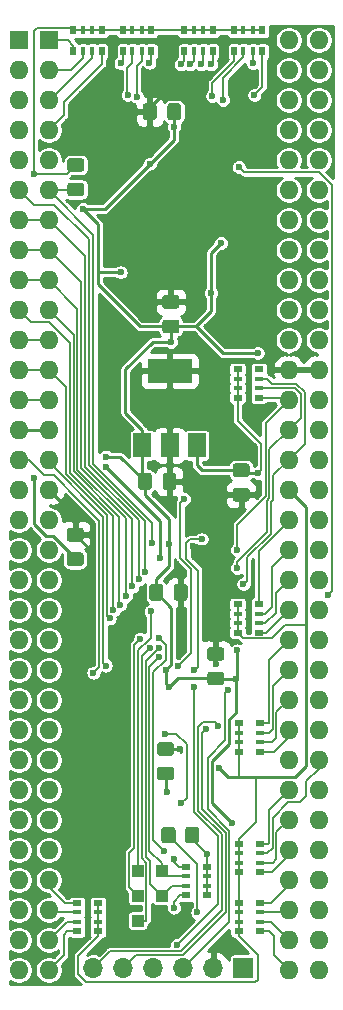
<source format=gbr>
%TF.GenerationSoftware,KiCad,Pcbnew,(5.1.10-1-10_14)*%
%TF.CreationDate,2022-03-12T11:50:30+00:00*%
%TF.ProjectId,altram_68k_r2,616c7472-616d-45f3-9638-6b5f72322e6b,2*%
%TF.SameCoordinates,Original*%
%TF.FileFunction,Copper,L2,Bot*%
%TF.FilePolarity,Positive*%
%FSLAX46Y46*%
G04 Gerber Fmt 4.6, Leading zero omitted, Abs format (unit mm)*
G04 Created by KiCad (PCBNEW (5.1.10-1-10_14)) date 2022-03-12 11:50:30*
%MOMM*%
%LPD*%
G01*
G04 APERTURE LIST*
%TA.AperFunction,SMDPad,CuDef*%
%ADD10R,1.500000X2.000000*%
%TD*%
%TA.AperFunction,SMDPad,CuDef*%
%ADD11R,3.800000X2.000000*%
%TD*%
%TA.AperFunction,SMDPad,CuDef*%
%ADD12R,0.800000X0.500000*%
%TD*%
%TA.AperFunction,SMDPad,CuDef*%
%ADD13R,0.800000X0.400000*%
%TD*%
%TA.AperFunction,ComponentPad*%
%ADD14O,1.600000X1.600000*%
%TD*%
%TA.AperFunction,ComponentPad*%
%ADD15R,1.600000X1.600000*%
%TD*%
%TA.AperFunction,ComponentPad*%
%ADD16R,1.000000X1.000000*%
%TD*%
%TA.AperFunction,ComponentPad*%
%ADD17O,1.700000X1.700000*%
%TD*%
%TA.AperFunction,ComponentPad*%
%ADD18R,1.700000X1.700000*%
%TD*%
%TA.AperFunction,SMDPad,CuDef*%
%ADD19R,0.500000X0.800000*%
%TD*%
%TA.AperFunction,SMDPad,CuDef*%
%ADD20R,0.400000X0.800000*%
%TD*%
%TA.AperFunction,ViaPad*%
%ADD21C,0.600000*%
%TD*%
%TA.AperFunction,Conductor*%
%ADD22C,0.240000*%
%TD*%
%TA.AperFunction,Conductor*%
%ADD23C,0.160000*%
%TD*%
%TA.AperFunction,Conductor*%
%ADD24C,0.254000*%
%TD*%
%TA.AperFunction,Conductor*%
%ADD25C,0.100000*%
%TD*%
G04 APERTURE END LIST*
%TO.P,R1,2*%
%TO.N,Net-(D1-Pad2)*%
%TA.AperFunction,SMDPad,CuDef*%
G36*
G01*
X144850000Y-122499999D02*
X144850000Y-123400001D01*
G75*
G02*
X144600001Y-123650000I-249999J0D01*
G01*
X143899999Y-123650000D01*
G75*
G02*
X143650000Y-123400001I0J249999D01*
G01*
X143650000Y-122499999D01*
G75*
G02*
X143899999Y-122250000I249999J0D01*
G01*
X144600001Y-122250000D01*
G75*
G02*
X144850000Y-122499999I0J-249999D01*
G01*
G37*
%TD.AperFunction*%
%TO.P,R1,1*%
%TO.N,VCC3*%
%TA.AperFunction,SMDPad,CuDef*%
G36*
G01*
X146850000Y-122499999D02*
X146850000Y-123400001D01*
G75*
G02*
X146600001Y-123650000I-249999J0D01*
G01*
X145899999Y-123650000D01*
G75*
G02*
X145650000Y-123400001I0J249999D01*
G01*
X145650000Y-122499999D01*
G75*
G02*
X145899999Y-122250000I249999J0D01*
G01*
X146600001Y-122250000D01*
G75*
G02*
X146850000Y-122499999I0J-249999D01*
G01*
G37*
%TD.AperFunction*%
%TD*%
D10*
%TO.P,U4,1*%
%TO.N,VCC*%
X146650000Y-89950000D03*
%TO.P,U4,3*%
%TO.N,VCC3*%
X142050000Y-89950000D03*
%TO.P,U4,2*%
%TO.N,GND*%
X144350000Y-89950000D03*
D11*
X144350000Y-83650000D03*
%TD*%
D12*
%TO.P,RN11,5*%
%TO.N,VCC3*%
X147550000Y-125650000D03*
D13*
%TO.P,RN11,6*%
X147550000Y-126450000D03*
D12*
%TO.P,RN11,8*%
X147550000Y-128050000D03*
D13*
%TO.P,RN11,7*%
X147550000Y-127250000D03*
D12*
%TO.P,RN11,4*%
%TO.N,/TP3*%
X145750000Y-125650000D03*
D13*
%TO.P,RN11,2*%
%TO.N,/TP5*%
X145750000Y-127250000D03*
%TO.P,RN11,3*%
%TO.N,/TP4*%
X145750000Y-126450000D03*
D12*
%TO.P,RN11,1*%
%TO.N,/TP2*%
X145750000Y-128050000D03*
%TD*%
%TO.P,R2,2*%
%TO.N,~AS_INT*%
%TA.AperFunction,SMDPad,CuDef*%
G36*
G01*
X135925000Y-67700000D02*
X136875000Y-67700000D01*
G75*
G02*
X137125000Y-67950000I0J-250000D01*
G01*
X137125000Y-68625000D01*
G75*
G02*
X136875000Y-68875000I-250000J0D01*
G01*
X135925000Y-68875000D01*
G75*
G02*
X135675000Y-68625000I0J250000D01*
G01*
X135675000Y-67950000D01*
G75*
G02*
X135925000Y-67700000I250000J0D01*
G01*
G37*
%TD.AperFunction*%
%TO.P,R2,1*%
%TO.N,VCC*%
%TA.AperFunction,SMDPad,CuDef*%
G36*
G01*
X135925000Y-65625000D02*
X136875000Y-65625000D01*
G75*
G02*
X137125000Y-65875000I0J-250000D01*
G01*
X137125000Y-66550000D01*
G75*
G02*
X136875000Y-66800000I-250000J0D01*
G01*
X135925000Y-66800000D01*
G75*
G02*
X135675000Y-66550000I0J250000D01*
G01*
X135675000Y-65875000D01*
G75*
G02*
X135925000Y-65625000I250000J0D01*
G01*
G37*
%TD.AperFunction*%
%TD*%
D14*
%TO.P,U1,64*%
%TO.N,D5*%
X154432000Y-55626000D03*
%TO.P,U1,32*%
%TO.N,A4*%
X131572000Y-134366000D03*
%TO.P,U1,63*%
%TO.N,D6*%
X154432000Y-58166000D03*
%TO.P,U1,31*%
%TO.N,A3*%
X131572000Y-131826000D03*
%TO.P,U1,62*%
%TO.N,D7*%
X154432000Y-60706000D03*
%TO.P,U1,30*%
%TO.N,A2*%
X131572000Y-129286000D03*
%TO.P,U1,61*%
%TO.N,D8*%
X154432000Y-63246000D03*
%TO.P,U1,29*%
%TO.N,A1*%
X131572000Y-126746000D03*
%TO.P,U1,60*%
%TO.N,D9*%
X154432000Y-65786000D03*
%TO.P,U1,28*%
%TO.N,FC0*%
X131572000Y-124206000D03*
%TO.P,U1,59*%
%TO.N,D10*%
X154432000Y-68326000D03*
%TO.P,U1,27*%
%TO.N,FC1*%
X131572000Y-121666000D03*
%TO.P,U1,58*%
%TO.N,D11*%
X154432000Y-70866000D03*
%TO.P,U1,26*%
%TO.N,FC2*%
X131572000Y-119126000D03*
%TO.P,U1,57*%
%TO.N,D12*%
X154432000Y-73406000D03*
%TO.P,U1,25*%
%TO.N,IPL0*%
X131572000Y-116586000D03*
%TO.P,U1,56*%
%TO.N,D13*%
X154432000Y-75946000D03*
%TO.P,U1,24*%
%TO.N,IPL1*%
X131572000Y-114046000D03*
%TO.P,U1,55*%
%TO.N,D14*%
X154432000Y-78486000D03*
%TO.P,U1,23*%
%TO.N,IPL2*%
X131572000Y-111506000D03*
%TO.P,U1,54*%
%TO.N,D15*%
X154432000Y-81026000D03*
%TO.P,U1,22*%
%TO.N,~BERR*%
X131572000Y-108966000D03*
%TO.P,U1,53*%
%TO.N,GND*%
X154432000Y-83566000D03*
%TO.P,U1,21*%
%TO.N,~VPA*%
X131572000Y-106426000D03*
%TO.P,U1,52*%
%TO.N,A23*%
X154432000Y-86106000D03*
%TO.P,U1,20*%
%TO.N,E*%
X131572000Y-103886000D03*
%TO.P,U1,51*%
%TO.N,A22*%
X154432000Y-88646000D03*
%TO.P,U1,19*%
%TO.N,~VMA*%
X131572000Y-101346000D03*
%TO.P,U1,50*%
%TO.N,A21*%
X154432000Y-91186000D03*
%TO.P,U1,18*%
%TO.N,~RST*%
X131572000Y-98806000D03*
%TO.P,U1,49*%
%TO.N,VCC*%
X154432000Y-93726000D03*
%TO.P,U1,17*%
%TO.N,~HLT*%
X131572000Y-96266000D03*
%TO.P,U1,48*%
%TO.N,A20*%
X154432000Y-96266000D03*
%TO.P,U1,16*%
%TO.N,GND*%
X131572000Y-93726000D03*
%TO.P,U1,47*%
%TO.N,A19*%
X154432000Y-98806000D03*
%TO.P,U1,15*%
%TO.N,CLK8*%
X131572000Y-91186000D03*
%TO.P,U1,46*%
%TO.N,A18*%
X154432000Y-101346000D03*
%TO.P,U1,14*%
%TO.N,VCC*%
X131572000Y-88646000D03*
%TO.P,U1,45*%
%TO.N,A17*%
X154432000Y-103886000D03*
%TO.P,U1,13*%
%TO.N,BR*%
X131572000Y-86106000D03*
%TO.P,U1,44*%
%TO.N,A16*%
X154432000Y-106426000D03*
%TO.P,U1,12*%
%TO.N,BGK*%
X131572000Y-83566000D03*
%TO.P,U1,43*%
%TO.N,A15*%
X154432000Y-108966000D03*
%TO.P,U1,11*%
%TO.N,BG*%
X131572000Y-81026000D03*
%TO.P,U1,42*%
%TO.N,A14*%
X154432000Y-111506000D03*
%TO.P,U1,10*%
%TO.N,~DTACK*%
X131572000Y-78486000D03*
%TO.P,U1,41*%
%TO.N,A13*%
X154432000Y-114046000D03*
%TO.P,U1,9*%
%TO.N,R~W*%
X131572000Y-75946000D03*
%TO.P,U1,40*%
%TO.N,A12*%
X154432000Y-116586000D03*
%TO.P,U1,8*%
%TO.N,~LDS*%
X131572000Y-73406000D03*
%TO.P,U1,39*%
%TO.N,A11*%
X154432000Y-119126000D03*
%TO.P,U1,7*%
%TO.N,~UDS*%
X131572000Y-70866000D03*
%TO.P,U1,38*%
%TO.N,A10*%
X154432000Y-121666000D03*
%TO.P,U1,6*%
%TO.N,~AS*%
X131572000Y-68326000D03*
%TO.P,U1,37*%
%TO.N,A9*%
X154432000Y-124206000D03*
%TO.P,U1,5*%
%TO.N,D0*%
X131572000Y-65786000D03*
%TO.P,U1,36*%
%TO.N,A8*%
X154432000Y-126746000D03*
%TO.P,U1,4*%
%TO.N,D1*%
X131572000Y-63246000D03*
%TO.P,U1,35*%
%TO.N,A7*%
X154432000Y-129286000D03*
%TO.P,U1,3*%
%TO.N,D2*%
X131572000Y-60706000D03*
%TO.P,U1,34*%
%TO.N,A6*%
X154432000Y-131826000D03*
%TO.P,U1,2*%
%TO.N,D3*%
X131572000Y-58166000D03*
%TO.P,U1,33*%
%TO.N,A5*%
X154432000Y-134366000D03*
D15*
%TO.P,U1,1*%
%TO.N,D4*%
X131572000Y-55626000D03*
%TD*%
D14*
%TO.P,U2,64*%
%TO.N,D5*%
X156972000Y-55626000D03*
%TO.P,U2,32*%
%TO.N,A4*%
X134112000Y-134366000D03*
%TO.P,U2,63*%
%TO.N,D6*%
X156972000Y-58166000D03*
%TO.P,U2,31*%
%TO.N,A3*%
X134112000Y-131826000D03*
%TO.P,U2,62*%
%TO.N,D7*%
X156972000Y-60706000D03*
%TO.P,U2,30*%
%TO.N,A2*%
X134112000Y-129286000D03*
%TO.P,U2,61*%
%TO.N,D8*%
X156972000Y-63246000D03*
%TO.P,U2,29*%
%TO.N,A1*%
X134112000Y-126746000D03*
%TO.P,U2,60*%
%TO.N,D9*%
X156972000Y-65786000D03*
%TO.P,U2,28*%
%TO.N,FC0*%
X134112000Y-124206000D03*
%TO.P,U2,59*%
%TO.N,D10*%
X156972000Y-68326000D03*
%TO.P,U2,27*%
%TO.N,FC1*%
X134112000Y-121666000D03*
%TO.P,U2,58*%
%TO.N,D11*%
X156972000Y-70866000D03*
%TO.P,U2,26*%
%TO.N,FC2*%
X134112000Y-119126000D03*
%TO.P,U2,57*%
%TO.N,D12*%
X156972000Y-73406000D03*
%TO.P,U2,25*%
%TO.N,IPL0*%
X134112000Y-116586000D03*
%TO.P,U2,56*%
%TO.N,D13*%
X156972000Y-75946000D03*
%TO.P,U2,24*%
%TO.N,IPL1*%
X134112000Y-114046000D03*
%TO.P,U2,55*%
%TO.N,D14*%
X156972000Y-78486000D03*
%TO.P,U2,23*%
%TO.N,IPL2*%
X134112000Y-111506000D03*
%TO.P,U2,54*%
%TO.N,D15*%
X156972000Y-81026000D03*
%TO.P,U2,22*%
%TO.N,~BERR*%
X134112000Y-108966000D03*
%TO.P,U2,53*%
%TO.N,GND*%
X156972000Y-83566000D03*
%TO.P,U2,21*%
%TO.N,~VPA*%
X134112000Y-106426000D03*
%TO.P,U2,52*%
%TO.N,A23*%
X156972000Y-86106000D03*
%TO.P,U2,20*%
%TO.N,E_INT*%
X134112000Y-103886000D03*
%TO.P,U2,51*%
%TO.N,A22*%
X156972000Y-88646000D03*
%TO.P,U2,19*%
%TO.N,~VMA_INT*%
X134112000Y-101346000D03*
%TO.P,U2,50*%
%TO.N,A21*%
X156972000Y-91186000D03*
%TO.P,U2,18*%
%TO.N,~RST*%
X134112000Y-98806000D03*
%TO.P,U2,49*%
%TO.N,VCC*%
X156972000Y-93726000D03*
%TO.P,U2,17*%
%TO.N,~HLT*%
X134112000Y-96266000D03*
%TO.P,U2,48*%
%TO.N,A20*%
X156972000Y-96266000D03*
%TO.P,U2,16*%
%TO.N,GND*%
X134112000Y-93726000D03*
%TO.P,U2,47*%
%TO.N,A19*%
X156972000Y-98806000D03*
%TO.P,U2,15*%
%TO.N,CLKOUT*%
X134112000Y-91186000D03*
%TO.P,U2,46*%
%TO.N,A18*%
X156972000Y-101346000D03*
%TO.P,U2,14*%
%TO.N,VCC*%
X134112000Y-88646000D03*
%TO.P,U2,45*%
%TO.N,A17*%
X156972000Y-103886000D03*
%TO.P,U2,13*%
%TO.N,BR*%
X134112000Y-86106000D03*
%TO.P,U2,44*%
%TO.N,A16*%
X156972000Y-106426000D03*
%TO.P,U2,12*%
%TO.N,BGK*%
X134112000Y-83566000D03*
%TO.P,U2,43*%
%TO.N,A15*%
X156972000Y-108966000D03*
%TO.P,U2,11*%
%TO.N,BG*%
X134112000Y-81026000D03*
%TO.P,U2,42*%
%TO.N,A14*%
X156972000Y-111506000D03*
%TO.P,U2,10*%
%TO.N,~DTACK_INT*%
X134112000Y-78486000D03*
%TO.P,U2,41*%
%TO.N,A13*%
X156972000Y-114046000D03*
%TO.P,U2,9*%
%TO.N,R~W*%
X134112000Y-75946000D03*
%TO.P,U2,40*%
%TO.N,A12*%
X156972000Y-116586000D03*
%TO.P,U2,8*%
%TO.N,~LDS*%
X134112000Y-73406000D03*
%TO.P,U2,39*%
%TO.N,A11*%
X156972000Y-119126000D03*
%TO.P,U2,7*%
%TO.N,~UDS*%
X134112000Y-70866000D03*
%TO.P,U2,38*%
%TO.N,A10*%
X156972000Y-121666000D03*
%TO.P,U2,6*%
%TO.N,~AS_INT*%
X134112000Y-68326000D03*
%TO.P,U2,37*%
%TO.N,A9*%
X156972000Y-124206000D03*
%TO.P,U2,5*%
%TO.N,D0*%
X134112000Y-65786000D03*
%TO.P,U2,36*%
%TO.N,A8*%
X156972000Y-126746000D03*
%TO.P,U2,4*%
%TO.N,D1*%
X134112000Y-63246000D03*
%TO.P,U2,35*%
%TO.N,A7*%
X156972000Y-129286000D03*
%TO.P,U2,3*%
%TO.N,D2*%
X134112000Y-60706000D03*
%TO.P,U2,34*%
%TO.N,A6*%
X156972000Y-131826000D03*
%TO.P,U2,2*%
%TO.N,D3*%
X134112000Y-58166000D03*
%TO.P,U2,33*%
%TO.N,A5*%
X156972000Y-134366000D03*
D15*
%TO.P,U2,1*%
%TO.N,D4*%
X134112000Y-55626000D03*
%TD*%
D12*
%TO.P,RN10,5*%
%TO.N,Net-(RN10-Pad5)*%
X151900000Y-83500000D03*
D13*
%TO.P,RN10,6*%
%TO.N,A21*%
X151900000Y-84300000D03*
D12*
%TO.P,RN10,8*%
%TO.N,A23*%
X151900000Y-85900000D03*
D13*
%TO.P,RN10,7*%
%TO.N,A22*%
X151900000Y-85100000D03*
D12*
%TO.P,RN10,4*%
%TO.N,VCC*%
X150100000Y-83500000D03*
D13*
%TO.P,RN10,2*%
X150100000Y-85100000D03*
%TO.P,RN10,3*%
X150100000Y-84300000D03*
D12*
%TO.P,RN10,1*%
X150100000Y-85900000D03*
%TD*%
%TO.P,RN9,5*%
%TO.N,A20*%
X151900000Y-103400000D03*
D13*
%TO.P,RN9,6*%
%TO.N,A19*%
X151900000Y-104200000D03*
D12*
%TO.P,RN9,8*%
%TO.N,A17*%
X151900000Y-105800000D03*
D13*
%TO.P,RN9,7*%
%TO.N,A18*%
X151900000Y-105000000D03*
D12*
%TO.P,RN9,4*%
%TO.N,VCC*%
X150100000Y-103400000D03*
D13*
%TO.P,RN9,2*%
X150100000Y-105000000D03*
%TO.P,RN9,3*%
X150100000Y-104200000D03*
D12*
%TO.P,RN9,1*%
X150100000Y-105800000D03*
%TD*%
%TO.P,RN8,5*%
%TO.N,A16*%
X152000000Y-113500000D03*
D13*
%TO.P,RN8,6*%
%TO.N,A15*%
X152000000Y-114300000D03*
D12*
%TO.P,RN8,8*%
%TO.N,A13*%
X152000000Y-115900000D03*
D13*
%TO.P,RN8,7*%
%TO.N,A14*%
X152000000Y-115100000D03*
D12*
%TO.P,RN8,4*%
%TO.N,VCC*%
X150200000Y-113500000D03*
D13*
%TO.P,RN8,2*%
X150200000Y-115100000D03*
%TO.P,RN8,3*%
X150200000Y-114300000D03*
D12*
%TO.P,RN8,1*%
X150200000Y-115900000D03*
%TD*%
%TO.P,RN7,5*%
%TO.N,A11*%
X152000000Y-123700000D03*
D13*
%TO.P,RN7,6*%
%TO.N,A12*%
X152000000Y-124500000D03*
D12*
%TO.P,RN7,8*%
%TO.N,A9*%
X152000000Y-126100000D03*
D13*
%TO.P,RN7,7*%
%TO.N,A10*%
X152000000Y-125300000D03*
D12*
%TO.P,RN7,4*%
%TO.N,VCC*%
X150200000Y-123700000D03*
D13*
%TO.P,RN7,2*%
X150200000Y-125300000D03*
%TO.P,RN7,3*%
X150200000Y-124500000D03*
D12*
%TO.P,RN7,1*%
X150200000Y-126100000D03*
%TD*%
%TO.P,RN6,5*%
%TO.N,A8*%
X152000000Y-128700000D03*
D13*
%TO.P,RN6,6*%
%TO.N,A7*%
X152000000Y-129500000D03*
D12*
%TO.P,RN6,8*%
%TO.N,A5*%
X152000000Y-131100000D03*
D13*
%TO.P,RN6,7*%
%TO.N,A6*%
X152000000Y-130300000D03*
D12*
%TO.P,RN6,4*%
%TO.N,VCC*%
X150200000Y-128700000D03*
D13*
%TO.P,RN6,2*%
X150200000Y-130300000D03*
%TO.P,RN6,3*%
X150200000Y-129500000D03*
D12*
%TO.P,RN6,1*%
X150200000Y-131100000D03*
%TD*%
%TO.P,RN5,5*%
%TO.N,A4*%
X136500000Y-131100000D03*
D13*
%TO.P,RN5,6*%
%TO.N,A3*%
X136500000Y-130300000D03*
D12*
%TO.P,RN5,8*%
%TO.N,A1*%
X136500000Y-128700000D03*
D13*
%TO.P,RN5,7*%
%TO.N,A2*%
X136500000Y-129500000D03*
D12*
%TO.P,RN5,4*%
%TO.N,VCC*%
X138300000Y-131100000D03*
D13*
%TO.P,RN5,2*%
X138300000Y-129500000D03*
%TO.P,RN5,3*%
X138300000Y-130300000D03*
D12*
%TO.P,RN5,1*%
X138300000Y-128700000D03*
%TD*%
D16*
%TO.P,TP5,1*%
%TO.N,/TP5*%
X143700000Y-128100000D03*
%TD*%
%TO.P,TP4,1*%
%TO.N,/TP4*%
X143700000Y-126000000D03*
%TD*%
%TO.P,TP3,1*%
%TO.N,/TP3*%
X141650000Y-126000000D03*
%TD*%
%TO.P,TP2,1*%
%TO.N,/TP2*%
X141650000Y-128100000D03*
%TD*%
%TO.P,TP1,1*%
%TO.N,/TP1*%
X141650000Y-130200000D03*
%TD*%
%TO.P,C10,2*%
%TO.N,VCC3*%
%TA.AperFunction,SMDPad,CuDef*%
G36*
G01*
X143800000Y-101925000D02*
X143800000Y-102875000D01*
G75*
G02*
X143550000Y-103125000I-250000J0D01*
G01*
X142875000Y-103125000D01*
G75*
G02*
X142625000Y-102875000I0J250000D01*
G01*
X142625000Y-101925000D01*
G75*
G02*
X142875000Y-101675000I250000J0D01*
G01*
X143550000Y-101675000D01*
G75*
G02*
X143800000Y-101925000I0J-250000D01*
G01*
G37*
%TD.AperFunction*%
%TO.P,C10,1*%
%TO.N,GND*%
%TA.AperFunction,SMDPad,CuDef*%
G36*
G01*
X145875000Y-101925000D02*
X145875000Y-102875000D01*
G75*
G02*
X145625000Y-103125000I-250000J0D01*
G01*
X144950000Y-103125000D01*
G75*
G02*
X144700000Y-102875000I0J250000D01*
G01*
X144700000Y-101925000D01*
G75*
G02*
X144950000Y-101675000I250000J0D01*
G01*
X145625000Y-101675000D01*
G75*
G02*
X145875000Y-101925000I0J-250000D01*
G01*
G37*
%TD.AperFunction*%
%TD*%
%TO.P,C9,2*%
%TO.N,VCC3*%
%TA.AperFunction,SMDPad,CuDef*%
G36*
G01*
X147775000Y-109100000D02*
X148725000Y-109100000D01*
G75*
G02*
X148975000Y-109350000I0J-250000D01*
G01*
X148975000Y-110025000D01*
G75*
G02*
X148725000Y-110275000I-250000J0D01*
G01*
X147775000Y-110275000D01*
G75*
G02*
X147525000Y-110025000I0J250000D01*
G01*
X147525000Y-109350000D01*
G75*
G02*
X147775000Y-109100000I250000J0D01*
G01*
G37*
%TD.AperFunction*%
%TO.P,C9,1*%
%TO.N,GND*%
%TA.AperFunction,SMDPad,CuDef*%
G36*
G01*
X147775000Y-107025000D02*
X148725000Y-107025000D01*
G75*
G02*
X148975000Y-107275000I0J-250000D01*
G01*
X148975000Y-107950000D01*
G75*
G02*
X148725000Y-108200000I-250000J0D01*
G01*
X147775000Y-108200000D01*
G75*
G02*
X147525000Y-107950000I0J250000D01*
G01*
X147525000Y-107275000D01*
G75*
G02*
X147775000Y-107025000I250000J0D01*
G01*
G37*
%TD.AperFunction*%
%TD*%
%TO.P,C8,2*%
%TO.N,GND*%
%TA.AperFunction,SMDPad,CuDef*%
G36*
G01*
X143750000Y-93475000D02*
X143750000Y-92525000D01*
G75*
G02*
X144000000Y-92275000I250000J0D01*
G01*
X144675000Y-92275000D01*
G75*
G02*
X144925000Y-92525000I0J-250000D01*
G01*
X144925000Y-93475000D01*
G75*
G02*
X144675000Y-93725000I-250000J0D01*
G01*
X144000000Y-93725000D01*
G75*
G02*
X143750000Y-93475000I0J250000D01*
G01*
G37*
%TD.AperFunction*%
%TO.P,C8,1*%
%TO.N,VCC3*%
%TA.AperFunction,SMDPad,CuDef*%
G36*
G01*
X141675000Y-93475000D02*
X141675000Y-92525000D01*
G75*
G02*
X141925000Y-92275000I250000J0D01*
G01*
X142600000Y-92275000D01*
G75*
G02*
X142850000Y-92525000I0J-250000D01*
G01*
X142850000Y-93475000D01*
G75*
G02*
X142600000Y-93725000I-250000J0D01*
G01*
X141925000Y-93725000D01*
G75*
G02*
X141675000Y-93475000I0J250000D01*
G01*
G37*
%TD.AperFunction*%
%TD*%
%TO.P,C7,2*%
%TO.N,GND*%
%TA.AperFunction,SMDPad,CuDef*%
G36*
G01*
X144475000Y-116250000D02*
X143525000Y-116250000D01*
G75*
G02*
X143275000Y-116000000I0J250000D01*
G01*
X143275000Y-115325000D01*
G75*
G02*
X143525000Y-115075000I250000J0D01*
G01*
X144475000Y-115075000D01*
G75*
G02*
X144725000Y-115325000I0J-250000D01*
G01*
X144725000Y-116000000D01*
G75*
G02*
X144475000Y-116250000I-250000J0D01*
G01*
G37*
%TD.AperFunction*%
%TO.P,C7,1*%
%TO.N,Net-(C7-Pad1)*%
%TA.AperFunction,SMDPad,CuDef*%
G36*
G01*
X144475000Y-118325000D02*
X143525000Y-118325000D01*
G75*
G02*
X143275000Y-118075000I0J250000D01*
G01*
X143275000Y-117400000D01*
G75*
G02*
X143525000Y-117150000I250000J0D01*
G01*
X144475000Y-117150000D01*
G75*
G02*
X144725000Y-117400000I0J-250000D01*
G01*
X144725000Y-118075000D01*
G75*
G02*
X144475000Y-118325000I-250000J0D01*
G01*
G37*
%TD.AperFunction*%
%TD*%
%TO.P,C5,2*%
%TO.N,VCC*%
%TA.AperFunction,SMDPad,CuDef*%
G36*
G01*
X135875000Y-99000000D02*
X136825000Y-99000000D01*
G75*
G02*
X137075000Y-99250000I0J-250000D01*
G01*
X137075000Y-99925000D01*
G75*
G02*
X136825000Y-100175000I-250000J0D01*
G01*
X135875000Y-100175000D01*
G75*
G02*
X135625000Y-99925000I0J250000D01*
G01*
X135625000Y-99250000D01*
G75*
G02*
X135875000Y-99000000I250000J0D01*
G01*
G37*
%TD.AperFunction*%
%TO.P,C5,1*%
%TO.N,GND*%
%TA.AperFunction,SMDPad,CuDef*%
G36*
G01*
X135875000Y-96925000D02*
X136825000Y-96925000D01*
G75*
G02*
X137075000Y-97175000I0J-250000D01*
G01*
X137075000Y-97850000D01*
G75*
G02*
X136825000Y-98100000I-250000J0D01*
G01*
X135875000Y-98100000D01*
G75*
G02*
X135625000Y-97850000I0J250000D01*
G01*
X135625000Y-97175000D01*
G75*
G02*
X135875000Y-96925000I250000J0D01*
G01*
G37*
%TD.AperFunction*%
%TD*%
%TO.P,C4,2*%
%TO.N,VCC*%
%TA.AperFunction,SMDPad,CuDef*%
G36*
G01*
X150875000Y-92650000D02*
X149925000Y-92650000D01*
G75*
G02*
X149675000Y-92400000I0J250000D01*
G01*
X149675000Y-91725000D01*
G75*
G02*
X149925000Y-91475000I250000J0D01*
G01*
X150875000Y-91475000D01*
G75*
G02*
X151125000Y-91725000I0J-250000D01*
G01*
X151125000Y-92400000D01*
G75*
G02*
X150875000Y-92650000I-250000J0D01*
G01*
G37*
%TD.AperFunction*%
%TO.P,C4,1*%
%TO.N,GND*%
%TA.AperFunction,SMDPad,CuDef*%
G36*
G01*
X150875000Y-94725000D02*
X149925000Y-94725000D01*
G75*
G02*
X149675000Y-94475000I0J250000D01*
G01*
X149675000Y-93800000D01*
G75*
G02*
X149925000Y-93550000I250000J0D01*
G01*
X150875000Y-93550000D01*
G75*
G02*
X151125000Y-93800000I0J-250000D01*
G01*
X151125000Y-94475000D01*
G75*
G02*
X150875000Y-94725000I-250000J0D01*
G01*
G37*
%TD.AperFunction*%
%TD*%
D17*
%TO.P,J1,6*%
%TO.N,/TMS*%
X137900000Y-134200000D03*
%TO.P,J1,5*%
%TO.N,/TDI*%
X140440000Y-134200000D03*
%TO.P,J1,4*%
%TO.N,/TDO*%
X142980000Y-134200000D03*
%TO.P,J1,3*%
%TO.N,/TCK*%
X145520000Y-134200000D03*
%TO.P,J1,2*%
%TO.N,GND*%
X148060000Y-134200000D03*
D18*
%TO.P,J1,1*%
%TO.N,VCC3*%
X150600000Y-134200000D03*
%TD*%
%TO.P,C3,2*%
%TO.N,GND*%
%TA.AperFunction,SMDPad,CuDef*%
G36*
G01*
X144925000Y-78400000D02*
X143975000Y-78400000D01*
G75*
G02*
X143725000Y-78150000I0J250000D01*
G01*
X143725000Y-77475000D01*
G75*
G02*
X143975000Y-77225000I250000J0D01*
G01*
X144925000Y-77225000D01*
G75*
G02*
X145175000Y-77475000I0J-250000D01*
G01*
X145175000Y-78150000D01*
G75*
G02*
X144925000Y-78400000I-250000J0D01*
G01*
G37*
%TD.AperFunction*%
%TO.P,C3,1*%
%TO.N,VCC3*%
%TA.AperFunction,SMDPad,CuDef*%
G36*
G01*
X144925000Y-80475000D02*
X143975000Y-80475000D01*
G75*
G02*
X143725000Y-80225000I0J250000D01*
G01*
X143725000Y-79550000D01*
G75*
G02*
X143975000Y-79300000I250000J0D01*
G01*
X144925000Y-79300000D01*
G75*
G02*
X145175000Y-79550000I0J-250000D01*
G01*
X145175000Y-80225000D01*
G75*
G02*
X144925000Y-80475000I-250000J0D01*
G01*
G37*
%TD.AperFunction*%
%TD*%
%TO.P,C1,2*%
%TO.N,GND*%
%TA.AperFunction,SMDPad,CuDef*%
G36*
G01*
X143250000Y-61225000D02*
X143250000Y-62175000D01*
G75*
G02*
X143000000Y-62425000I-250000J0D01*
G01*
X142325000Y-62425000D01*
G75*
G02*
X142075000Y-62175000I0J250000D01*
G01*
X142075000Y-61225000D01*
G75*
G02*
X142325000Y-60975000I250000J0D01*
G01*
X143000000Y-60975000D01*
G75*
G02*
X143250000Y-61225000I0J-250000D01*
G01*
G37*
%TD.AperFunction*%
%TO.P,C1,1*%
%TO.N,VCC3*%
%TA.AperFunction,SMDPad,CuDef*%
G36*
G01*
X145325000Y-61225000D02*
X145325000Y-62175000D01*
G75*
G02*
X145075000Y-62425000I-250000J0D01*
G01*
X144400000Y-62425000D01*
G75*
G02*
X144150000Y-62175000I0J250000D01*
G01*
X144150000Y-61225000D01*
G75*
G02*
X144400000Y-60975000I250000J0D01*
G01*
X145075000Y-60975000D01*
G75*
G02*
X145325000Y-61225000I0J-250000D01*
G01*
G37*
%TD.AperFunction*%
%TD*%
D19*
%TO.P,RN4,5*%
%TO.N,VCC*%
X136200000Y-54800000D03*
D20*
%TO.P,RN4,6*%
X137000000Y-54800000D03*
D19*
%TO.P,RN4,8*%
X138600000Y-54800000D03*
D20*
%TO.P,RN4,7*%
X137800000Y-54800000D03*
D19*
%TO.P,RN4,4*%
%TO.N,D4*%
X136200000Y-56600000D03*
D20*
%TO.P,RN4,2*%
%TO.N,D2*%
X137800000Y-56600000D03*
%TO.P,RN4,3*%
%TO.N,D3*%
X137000000Y-56600000D03*
D19*
%TO.P,RN4,1*%
%TO.N,D1*%
X138600000Y-56600000D03*
%TD*%
%TO.P,RN3,5*%
%TO.N,VCC*%
X140400000Y-54800000D03*
D20*
%TO.P,RN3,6*%
X141200000Y-54800000D03*
D19*
%TO.P,RN3,8*%
X142800000Y-54800000D03*
D20*
%TO.P,RN3,7*%
X142000000Y-54800000D03*
D19*
%TO.P,RN3,4*%
%TO.N,D0*%
X140400000Y-56600000D03*
D20*
%TO.P,RN3,2*%
%TO.N,D6*%
X142000000Y-56600000D03*
%TO.P,RN3,3*%
%TO.N,D5*%
X141200000Y-56600000D03*
D19*
%TO.P,RN3,1*%
%TO.N,D7*%
X142800000Y-56600000D03*
%TD*%
%TO.P,RN2,5*%
%TO.N,VCC*%
X145600000Y-54800000D03*
D20*
%TO.P,RN2,6*%
X146400000Y-54800000D03*
D19*
%TO.P,RN2,8*%
X148000000Y-54800000D03*
D20*
%TO.P,RN2,7*%
X147200000Y-54800000D03*
D19*
%TO.P,RN2,4*%
%TO.N,D15*%
X145600000Y-56600000D03*
D20*
%TO.P,RN2,2*%
%TO.N,D13*%
X147200000Y-56600000D03*
%TO.P,RN2,3*%
%TO.N,D14*%
X146400000Y-56600000D03*
D19*
%TO.P,RN2,1*%
%TO.N,D12*%
X148000000Y-56600000D03*
%TD*%
%TO.P,RN1,1*%
%TO.N,D8*%
X152200000Y-56600000D03*
D20*
%TO.P,RN1,3*%
%TO.N,D10*%
X150600000Y-56600000D03*
%TO.P,RN1,2*%
%TO.N,D9*%
X151400000Y-56600000D03*
D19*
%TO.P,RN1,4*%
%TO.N,D11*%
X149800000Y-56600000D03*
D20*
%TO.P,RN1,7*%
%TO.N,VCC*%
X151400000Y-54800000D03*
D19*
%TO.P,RN1,8*%
X152200000Y-54800000D03*
D20*
%TO.P,RN1,6*%
X150600000Y-54800000D03*
D19*
%TO.P,RN1,5*%
X149800000Y-54800000D03*
%TD*%
D21*
%TO.N,GND*%
X136900000Y-60200000D03*
X144700000Y-60200000D03*
X140025662Y-72775662D03*
X145850000Y-77850000D03*
X151350000Y-90000000D03*
X151260000Y-69200000D03*
X148850000Y-70600000D03*
X141500000Y-76650000D03*
X148600000Y-75250000D03*
X148300000Y-104700000D03*
X145300000Y-104700000D03*
X148350000Y-101100000D03*
X148350000Y-98500000D03*
X146300000Y-98500000D03*
X146600000Y-93800000D03*
X137860000Y-105500000D03*
X140800000Y-110300000D03*
X140749994Y-105500000D03*
X137860000Y-107900000D03*
X148250000Y-108500000D03*
X145250000Y-115700000D03*
X141750000Y-85650000D03*
X144600000Y-87250000D03*
X141900000Y-80800000D03*
X140809935Y-115700000D03*
%TO.N,RAMCLK*%
X145550000Y-94500000D03*
X145100000Y-108600000D03*
%TO.N,~BOE*%
X150200000Y-66400000D03*
X157800000Y-102600000D03*
%TO.N,D15*%
X145300000Y-57700000D03*
%TO.N,D14*%
X146100000Y-57700000D03*
%TO.N,D13*%
X147000014Y-57700000D03*
%TO.N,D12*%
X147860013Y-57700000D03*
%TO.N,D11*%
X147956838Y-60393162D03*
%TO.N,D10*%
X148881838Y-60718162D03*
%TO.N,D9*%
X151400000Y-57600000D03*
%TO.N,D8*%
X151527144Y-60271692D03*
%TO.N,D7*%
X142637500Y-57537500D03*
%TO.N,D6*%
X141549661Y-60424943D03*
%TO.N,D5*%
X140800000Y-60300000D03*
%TO.N,D0*%
X140200000Y-57600000D03*
%TO.N,A23*%
X150050002Y-98780010D03*
%TO.N,A22*%
X150060000Y-100350000D03*
%TO.N,A21*%
X150600000Y-101700000D03*
%TO.N,CLK8*%
X137900000Y-109200000D03*
%TO.N,BGK*%
X139260021Y-104600000D03*
%TO.N,~DTACK*%
X139590411Y-103915559D03*
%TO.N,R~W*%
X140640000Y-102700000D03*
%TO.N,~LDS*%
X141200000Y-101900000D03*
%TO.N,~UDS*%
X141740000Y-101300000D03*
%TO.N,~AS*%
X142300000Y-100700000D03*
%TO.N,CLKOUT*%
X138940010Y-108597950D03*
%TO.N,~DTACK_INT*%
X140177873Y-103433369D03*
%TO.N,~AS_INT*%
X142840000Y-98200000D03*
%TO.N,VCC*%
X132850000Y-66950000D03*
X143500000Y-99500000D03*
X138950000Y-91800000D03*
X132849998Y-92750000D03*
X148549994Y-117250000D03*
X151799999Y-92300000D03*
%TO.N,OSC*%
X143937152Y-114362848D03*
X145312500Y-120262500D03*
%TO.N,/TMS*%
X148480012Y-113704292D03*
%TO.N,/TDI*%
X147400000Y-114000000D03*
%TO.N,/TDO*%
X147050000Y-97900000D03*
X146449996Y-110400000D03*
X146450000Y-109000000D03*
X144957340Y-132249976D03*
%TO.N,/TCK*%
X149300000Y-110650000D03*
%TO.N,/TP1*%
X142650000Y-107100000D03*
%TO.N,/TP2*%
X144700002Y-129100000D03*
X141862596Y-106324525D03*
%TO.N,/TP3*%
X144750000Y-125000000D03*
X142750000Y-104000000D03*
%TO.N,/TP4*%
X143460000Y-107850000D03*
%TO.N,/TP5*%
X143448310Y-107090088D03*
%TO.N,Net-(C7-Pad1)*%
X144100002Y-119300000D03*
%TO.N,VCC3*%
X144300000Y-98300000D03*
X149600000Y-121900000D03*
X142700000Y-66100000D03*
X137000000Y-69950000D03*
X144450000Y-81200000D03*
X151800000Y-82150000D03*
X148700000Y-72800000D03*
X144737500Y-62960000D03*
X140200000Y-75300000D03*
X147850000Y-77050000D03*
X138950000Y-90900000D03*
X144325000Y-110425000D03*
X150000000Y-109750000D03*
X150050000Y-107300000D03*
X144000000Y-108950000D03*
X147550000Y-124550000D03*
%TO.N,Net-(D1-Pad2)*%
X146700000Y-129500000D03*
%TO.N,/LED1*%
X143850000Y-124300000D03*
X143450000Y-106300000D03*
%TD*%
D22*
%TO.N,GND*%
X138400000Y-61700000D02*
X136900000Y-60200000D01*
X142662500Y-61700000D02*
X138400000Y-61700000D01*
X142662500Y-61700000D02*
X142662500Y-61337500D01*
X143800000Y-60200000D02*
X144700000Y-60200000D01*
X142662500Y-61337500D02*
X143800000Y-60200000D01*
X144487500Y-77850000D02*
X144450000Y-77812500D01*
X145850000Y-77850000D02*
X144487500Y-77850000D01*
X145124264Y-60200000D02*
X145850000Y-60925736D01*
X144700000Y-60200000D02*
X145124264Y-60200000D01*
X151260000Y-69200000D02*
X145850000Y-69200000D01*
X145850000Y-60925736D02*
X145850000Y-69200000D01*
X145950000Y-70600000D02*
X145850000Y-70500000D01*
X148850000Y-70600000D02*
X145950000Y-70600000D01*
X145850000Y-70500000D02*
X145850000Y-77850000D01*
X145850000Y-69200000D02*
X145850000Y-70500000D01*
X140025662Y-72775662D02*
X141500000Y-74250000D01*
X144450000Y-77812500D02*
X142662500Y-77812500D01*
X141500000Y-74250000D02*
X141500000Y-76650000D01*
X142662500Y-77812500D02*
X141500000Y-76650000D01*
X136350000Y-95964000D02*
X136350000Y-97512500D01*
X134112000Y-93726000D02*
X136350000Y-95964000D01*
X148300000Y-107562500D02*
X148250000Y-107612500D01*
X148300000Y-104700000D02*
X148300000Y-107562500D01*
X145287500Y-104687500D02*
X145300000Y-104700000D01*
X145287500Y-102400000D02*
X145287500Y-104687500D01*
X148350000Y-104650000D02*
X148300000Y-104700000D01*
X148350000Y-101100000D02*
X148350000Y-104650000D01*
X148350000Y-98500000D02*
X148350000Y-101100000D01*
X146300000Y-98500000D02*
X148350000Y-98500000D01*
X137860000Y-99022500D02*
X137860000Y-105500000D01*
X136350000Y-97512500D02*
X137860000Y-99022500D01*
X140800000Y-105550006D02*
X140749994Y-105500000D01*
X140800000Y-110300000D02*
X140800000Y-105550006D01*
X137860000Y-107900000D02*
X137860000Y-105500000D01*
X148250000Y-107612500D02*
X148250000Y-108500000D01*
X145212500Y-115662500D02*
X145250000Y-115700000D01*
X144000000Y-115662500D02*
X145212500Y-115662500D01*
X144337500Y-89962500D02*
X144350000Y-89950000D01*
X144337500Y-93000000D02*
X144337500Y-89962500D01*
X145800000Y-93000000D02*
X146600000Y-93800000D01*
X144337500Y-93000000D02*
X145800000Y-93000000D01*
X146600000Y-93800000D02*
X148100000Y-93800000D01*
X148437500Y-94137500D02*
X150400000Y-94137500D01*
X148100000Y-93800000D02*
X148437500Y-94137500D01*
X144350000Y-88250000D02*
X144350000Y-89950000D01*
X141750000Y-85650000D02*
X144350000Y-88250000D01*
X144350000Y-87500000D02*
X144600000Y-87250000D01*
X144350000Y-89950000D02*
X144350000Y-87500000D01*
X140800000Y-115690065D02*
X140809935Y-115700000D01*
X140800000Y-110300000D02*
X140800000Y-115690065D01*
D23*
%TO.N,RAMCLK*%
X146149999Y-100399999D02*
X146149999Y-107550001D01*
X145250001Y-94799999D02*
X145250001Y-99500001D01*
X145550000Y-94500000D02*
X145250001Y-94799999D01*
X145250001Y-99500001D02*
X146149999Y-100399999D01*
X146149999Y-107550001D02*
X145100000Y-108600000D01*
%TO.N,~BOE*%
X158099999Y-67914797D02*
X158099999Y-102300001D01*
X150200000Y-66400000D02*
X150626001Y-66826001D01*
X157011203Y-66826001D02*
X158099999Y-67914797D01*
X150626001Y-66826001D02*
X157011203Y-66826001D01*
X158099999Y-102300001D02*
X157800000Y-102600000D01*
%TO.N,D15*%
X145600000Y-56700000D02*
X145600000Y-57400000D01*
X145600000Y-57400000D02*
X145300000Y-57700000D01*
%TO.N,D14*%
X146400000Y-57400000D02*
X146100000Y-57700000D01*
X146400000Y-56700000D02*
X146400000Y-57400000D01*
%TO.N,D13*%
X147200000Y-56700000D02*
X147200000Y-57500014D01*
X147200000Y-57500014D02*
X147000014Y-57700000D01*
%TO.N,D12*%
X148000000Y-56700000D02*
X148000000Y-57560013D01*
X148000000Y-57560013D02*
X147860013Y-57700000D01*
%TO.N,D11*%
X147956838Y-59243162D02*
X147956838Y-60393162D01*
X149800000Y-57400000D02*
X147956838Y-59243162D01*
X149800000Y-56600000D02*
X149800000Y-57400000D01*
%TO.N,D10*%
X150600000Y-57100000D02*
X148881838Y-58818162D01*
X148881838Y-58818162D02*
X148881838Y-60718162D01*
X150600000Y-56600000D02*
X150600000Y-57100000D01*
%TO.N,D9*%
X151400000Y-56600000D02*
X151400000Y-57600000D01*
%TO.N,D8*%
X152200000Y-59598836D02*
X151527144Y-60271692D01*
X152200000Y-56600000D02*
X152200000Y-59598836D01*
%TO.N,D7*%
X142800000Y-57375000D02*
X142637500Y-57537500D01*
X142800000Y-56600000D02*
X142800000Y-57375000D01*
%TO.N,D6*%
X141549661Y-57850339D02*
X142000000Y-57400000D01*
X141549661Y-60424943D02*
X141549661Y-57850339D01*
X142000000Y-57400000D02*
X142000000Y-56600000D01*
%TO.N,D5*%
X140775000Y-60275000D02*
X140800000Y-60300000D01*
X141200000Y-56600000D02*
X141200000Y-57600000D01*
X141200000Y-57600000D02*
X140775000Y-58025000D01*
X140775000Y-58025000D02*
X140775000Y-60275000D01*
%TO.N,D4*%
X134112000Y-55626000D02*
X135726000Y-55626000D01*
X136200000Y-56100000D02*
X136200000Y-56600000D01*
X135726000Y-55626000D02*
X136200000Y-56100000D01*
%TO.N,D3*%
X137000000Y-57160000D02*
X137000000Y-56600000D01*
X135994000Y-58166000D02*
X137000000Y-57160000D01*
X134112000Y-58166000D02*
X135994000Y-58166000D01*
%TO.N,D2*%
X134254000Y-60706000D02*
X134112000Y-60706000D01*
X137800000Y-57160000D02*
X134254000Y-60706000D01*
X137800000Y-56600000D02*
X137800000Y-57160000D01*
%TO.N,D1*%
X138600000Y-57700798D02*
X135400000Y-60900798D01*
X138600000Y-56600000D02*
X138600000Y-57700798D01*
X135400000Y-61958000D02*
X134112000Y-63246000D01*
X135400000Y-60900798D02*
X135400000Y-61958000D01*
%TO.N,D0*%
X140400000Y-56600000D02*
X140400000Y-57400000D01*
X140400000Y-57400000D02*
X140200000Y-57600000D01*
%TO.N,A4*%
X134112000Y-134366000D02*
X135400000Y-133078000D01*
X135400000Y-133078000D02*
X135400000Y-131400000D01*
X135700000Y-131100000D02*
X136500000Y-131100000D01*
X135400000Y-131400000D02*
X135700000Y-131100000D01*
%TO.N,A3*%
X135638000Y-130300000D02*
X134112000Y-131826000D01*
X136500000Y-130300000D02*
X135638000Y-130300000D01*
%TO.N,A2*%
X134326000Y-129500000D02*
X134112000Y-129286000D01*
X136500000Y-129500000D02*
X134326000Y-129500000D01*
%TO.N,A1*%
X136500000Y-128700000D02*
X135500000Y-128700000D01*
X134112000Y-127312000D02*
X134112000Y-126746000D01*
X135500000Y-128700000D02*
X134112000Y-127312000D01*
%TO.N,A23*%
X154226000Y-85900000D02*
X154432000Y-86106000D01*
X151900000Y-85900000D02*
X154226000Y-85900000D01*
X154432000Y-86106000D02*
X152474991Y-88063009D01*
X152474991Y-88063009D02*
X152474991Y-94274211D01*
X152474991Y-94274211D02*
X150050002Y-96699200D01*
X150050002Y-96699200D02*
X150050002Y-98780010D01*
%TO.N,A22*%
X155472001Y-85606799D02*
X155472001Y-87605999D01*
X154931201Y-85065999D02*
X155472001Y-85606799D01*
X155472001Y-87605999D02*
X154432000Y-88646000D01*
X151934001Y-85065999D02*
X154931201Y-85065999D01*
X151900000Y-85100000D02*
X151934001Y-85065999D01*
X154432000Y-88646000D02*
X152795002Y-90282998D01*
X152579991Y-97307572D02*
X150060000Y-99827563D01*
X152795002Y-90282998D02*
X152795002Y-94406763D01*
X152795002Y-94406763D02*
X152579991Y-94621774D01*
X152579991Y-94621774D02*
X152579991Y-97307572D01*
X150060000Y-99827563D02*
X150060000Y-100350000D01*
%TO.N,A21*%
X155792011Y-89825989D02*
X154432000Y-91186000D01*
X155063754Y-84745990D02*
X155792011Y-85474247D01*
X155792011Y-85474247D02*
X155792011Y-89825989D01*
X152600000Y-84300000D02*
X153045990Y-84745990D01*
X153045990Y-84745990D02*
X155063754Y-84745990D01*
X151900000Y-84300000D02*
X152600000Y-84300000D01*
X153115013Y-94539315D02*
X152900002Y-94754326D01*
X152900002Y-94754326D02*
X152900002Y-97440124D01*
X154432000Y-91186000D02*
X153115013Y-92502987D01*
X150899999Y-101400001D02*
X150600000Y-101700000D01*
X152900002Y-97440124D02*
X150899999Y-99440127D01*
X153115013Y-92502987D02*
X153115013Y-94539315D01*
X150899999Y-99440127D02*
X150899999Y-101400001D01*
%TO.N,A20*%
X154432000Y-96360688D02*
X154432000Y-96266000D01*
X151900000Y-98892688D02*
X154432000Y-96360688D01*
X151900000Y-103400000D02*
X151900000Y-98892688D01*
%TO.N,A19*%
X152460000Y-104200000D02*
X151900000Y-104200000D01*
X153000000Y-100238000D02*
X153000000Y-103660000D01*
X154432000Y-98806000D02*
X153000000Y-100238000D01*
X153000000Y-103660000D02*
X152460000Y-104200000D01*
%TO.N,A18*%
X152460000Y-105000000D02*
X151900000Y-105000000D01*
X153320009Y-104139991D02*
X152460000Y-105000000D01*
X153320009Y-102457991D02*
X153320009Y-104139991D01*
X154432000Y-101346000D02*
X153320009Y-102457991D01*
%TO.N,A17*%
X152518000Y-105800000D02*
X154432000Y-103886000D01*
X151900000Y-105800000D02*
X152518000Y-105800000D01*
%TO.N,A16*%
X152000000Y-113500000D02*
X152751979Y-113500000D01*
X152751979Y-108106021D02*
X154432000Y-106426000D01*
X152751979Y-113500000D02*
X152751979Y-108106021D01*
%TO.N,A15*%
X152000000Y-114300000D02*
X152771989Y-114300000D01*
X153071989Y-114000000D02*
X153071989Y-110326011D01*
X153071989Y-110326011D02*
X154432000Y-108966000D01*
X152771989Y-114300000D02*
X153071989Y-114000000D01*
%TO.N,A14*%
X152000000Y-115100000D02*
X153000000Y-115100000D01*
X153000000Y-115100000D02*
X153391999Y-114708001D01*
X153391999Y-112546001D02*
X154432000Y-111506000D01*
X153391999Y-114708001D02*
X153391999Y-112546001D01*
%TO.N,A13*%
X152000000Y-115900000D02*
X153200000Y-115900000D01*
X154432000Y-114668000D02*
X154432000Y-114046000D01*
X153200000Y-115900000D02*
X154432000Y-114668000D01*
%TO.N,A12*%
X155931999Y-118368001D02*
X156972000Y-117328000D01*
X155931999Y-119625201D02*
X155931999Y-118368001D01*
X155391199Y-120166001D02*
X155931999Y-119625201D01*
X154392797Y-120166001D02*
X155391199Y-120166001D01*
X153071988Y-121486810D02*
X154392797Y-120166001D01*
X153071988Y-124028012D02*
X153071988Y-121486810D01*
X152600000Y-124500000D02*
X153071988Y-124028012D01*
X156972000Y-117328000D02*
X156972000Y-116586000D01*
X152000000Y-124500000D02*
X152600000Y-124500000D01*
%TO.N,A11*%
X152751979Y-123600000D02*
X152751979Y-120806021D01*
X152651979Y-123700000D02*
X152751979Y-123600000D01*
X152751979Y-120806021D02*
X154432000Y-119126000D01*
X152000000Y-123700000D02*
X152651979Y-123700000D01*
%TO.N,A10*%
X152000000Y-125300000D02*
X153100000Y-125300000D01*
X153100000Y-125300000D02*
X153391999Y-125008001D01*
X153391999Y-122706001D02*
X154432000Y-121666000D01*
X153391999Y-125008001D02*
X153391999Y-122706001D01*
%TO.N,A9*%
X154432000Y-124668000D02*
X154432000Y-124206000D01*
X153000000Y-126100000D02*
X154432000Y-124668000D01*
X152000000Y-126100000D02*
X153000000Y-126100000D01*
%TO.N,A8*%
X152000000Y-128700000D02*
X152900000Y-128700000D01*
X154432000Y-127168000D02*
X154432000Y-126746000D01*
X152900000Y-128700000D02*
X154432000Y-127168000D01*
%TO.N,A7*%
X154218000Y-129500000D02*
X154432000Y-129286000D01*
X152000000Y-129500000D02*
X154218000Y-129500000D01*
%TO.N,A6*%
X153203000Y-130597000D02*
X154432000Y-131826000D01*
X152906000Y-130300000D02*
X153203000Y-130597000D01*
X152000000Y-130300000D02*
X152906000Y-130300000D01*
%TO.N,A5*%
X153200000Y-133134000D02*
X154432000Y-134366000D01*
X153200000Y-131500000D02*
X153200000Y-133134000D01*
X152800000Y-131100000D02*
X153200000Y-131500000D01*
X152000000Y-131100000D02*
X152800000Y-131100000D01*
%TO.N,CLK8*%
X136600000Y-94550000D02*
X136700000Y-94650000D01*
X134550000Y-92500000D02*
X136700000Y-94650000D01*
X133750000Y-92500000D02*
X134550000Y-92500000D01*
X132436000Y-91186000D02*
X133750000Y-92500000D01*
X131572000Y-91186000D02*
X132436000Y-91186000D01*
X138400000Y-108700000D02*
X137900000Y-109200000D01*
X136700000Y-94650000D02*
X138400000Y-96350000D01*
X138400000Y-96350000D02*
X138400000Y-108700000D01*
%TO.N,BR*%
X131572000Y-86106000D02*
X134112000Y-86106000D01*
%TO.N,BGK*%
X139040022Y-95857165D02*
X139040022Y-104380001D01*
X135573000Y-92390143D02*
X139040022Y-95857165D01*
X139040022Y-104380001D02*
X139260021Y-104600000D01*
X135573000Y-85027000D02*
X135573000Y-92390143D01*
X134112000Y-83566000D02*
X135573000Y-85027000D01*
X131572000Y-83566000D02*
X134112000Y-83566000D01*
%TO.N,BG*%
X134112000Y-81026000D02*
X131572000Y-81026000D01*
%TO.N,~DTACK*%
X139590411Y-95954991D02*
X139590411Y-103915559D01*
X135899997Y-92264577D02*
X139590411Y-95954991D01*
X135899997Y-81274795D02*
X135899997Y-92264577D01*
X134151203Y-79526001D02*
X135899997Y-81274795D01*
X132612001Y-79526001D02*
X134151203Y-79526001D01*
X131572000Y-78486000D02*
X132612001Y-79526001D01*
%TO.N,R~W*%
X134112000Y-75946000D02*
X136540019Y-78374019D01*
X140640000Y-96099454D02*
X140640000Y-102700000D01*
X136540019Y-91999473D02*
X140640000Y-96099454D01*
X136540019Y-78374019D02*
X136540019Y-91999473D01*
X131572000Y-75946000D02*
X134112000Y-75946000D01*
%TO.N,~LDS*%
X141200000Y-96206891D02*
X141200000Y-101900000D01*
X134112000Y-73406000D02*
X136860030Y-76154030D01*
X136860030Y-91866921D02*
X141200000Y-96206891D01*
X136860030Y-76154030D02*
X136860030Y-91866921D01*
X134112000Y-73406000D02*
X131572000Y-73406000D01*
%TO.N,~UDS*%
X141740000Y-100875736D02*
X141740000Y-101300000D01*
X137199999Y-91754327D02*
X141740000Y-96294327D01*
X137199999Y-73953999D02*
X137199999Y-91754327D01*
X141740000Y-96294327D02*
X141740000Y-100875736D01*
X134112000Y-70866000D02*
X137199999Y-73953999D01*
X131572000Y-70866000D02*
X134112000Y-70866000D01*
%TO.N,~AS*%
X132846000Y-69600000D02*
X131572000Y-68326000D01*
X137520010Y-91621775D02*
X137520010Y-72520010D01*
X142259999Y-96361764D02*
X137520010Y-91621775D01*
X142259999Y-100659999D02*
X142259999Y-96361764D01*
X137520010Y-72520010D02*
X134600000Y-69600000D01*
X134600000Y-69600000D02*
X132846000Y-69600000D01*
X142300000Y-100700000D02*
X142259999Y-100659999D01*
%TO.N,CLKOUT*%
X138720011Y-108377951D02*
X138940010Y-108597950D01*
X134112000Y-91381706D02*
X138720011Y-95989717D01*
X138720011Y-95989717D02*
X138720011Y-108377951D01*
X134112000Y-91186000D02*
X134112000Y-91381706D01*
%TO.N,~DTACK_INT*%
X134112000Y-78486000D02*
X136220008Y-80594008D01*
X136220008Y-80594008D02*
X136220008Y-92132025D01*
X140100000Y-103355496D02*
X140177873Y-103433369D01*
X136220008Y-92132025D02*
X140100000Y-96012017D01*
X140100000Y-96012017D02*
X140100000Y-103355496D01*
%TO.N,~AS_INT*%
X136361500Y-68326000D02*
X136400000Y-68287500D01*
X134112000Y-68326000D02*
X136361500Y-68326000D01*
X137900000Y-72114000D02*
X137900000Y-91549202D01*
X137900000Y-91549202D02*
X142840000Y-96489202D01*
X134112000Y-68326000D02*
X137900000Y-72114000D01*
X142840000Y-96489202D02*
X142840000Y-98200000D01*
D22*
%TO.N,VCC*%
X155891999Y-117104401D02*
X154996400Y-118000000D01*
X154432000Y-93726000D02*
X155891999Y-95185999D01*
D23*
X150100000Y-103400000D02*
X150100000Y-105800000D01*
X154126799Y-105191999D02*
X155891999Y-105191999D01*
X153028797Y-106290001D02*
X154126799Y-105191999D01*
X150590001Y-106290001D02*
X153028797Y-106290001D01*
X150100000Y-105800000D02*
X150590001Y-106290001D01*
D22*
X155891999Y-95185999D02*
X155891999Y-105191999D01*
X155891999Y-105191999D02*
X155891999Y-117104401D01*
D23*
X150200000Y-113500000D02*
X150200000Y-115900000D01*
X150200000Y-115900000D02*
X150200000Y-118000000D01*
D22*
X150400000Y-118000000D02*
X150200000Y-118000000D01*
D23*
X150200000Y-126100000D02*
X150200000Y-123700000D01*
X150200000Y-131100000D02*
X150200000Y-128700000D01*
X150200000Y-123700000D02*
X150200000Y-123300000D01*
X151700000Y-121800000D02*
X151700000Y-118000000D01*
X150200000Y-123300000D02*
X151700000Y-121800000D01*
D22*
X151700000Y-118000000D02*
X150400000Y-118000000D01*
X154996400Y-118000000D02*
X151700000Y-118000000D01*
D23*
X138300000Y-128700000D02*
X138300000Y-131100000D01*
X138300000Y-131500000D02*
X138300000Y-131100000D01*
X136600000Y-133200000D02*
X138300000Y-131500000D01*
X150200000Y-131100000D02*
X150200000Y-131500000D01*
X151600000Y-135400000D02*
X137300000Y-135400000D01*
X136600000Y-134700000D02*
X136600000Y-133200000D01*
X137300000Y-135400000D02*
X136600000Y-134700000D01*
X151800000Y-135200000D02*
X151600000Y-135400000D01*
X150200000Y-131500000D02*
X151800000Y-133100000D01*
X151800000Y-133100000D02*
X151800000Y-135200000D01*
X150200000Y-126100000D02*
X150200000Y-128700000D01*
X152200000Y-54800000D02*
X136200000Y-54800000D01*
X135662500Y-66950000D02*
X132850000Y-66950000D01*
X136400000Y-66212500D02*
X135662500Y-66950000D01*
X135985999Y-54585999D02*
X136200000Y-54800000D01*
X133119999Y-54585999D02*
X135985999Y-54585999D01*
X132850000Y-54855998D02*
X133119999Y-54585999D01*
X132850000Y-66950000D02*
X132850000Y-54855998D01*
D22*
X143500000Y-99500000D02*
X143500000Y-96350000D01*
X143500000Y-96350000D02*
X138950000Y-91800000D01*
X136350000Y-99500000D02*
X134450000Y-97600000D01*
X133847598Y-97600000D02*
X132849998Y-96602400D01*
X136350000Y-99587500D02*
X136350000Y-99500000D01*
X132849998Y-96602400D02*
X132849998Y-92750000D01*
X134450000Y-97600000D02*
X133847598Y-97600000D01*
D23*
X150100000Y-87850000D02*
X152099999Y-89849999D01*
X150100000Y-83500000D02*
X150100000Y-87850000D01*
D22*
X150200000Y-118000000D02*
X149299994Y-118000000D01*
X149299994Y-118000000D02*
X148549994Y-117250000D01*
X134112000Y-88646000D02*
X131572000Y-88646000D01*
D23*
X152099999Y-92000001D02*
X151800000Y-92300000D01*
X152099999Y-90750001D02*
X152099999Y-92000001D01*
X152099999Y-89849999D02*
X152099999Y-90750001D01*
D22*
X151800000Y-92300000D02*
X151799999Y-92300000D01*
X146650000Y-89950000D02*
X146650000Y-91650000D01*
X147062500Y-92062500D02*
X150400000Y-92062500D01*
X146650000Y-91650000D02*
X147062500Y-92062500D01*
X150637500Y-92300000D02*
X151799999Y-92300000D01*
X150400000Y-92062500D02*
X150637500Y-92300000D01*
D23*
%TO.N,OSC*%
X144912848Y-114362848D02*
X145800000Y-115250000D01*
X145800000Y-115250000D02*
X145800000Y-119775000D01*
X143937152Y-114362848D02*
X144912848Y-114362848D01*
X145800000Y-119775000D02*
X145312500Y-120262500D01*
%TO.N,/TMS*%
X146772541Y-113828257D02*
X146772541Y-120877665D01*
X146772541Y-120877665D02*
X148770011Y-122875134D01*
X148480012Y-113704292D02*
X148180013Y-113404293D01*
X148770011Y-122875134D02*
X148770011Y-129329191D01*
X145309214Y-132789988D02*
X139310012Y-132789988D01*
X148770011Y-129329191D02*
X145309214Y-132789988D01*
X148180013Y-113404293D02*
X147196505Y-113404293D01*
X147196505Y-113404293D02*
X146772541Y-113828257D01*
X139310012Y-132789988D02*
X137900000Y-134200000D01*
%TO.N,/TDI*%
X147100001Y-114299999D02*
X147100001Y-120752561D01*
X147400000Y-114000000D02*
X147100001Y-114299999D01*
X141530001Y-133109999D02*
X140440000Y-134200000D01*
X145441766Y-133109999D02*
X141530001Y-133109999D01*
X149090022Y-122742582D02*
X149090022Y-129461743D01*
X147100001Y-120752561D02*
X149090022Y-122742582D01*
X149090022Y-129461743D02*
X145441766Y-133109999D01*
%TO.N,/TDO*%
X146749999Y-100547437D02*
X146749999Y-108700001D01*
X146100798Y-97900000D02*
X145759999Y-98240799D01*
X147050000Y-97900000D02*
X146100798Y-97900000D01*
X146749999Y-108700001D02*
X146450000Y-109000000D01*
X145759999Y-99557437D02*
X146749999Y-100547437D01*
X145759999Y-98240799D02*
X145759999Y-99557437D01*
X146053658Y-131153658D02*
X144957340Y-132249976D01*
X148450000Y-128757316D02*
X146053658Y-131153658D01*
X148450000Y-123007686D02*
X148450000Y-128757316D01*
X146449996Y-121007682D02*
X148450000Y-123007686D01*
X146449996Y-110400000D02*
X146449996Y-121007682D01*
%TO.N,/TCK*%
X149410033Y-122610030D02*
X149410033Y-130309967D01*
X147570011Y-120770008D02*
X149410033Y-122610030D01*
X149020013Y-110929987D02*
X149020013Y-114929987D01*
X149300000Y-110650000D02*
X149020013Y-110929987D01*
X147570011Y-116379989D02*
X147570011Y-120770008D01*
X149410033Y-130309967D02*
X146369999Y-133350001D01*
X149020013Y-114929987D02*
X147570011Y-116379989D01*
X146369999Y-133350001D02*
X145520000Y-134200000D01*
%TO.N,/TP1*%
X141989967Y-107760033D02*
X142650000Y-107100000D01*
X142390001Y-125307999D02*
X141989967Y-124907965D01*
X141989967Y-124907965D02*
X141989967Y-107760033D01*
X142310000Y-130200000D02*
X142390001Y-130119999D01*
X141650000Y-130200000D02*
X142310000Y-130200000D01*
X142390001Y-130119999D02*
X142390001Y-125307999D01*
%TO.N,/TP2*%
X144700000Y-129099998D02*
X144700002Y-129100000D01*
X144700000Y-128600000D02*
X144700000Y-129099998D01*
X145250000Y-128050000D02*
X144700000Y-128600000D01*
X145750000Y-128050000D02*
X145250000Y-128050000D01*
X141650000Y-128100000D02*
X140909999Y-127359999D01*
X140909999Y-124502706D02*
X141349945Y-124062760D01*
X141349945Y-124062760D02*
X141349945Y-106837176D01*
X140909999Y-127359999D02*
X140909999Y-124502706D01*
X141349945Y-106837176D02*
X141862596Y-106324525D01*
%TO.N,/TP3*%
X144750000Y-125250000D02*
X144750000Y-125000000D01*
X145150000Y-125650000D02*
X144750000Y-125250000D01*
X145750000Y-125650000D02*
X145150000Y-125650000D01*
X142750000Y-106236324D02*
X142593162Y-106393162D01*
X142750000Y-104000000D02*
X142750000Y-106236324D01*
X142648163Y-106338160D02*
X142593162Y-106393162D01*
X142593162Y-106393162D02*
X141669956Y-107316368D01*
X141669956Y-125980044D02*
X141650000Y-126000000D01*
X141669956Y-107316368D02*
X141669956Y-125980044D01*
%TO.N,/TP4*%
X144150000Y-126450000D02*
X145750000Y-126450000D01*
X143700000Y-126000000D02*
X144150000Y-126450000D01*
X142629989Y-108680011D02*
X142629989Y-124269989D01*
X143700000Y-125340000D02*
X143700000Y-126000000D01*
X142629989Y-124269989D02*
X143700000Y-125340000D01*
X143460000Y-107850000D02*
X142629989Y-108680011D01*
%TO.N,/TP5*%
X144550000Y-127250000D02*
X143700000Y-128100000D01*
X145750000Y-127250000D02*
X144550000Y-127250000D01*
X143700000Y-128100000D02*
X142710012Y-127110012D01*
X142710012Y-127110012D02*
X142710012Y-125175447D01*
X142309978Y-124775413D02*
X142309978Y-108228420D01*
X142710012Y-125175447D02*
X142309978Y-124775413D01*
X142309978Y-108228420D02*
X143448310Y-107090088D01*
%TO.N,Net-(C7-Pad1)*%
X144037500Y-117700000D02*
X144000000Y-117737500D01*
D22*
X144037500Y-119237498D02*
X144100002Y-119300000D01*
X144037500Y-117700000D02*
X144037500Y-119237498D01*
%TO.N,VCC3*%
X144737500Y-64062500D02*
X144737500Y-61700000D01*
X142700000Y-66100000D02*
X144737500Y-64062500D01*
X138850000Y-69950000D02*
X142700000Y-66100000D01*
X137000000Y-69950000D02*
X138850000Y-69950000D01*
X144450000Y-81200000D02*
X144450000Y-79887500D01*
X146562500Y-79887500D02*
X144450000Y-79887500D01*
X141829098Y-79887500D02*
X144450000Y-79887500D01*
X138260010Y-76318412D02*
X141829098Y-79887500D01*
X137000000Y-69950000D02*
X138260010Y-71210010D01*
X138270020Y-75300000D02*
X138260010Y-75289990D01*
X140200000Y-75300000D02*
X138270020Y-75300000D01*
X138260010Y-75289990D02*
X138260010Y-76318412D01*
X138260010Y-71210010D02*
X138260010Y-75289990D01*
X146562500Y-79887500D02*
X147850000Y-78600000D01*
X148700000Y-72800000D02*
X147850000Y-73650000D01*
X147850000Y-78600000D02*
X147850000Y-77050000D01*
X147850000Y-73650000D02*
X147850000Y-77050000D01*
X146587500Y-79887500D02*
X146562500Y-79887500D01*
X148850000Y-82150000D02*
X146587500Y-79887500D01*
X151800000Y-82150000D02*
X148850000Y-82150000D01*
X143212500Y-101287500D02*
X144300000Y-100200000D01*
X143212500Y-102400000D02*
X143212500Y-101287500D01*
X144300000Y-98300000D02*
X144300000Y-100200000D01*
X148312500Y-109750000D02*
X148250000Y-109687500D01*
X150000000Y-109750000D02*
X148312500Y-109750000D01*
X150050000Y-109700000D02*
X150000000Y-109750000D01*
X150050000Y-107300000D02*
X150050000Y-109700000D01*
X147950000Y-116650000D02*
X149380024Y-115219976D01*
X149600000Y-121900000D02*
X147950000Y-120250000D01*
X147950000Y-120250000D02*
X147950000Y-116650000D01*
X149380024Y-115219976D02*
X149380024Y-113165974D01*
X150000000Y-112545998D02*
X150000000Y-109750000D01*
X149380024Y-113165974D02*
X150000000Y-112545998D01*
X148250000Y-109687500D02*
X145062500Y-109687500D01*
X145062500Y-109687500D02*
X144325000Y-110425000D01*
D23*
X147550000Y-128050000D02*
X147550000Y-125650000D01*
D22*
X142050000Y-92787500D02*
X142262500Y-93000000D01*
X142050000Y-89950000D02*
X142050000Y-92787500D01*
X140162500Y-90900000D02*
X142262500Y-93000000D01*
X138950000Y-90900000D02*
X140162500Y-90900000D01*
X142262500Y-94112500D02*
X144300000Y-96150000D01*
X142262500Y-93000000D02*
X142262500Y-94112500D01*
X144300000Y-96150000D02*
X144300000Y-98300000D01*
X142900000Y-81200000D02*
X144450000Y-81200000D01*
X140600000Y-83500000D02*
X142900000Y-81200000D01*
X140600000Y-87200000D02*
X140600000Y-83500000D01*
X142050000Y-88650000D02*
X140600000Y-87200000D01*
X142050000Y-89950000D02*
X142050000Y-88650000D01*
X144000000Y-110100000D02*
X144000000Y-108950000D01*
X144325000Y-110425000D02*
X144000000Y-110100000D01*
X144500000Y-108450000D02*
X144000000Y-108950000D01*
X144500000Y-103687500D02*
X144500000Y-108450000D01*
X143212500Y-102400000D02*
X144500000Y-103687500D01*
D23*
X146250000Y-122950000D02*
X146250000Y-123250000D01*
X146250000Y-123250000D02*
X147550000Y-124550000D01*
X147550000Y-125650000D02*
X147550000Y-124550000D01*
%TO.N,Net-(D1-Pad2)*%
X146700000Y-125400000D02*
X146700000Y-129500000D01*
X144250000Y-122950000D02*
X146700000Y-125400000D01*
%TO.N,/LED1*%
X144000001Y-108109201D02*
X144000001Y-106850001D01*
X142950000Y-109159202D02*
X144000001Y-108109201D01*
X142950000Y-123400000D02*
X142950000Y-109159202D01*
X143850000Y-124300000D02*
X142950000Y-123400000D01*
X144000001Y-106850001D02*
X143450000Y-106300000D01*
%TD*%
D24*
%TO.N,GND*%
X136390033Y-94991985D02*
X136390038Y-94991989D01*
X137939000Y-96540952D01*
X137939001Y-108509047D01*
X137929048Y-108519000D01*
X137832927Y-108519000D01*
X137701360Y-108545171D01*
X137577426Y-108596506D01*
X137465888Y-108671033D01*
X137371033Y-108765888D01*
X137296506Y-108877426D01*
X137245171Y-109001360D01*
X137219000Y-109132927D01*
X137219000Y-109267073D01*
X137245171Y-109398640D01*
X137296506Y-109522574D01*
X137371033Y-109634112D01*
X137465888Y-109728967D01*
X137577426Y-109803494D01*
X137701360Y-109854829D01*
X137832927Y-109881000D01*
X137967073Y-109881000D01*
X138098640Y-109854829D01*
X138222574Y-109803494D01*
X138334112Y-109728967D01*
X138428967Y-109634112D01*
X138503494Y-109522574D01*
X138554829Y-109398640D01*
X138581000Y-109267073D01*
X138581000Y-109177098D01*
X138617436Y-109201444D01*
X138741370Y-109252779D01*
X138872937Y-109278950D01*
X139007083Y-109278950D01*
X139138650Y-109252779D01*
X139262584Y-109201444D01*
X139374122Y-109126917D01*
X139468977Y-109032062D01*
X139543504Y-108920524D01*
X139594839Y-108796590D01*
X139621010Y-108665023D01*
X139621010Y-108530877D01*
X139594839Y-108399310D01*
X139543504Y-108275376D01*
X139468977Y-108163838D01*
X139374122Y-108068983D01*
X139262584Y-107994456D01*
X139181011Y-107960667D01*
X139181011Y-105278626D01*
X139192948Y-105281000D01*
X139327094Y-105281000D01*
X139458661Y-105254829D01*
X139582595Y-105203494D01*
X139694133Y-105128967D01*
X139788988Y-105034112D01*
X139863515Y-104922574D01*
X139914850Y-104798640D01*
X139941021Y-104667073D01*
X139941021Y-104532927D01*
X139935296Y-104504145D01*
X140024523Y-104444526D01*
X140119378Y-104349671D01*
X140193905Y-104238133D01*
X140245190Y-104114321D01*
X140376513Y-104088198D01*
X140500447Y-104036863D01*
X140611985Y-103962336D01*
X140706840Y-103867481D01*
X140781367Y-103755943D01*
X140832702Y-103632009D01*
X140858873Y-103500442D01*
X140858873Y-103366296D01*
X140855225Y-103347959D01*
X140962574Y-103303494D01*
X141074112Y-103228967D01*
X141168967Y-103134112D01*
X141243494Y-103022574D01*
X141294829Y-102898640D01*
X141321000Y-102767073D01*
X141321000Y-102632927D01*
X141309011Y-102572658D01*
X141398640Y-102554829D01*
X141522574Y-102503494D01*
X141634112Y-102428967D01*
X141728967Y-102334112D01*
X141803494Y-102222574D01*
X141854829Y-102098640D01*
X141881000Y-101967073D01*
X141881000Y-101966295D01*
X141938640Y-101954829D01*
X142062574Y-101903494D01*
X142174112Y-101828967D01*
X142268967Y-101734112D01*
X142279595Y-101718205D01*
X142254317Y-101801538D01*
X142242157Y-101925000D01*
X142242157Y-102875000D01*
X142254317Y-102998462D01*
X142290329Y-103117179D01*
X142348810Y-103226589D01*
X142427512Y-103322488D01*
X142487422Y-103371655D01*
X142427426Y-103396506D01*
X142315888Y-103471033D01*
X142221033Y-103565888D01*
X142146506Y-103677426D01*
X142095171Y-103801360D01*
X142069000Y-103932927D01*
X142069000Y-104067073D01*
X142095171Y-104198640D01*
X142146506Y-104322574D01*
X142221033Y-104434112D01*
X142289000Y-104502079D01*
X142289001Y-105790408D01*
X142185170Y-105721031D01*
X142061236Y-105669696D01*
X141929669Y-105643525D01*
X141795523Y-105643525D01*
X141663956Y-105669696D01*
X141540022Y-105721031D01*
X141428484Y-105795558D01*
X141333629Y-105890413D01*
X141259102Y-106001951D01*
X141207767Y-106125885D01*
X141181596Y-106257452D01*
X141181596Y-106353574D01*
X141039982Y-106495188D01*
X141022393Y-106509623D01*
X140964784Y-106579819D01*
X140928275Y-106648123D01*
X140921977Y-106659906D01*
X140895616Y-106746805D01*
X140886716Y-106837176D01*
X140888946Y-106859819D01*
X140888945Y-123871808D01*
X140600036Y-124160718D01*
X140582447Y-124175153D01*
X140524838Y-124245349D01*
X140489114Y-124312184D01*
X140482031Y-124325436D01*
X140455670Y-124412335D01*
X140446770Y-124502706D01*
X140449000Y-124525349D01*
X140448999Y-127337365D01*
X140446770Y-127359999D01*
X140448999Y-127382632D01*
X140448999Y-127382639D01*
X140455670Y-127450370D01*
X140482030Y-127537268D01*
X140524837Y-127617355D01*
X140582446Y-127687552D01*
X140600041Y-127701992D01*
X140767157Y-127869108D01*
X140767157Y-128600000D01*
X140774513Y-128674689D01*
X140796299Y-128746508D01*
X140831678Y-128812696D01*
X140879289Y-128870711D01*
X140937304Y-128918322D01*
X141003492Y-128953701D01*
X141075311Y-128975487D01*
X141150000Y-128982843D01*
X141929001Y-128982843D01*
X141929001Y-129317157D01*
X141150000Y-129317157D01*
X141075311Y-129324513D01*
X141003492Y-129346299D01*
X140937304Y-129381678D01*
X140879289Y-129429289D01*
X140831678Y-129487304D01*
X140796299Y-129553492D01*
X140774513Y-129625311D01*
X140767157Y-129700000D01*
X140767157Y-130700000D01*
X140774513Y-130774689D01*
X140796299Y-130846508D01*
X140831678Y-130912696D01*
X140879289Y-130970711D01*
X140937304Y-131018322D01*
X141003492Y-131053701D01*
X141075311Y-131075487D01*
X141150000Y-131082843D01*
X142150000Y-131082843D01*
X142224689Y-131075487D01*
X142296508Y-131053701D01*
X142362696Y-131018322D01*
X142420711Y-130970711D01*
X142468322Y-130912696D01*
X142503701Y-130846508D01*
X142525487Y-130774689D01*
X142532843Y-130700000D01*
X142532843Y-130603610D01*
X142567357Y-130585162D01*
X142637553Y-130527553D01*
X142651993Y-130509958D01*
X142699960Y-130461991D01*
X142717554Y-130447552D01*
X142775163Y-130377356D01*
X142817970Y-130297269D01*
X142844330Y-130210371D01*
X142851001Y-130142640D01*
X142851001Y-130142633D01*
X142853230Y-130120000D01*
X142851001Y-130097366D01*
X142851001Y-128755305D01*
X142881678Y-128812696D01*
X142929289Y-128870711D01*
X142987304Y-128918322D01*
X143053492Y-128953701D01*
X143125311Y-128975487D01*
X143200000Y-128982843D01*
X144028965Y-128982843D01*
X144019002Y-129032927D01*
X144019002Y-129167073D01*
X144045173Y-129298640D01*
X144096508Y-129422574D01*
X144171035Y-129534112D01*
X144265890Y-129628967D01*
X144377428Y-129703494D01*
X144501362Y-129754829D01*
X144632929Y-129781000D01*
X144767075Y-129781000D01*
X144898642Y-129754829D01*
X145022576Y-129703494D01*
X145134114Y-129628967D01*
X145228969Y-129534112D01*
X145303496Y-129422574D01*
X145354831Y-129298640D01*
X145381002Y-129167073D01*
X145381002Y-129032927D01*
X145354831Y-128901360D01*
X145303496Y-128777426D01*
X145251838Y-128700114D01*
X145276361Y-128675590D01*
X145350000Y-128682843D01*
X146150000Y-128682843D01*
X146224689Y-128675487D01*
X146239001Y-128671146D01*
X146239001Y-128997920D01*
X146171033Y-129065888D01*
X146096506Y-129177426D01*
X146045171Y-129301360D01*
X146019000Y-129432927D01*
X146019000Y-129567073D01*
X146045171Y-129698640D01*
X146096506Y-129822574D01*
X146171033Y-129934112D01*
X146265888Y-130028967D01*
X146377426Y-130103494D01*
X146430066Y-130125298D01*
X145743697Y-130811668D01*
X145743691Y-130811673D01*
X144986389Y-131568976D01*
X144890267Y-131568976D01*
X144758700Y-131595147D01*
X144634766Y-131646482D01*
X144523228Y-131721009D01*
X144428373Y-131815864D01*
X144353846Y-131927402D01*
X144302511Y-132051336D01*
X144276340Y-132182903D01*
X144276340Y-132317049D01*
X144278715Y-132328988D01*
X139332645Y-132328988D01*
X139310011Y-132326759D01*
X139287378Y-132328988D01*
X139287371Y-132328988D01*
X139219640Y-132335659D01*
X139132742Y-132362019D01*
X139052655Y-132404826D01*
X138982459Y-132462435D01*
X138968026Y-132480022D01*
X138381167Y-133066881D01*
X138259069Y-133016307D01*
X138021243Y-132969000D01*
X137778757Y-132969000D01*
X137540931Y-133016307D01*
X137361196Y-133090755D01*
X138609967Y-131841985D01*
X138627553Y-131827553D01*
X138685162Y-131757357D01*
X138698265Y-131732843D01*
X138700000Y-131732843D01*
X138774689Y-131725487D01*
X138846508Y-131703701D01*
X138912696Y-131668322D01*
X138970711Y-131620711D01*
X139018322Y-131562696D01*
X139053701Y-131496508D01*
X139075487Y-131424689D01*
X139082843Y-131350000D01*
X139082843Y-130850000D01*
X139075487Y-130775311D01*
X139053701Y-130703492D01*
X139038471Y-130675000D01*
X139053701Y-130646508D01*
X139075487Y-130574689D01*
X139082843Y-130500000D01*
X139082843Y-130100000D01*
X139075487Y-130025311D01*
X139053701Y-129953492D01*
X139025108Y-129900000D01*
X139053701Y-129846508D01*
X139075487Y-129774689D01*
X139082843Y-129700000D01*
X139082843Y-129300000D01*
X139075487Y-129225311D01*
X139053701Y-129153492D01*
X139038471Y-129125000D01*
X139053701Y-129096508D01*
X139075487Y-129024689D01*
X139082843Y-128950000D01*
X139082843Y-128450000D01*
X139075487Y-128375311D01*
X139053701Y-128303492D01*
X139018322Y-128237304D01*
X138970711Y-128179289D01*
X138912696Y-128131678D01*
X138846508Y-128096299D01*
X138774689Y-128074513D01*
X138700000Y-128067157D01*
X137900000Y-128067157D01*
X137825311Y-128074513D01*
X137753492Y-128096299D01*
X137687304Y-128131678D01*
X137629289Y-128179289D01*
X137581678Y-128237304D01*
X137546299Y-128303492D01*
X137524513Y-128375311D01*
X137517157Y-128450000D01*
X137517157Y-128950000D01*
X137524513Y-129024689D01*
X137546299Y-129096508D01*
X137561529Y-129125000D01*
X137546299Y-129153492D01*
X137524513Y-129225311D01*
X137517157Y-129300000D01*
X137517157Y-129700000D01*
X137524513Y-129774689D01*
X137546299Y-129846508D01*
X137574892Y-129900000D01*
X137546299Y-129953492D01*
X137524513Y-130025311D01*
X137517157Y-130100000D01*
X137517157Y-130500000D01*
X137524513Y-130574689D01*
X137546299Y-130646508D01*
X137561529Y-130675000D01*
X137546299Y-130703492D01*
X137524513Y-130775311D01*
X137517157Y-130850000D01*
X137517157Y-131350000D01*
X137524513Y-131424689D01*
X137546299Y-131496508D01*
X137581678Y-131562696D01*
X137583334Y-131564714D01*
X136290037Y-132858012D01*
X136272448Y-132872447D01*
X136214839Y-132942643D01*
X136190794Y-132987629D01*
X136172032Y-133022730D01*
X136145671Y-133109629D01*
X136136771Y-133200000D01*
X136139001Y-133222643D01*
X136139000Y-134677366D01*
X136136771Y-134700000D01*
X136139000Y-134722633D01*
X136139000Y-134722640D01*
X136145671Y-134790371D01*
X136172031Y-134877269D01*
X136214838Y-134957356D01*
X136272447Y-135027553D01*
X136290042Y-135041993D01*
X136842048Y-135594000D01*
X130806000Y-135594000D01*
X130806000Y-135270185D01*
X130819157Y-135283342D01*
X131012587Y-135412588D01*
X131227515Y-135501614D01*
X131455682Y-135547000D01*
X131688318Y-135547000D01*
X131916485Y-135501614D01*
X132131413Y-135412588D01*
X132324843Y-135283342D01*
X132489342Y-135118843D01*
X132618588Y-134925413D01*
X132707614Y-134710485D01*
X132753000Y-134482318D01*
X132753000Y-134249682D01*
X132707614Y-134021515D01*
X132618588Y-133806587D01*
X132489342Y-133613157D01*
X132324843Y-133448658D01*
X132131413Y-133319412D01*
X131916485Y-133230386D01*
X131688318Y-133185000D01*
X131455682Y-133185000D01*
X131227515Y-133230386D01*
X131012587Y-133319412D01*
X130819157Y-133448658D01*
X130806000Y-133461815D01*
X130806000Y-132730185D01*
X130819157Y-132743342D01*
X131012587Y-132872588D01*
X131227515Y-132961614D01*
X131455682Y-133007000D01*
X131688318Y-133007000D01*
X131916485Y-132961614D01*
X132131413Y-132872588D01*
X132324843Y-132743342D01*
X132489342Y-132578843D01*
X132618588Y-132385413D01*
X132707614Y-132170485D01*
X132753000Y-131942318D01*
X132753000Y-131709682D01*
X132707614Y-131481515D01*
X132618588Y-131266587D01*
X132489342Y-131073157D01*
X132324843Y-130908658D01*
X132131413Y-130779412D01*
X131916485Y-130690386D01*
X131688318Y-130645000D01*
X131455682Y-130645000D01*
X131227515Y-130690386D01*
X131012587Y-130779412D01*
X130819157Y-130908658D01*
X130806000Y-130921815D01*
X130806000Y-130190185D01*
X130819157Y-130203342D01*
X131012587Y-130332588D01*
X131227515Y-130421614D01*
X131455682Y-130467000D01*
X131688318Y-130467000D01*
X131916485Y-130421614D01*
X132131413Y-130332588D01*
X132324843Y-130203342D01*
X132489342Y-130038843D01*
X132618588Y-129845413D01*
X132707614Y-129630485D01*
X132753000Y-129402318D01*
X132753000Y-129169682D01*
X132707614Y-128941515D01*
X132618588Y-128726587D01*
X132489342Y-128533157D01*
X132324843Y-128368658D01*
X132131413Y-128239412D01*
X131916485Y-128150386D01*
X131688318Y-128105000D01*
X131455682Y-128105000D01*
X131227515Y-128150386D01*
X131012587Y-128239412D01*
X130819157Y-128368658D01*
X130806000Y-128381815D01*
X130806000Y-127650185D01*
X130819157Y-127663342D01*
X131012587Y-127792588D01*
X131227515Y-127881614D01*
X131455682Y-127927000D01*
X131688318Y-127927000D01*
X131916485Y-127881614D01*
X132131413Y-127792588D01*
X132324843Y-127663342D01*
X132489342Y-127498843D01*
X132618588Y-127305413D01*
X132707614Y-127090485D01*
X132753000Y-126862318D01*
X132753000Y-126629682D01*
X132931000Y-126629682D01*
X132931000Y-126862318D01*
X132976386Y-127090485D01*
X133065412Y-127305413D01*
X133194658Y-127498843D01*
X133359157Y-127663342D01*
X133552587Y-127792588D01*
X133767515Y-127881614D01*
X133995682Y-127927000D01*
X134075049Y-127927000D01*
X134259189Y-128111141D01*
X134228318Y-128105000D01*
X133995682Y-128105000D01*
X133767515Y-128150386D01*
X133552587Y-128239412D01*
X133359157Y-128368658D01*
X133194658Y-128533157D01*
X133065412Y-128726587D01*
X132976386Y-128941515D01*
X132931000Y-129169682D01*
X132931000Y-129402318D01*
X132976386Y-129630485D01*
X133065412Y-129845413D01*
X133194658Y-130038843D01*
X133359157Y-130203342D01*
X133552587Y-130332588D01*
X133767515Y-130421614D01*
X133995682Y-130467000D01*
X134228318Y-130467000D01*
X134456485Y-130421614D01*
X134671413Y-130332588D01*
X134864843Y-130203342D01*
X135029342Y-130038843D01*
X135081355Y-129961000D01*
X135324395Y-129961000D01*
X135310447Y-129972447D01*
X135296011Y-129990037D01*
X134554898Y-130731150D01*
X134456485Y-130690386D01*
X134228318Y-130645000D01*
X133995682Y-130645000D01*
X133767515Y-130690386D01*
X133552587Y-130779412D01*
X133359157Y-130908658D01*
X133194658Y-131073157D01*
X133065412Y-131266587D01*
X132976386Y-131481515D01*
X132931000Y-131709682D01*
X132931000Y-131942318D01*
X132976386Y-132170485D01*
X133065412Y-132385413D01*
X133194658Y-132578843D01*
X133359157Y-132743342D01*
X133552587Y-132872588D01*
X133767515Y-132961614D01*
X133995682Y-133007000D01*
X134228318Y-133007000D01*
X134456485Y-132961614D01*
X134671413Y-132872588D01*
X134864843Y-132743342D01*
X134939000Y-132669185D01*
X134939000Y-132887048D01*
X134554898Y-133271150D01*
X134456485Y-133230386D01*
X134228318Y-133185000D01*
X133995682Y-133185000D01*
X133767515Y-133230386D01*
X133552587Y-133319412D01*
X133359157Y-133448658D01*
X133194658Y-133613157D01*
X133065412Y-133806587D01*
X132976386Y-134021515D01*
X132931000Y-134249682D01*
X132931000Y-134482318D01*
X132976386Y-134710485D01*
X133065412Y-134925413D01*
X133194658Y-135118843D01*
X133359157Y-135283342D01*
X133552587Y-135412588D01*
X133767515Y-135501614D01*
X133995682Y-135547000D01*
X134228318Y-135547000D01*
X134456485Y-135501614D01*
X134671413Y-135412588D01*
X134864843Y-135283342D01*
X135029342Y-135118843D01*
X135158588Y-134925413D01*
X135247614Y-134710485D01*
X135293000Y-134482318D01*
X135293000Y-134249682D01*
X135247614Y-134021515D01*
X135206850Y-133923102D01*
X135709965Y-133419987D01*
X135727553Y-133405553D01*
X135785162Y-133335357D01*
X135827969Y-133255270D01*
X135854329Y-133168372D01*
X135861000Y-133100641D01*
X135861000Y-133100634D01*
X135863229Y-133078001D01*
X135861000Y-133055367D01*
X135861000Y-131646735D01*
X135887304Y-131668322D01*
X135953492Y-131703701D01*
X136025311Y-131725487D01*
X136100000Y-131732843D01*
X136900000Y-131732843D01*
X136974689Y-131725487D01*
X137046508Y-131703701D01*
X137112696Y-131668322D01*
X137170711Y-131620711D01*
X137218322Y-131562696D01*
X137253701Y-131496508D01*
X137275487Y-131424689D01*
X137282843Y-131350000D01*
X137282843Y-130850000D01*
X137275487Y-130775311D01*
X137253701Y-130703492D01*
X137238471Y-130675000D01*
X137253701Y-130646508D01*
X137275487Y-130574689D01*
X137282843Y-130500000D01*
X137282843Y-130100000D01*
X137275487Y-130025311D01*
X137253701Y-129953492D01*
X137225108Y-129900000D01*
X137253701Y-129846508D01*
X137275487Y-129774689D01*
X137282843Y-129700000D01*
X137282843Y-129300000D01*
X137275487Y-129225311D01*
X137253701Y-129153492D01*
X137238471Y-129125000D01*
X137253701Y-129096508D01*
X137275487Y-129024689D01*
X137282843Y-128950000D01*
X137282843Y-128450000D01*
X137275487Y-128375311D01*
X137253701Y-128303492D01*
X137218322Y-128237304D01*
X137170711Y-128179289D01*
X137112696Y-128131678D01*
X137046508Y-128096299D01*
X136974689Y-128074513D01*
X136900000Y-128067157D01*
X136100000Y-128067157D01*
X136025311Y-128074513D01*
X135953492Y-128096299D01*
X135887304Y-128131678D01*
X135829289Y-128179289D01*
X135781678Y-128237304D01*
X135780771Y-128239000D01*
X135690952Y-128239000D01*
X134990068Y-127538117D01*
X135029342Y-127498843D01*
X135158588Y-127305413D01*
X135247614Y-127090485D01*
X135293000Y-126862318D01*
X135293000Y-126629682D01*
X135247614Y-126401515D01*
X135158588Y-126186587D01*
X135029342Y-125993157D01*
X134864843Y-125828658D01*
X134671413Y-125699412D01*
X134456485Y-125610386D01*
X134228318Y-125565000D01*
X133995682Y-125565000D01*
X133767515Y-125610386D01*
X133552587Y-125699412D01*
X133359157Y-125828658D01*
X133194658Y-125993157D01*
X133065412Y-126186587D01*
X132976386Y-126401515D01*
X132931000Y-126629682D01*
X132753000Y-126629682D01*
X132707614Y-126401515D01*
X132618588Y-126186587D01*
X132489342Y-125993157D01*
X132324843Y-125828658D01*
X132131413Y-125699412D01*
X131916485Y-125610386D01*
X131688318Y-125565000D01*
X131455682Y-125565000D01*
X131227515Y-125610386D01*
X131012587Y-125699412D01*
X130819157Y-125828658D01*
X130806000Y-125841815D01*
X130806000Y-125110185D01*
X130819157Y-125123342D01*
X131012587Y-125252588D01*
X131227515Y-125341614D01*
X131455682Y-125387000D01*
X131688318Y-125387000D01*
X131916485Y-125341614D01*
X132131413Y-125252588D01*
X132324843Y-125123342D01*
X132489342Y-124958843D01*
X132618588Y-124765413D01*
X132707614Y-124550485D01*
X132753000Y-124322318D01*
X132753000Y-124089682D01*
X132931000Y-124089682D01*
X132931000Y-124322318D01*
X132976386Y-124550485D01*
X133065412Y-124765413D01*
X133194658Y-124958843D01*
X133359157Y-125123342D01*
X133552587Y-125252588D01*
X133767515Y-125341614D01*
X133995682Y-125387000D01*
X134228318Y-125387000D01*
X134456485Y-125341614D01*
X134671413Y-125252588D01*
X134864843Y-125123342D01*
X135029342Y-124958843D01*
X135158588Y-124765413D01*
X135247614Y-124550485D01*
X135293000Y-124322318D01*
X135293000Y-124089682D01*
X135247614Y-123861515D01*
X135158588Y-123646587D01*
X135029342Y-123453157D01*
X134864843Y-123288658D01*
X134671413Y-123159412D01*
X134456485Y-123070386D01*
X134228318Y-123025000D01*
X133995682Y-123025000D01*
X133767515Y-123070386D01*
X133552587Y-123159412D01*
X133359157Y-123288658D01*
X133194658Y-123453157D01*
X133065412Y-123646587D01*
X132976386Y-123861515D01*
X132931000Y-124089682D01*
X132753000Y-124089682D01*
X132707614Y-123861515D01*
X132618588Y-123646587D01*
X132489342Y-123453157D01*
X132324843Y-123288658D01*
X132131413Y-123159412D01*
X131916485Y-123070386D01*
X131688318Y-123025000D01*
X131455682Y-123025000D01*
X131227515Y-123070386D01*
X131012587Y-123159412D01*
X130819157Y-123288658D01*
X130806000Y-123301815D01*
X130806000Y-122570185D01*
X130819157Y-122583342D01*
X131012587Y-122712588D01*
X131227515Y-122801614D01*
X131455682Y-122847000D01*
X131688318Y-122847000D01*
X131916485Y-122801614D01*
X132131413Y-122712588D01*
X132324843Y-122583342D01*
X132489342Y-122418843D01*
X132618588Y-122225413D01*
X132707614Y-122010485D01*
X132753000Y-121782318D01*
X132753000Y-121549682D01*
X132931000Y-121549682D01*
X132931000Y-121782318D01*
X132976386Y-122010485D01*
X133065412Y-122225413D01*
X133194658Y-122418843D01*
X133359157Y-122583342D01*
X133552587Y-122712588D01*
X133767515Y-122801614D01*
X133995682Y-122847000D01*
X134228318Y-122847000D01*
X134456485Y-122801614D01*
X134671413Y-122712588D01*
X134864843Y-122583342D01*
X135029342Y-122418843D01*
X135158588Y-122225413D01*
X135247614Y-122010485D01*
X135293000Y-121782318D01*
X135293000Y-121549682D01*
X135247614Y-121321515D01*
X135158588Y-121106587D01*
X135029342Y-120913157D01*
X134864843Y-120748658D01*
X134671413Y-120619412D01*
X134456485Y-120530386D01*
X134228318Y-120485000D01*
X133995682Y-120485000D01*
X133767515Y-120530386D01*
X133552587Y-120619412D01*
X133359157Y-120748658D01*
X133194658Y-120913157D01*
X133065412Y-121106587D01*
X132976386Y-121321515D01*
X132931000Y-121549682D01*
X132753000Y-121549682D01*
X132707614Y-121321515D01*
X132618588Y-121106587D01*
X132489342Y-120913157D01*
X132324843Y-120748658D01*
X132131413Y-120619412D01*
X131916485Y-120530386D01*
X131688318Y-120485000D01*
X131455682Y-120485000D01*
X131227515Y-120530386D01*
X131012587Y-120619412D01*
X130819157Y-120748658D01*
X130806000Y-120761815D01*
X130806000Y-120030185D01*
X130819157Y-120043342D01*
X131012587Y-120172588D01*
X131227515Y-120261614D01*
X131455682Y-120307000D01*
X131688318Y-120307000D01*
X131916485Y-120261614D01*
X132131413Y-120172588D01*
X132324843Y-120043342D01*
X132489342Y-119878843D01*
X132618588Y-119685413D01*
X132707614Y-119470485D01*
X132753000Y-119242318D01*
X132753000Y-119009682D01*
X132931000Y-119009682D01*
X132931000Y-119242318D01*
X132976386Y-119470485D01*
X133065412Y-119685413D01*
X133194658Y-119878843D01*
X133359157Y-120043342D01*
X133552587Y-120172588D01*
X133767515Y-120261614D01*
X133995682Y-120307000D01*
X134228318Y-120307000D01*
X134456485Y-120261614D01*
X134671413Y-120172588D01*
X134864843Y-120043342D01*
X135029342Y-119878843D01*
X135158588Y-119685413D01*
X135247614Y-119470485D01*
X135293000Y-119242318D01*
X135293000Y-119009682D01*
X135247614Y-118781515D01*
X135158588Y-118566587D01*
X135029342Y-118373157D01*
X134864843Y-118208658D01*
X134671413Y-118079412D01*
X134456485Y-117990386D01*
X134228318Y-117945000D01*
X133995682Y-117945000D01*
X133767515Y-117990386D01*
X133552587Y-118079412D01*
X133359157Y-118208658D01*
X133194658Y-118373157D01*
X133065412Y-118566587D01*
X132976386Y-118781515D01*
X132931000Y-119009682D01*
X132753000Y-119009682D01*
X132707614Y-118781515D01*
X132618588Y-118566587D01*
X132489342Y-118373157D01*
X132324843Y-118208658D01*
X132131413Y-118079412D01*
X131916485Y-117990386D01*
X131688318Y-117945000D01*
X131455682Y-117945000D01*
X131227515Y-117990386D01*
X131012587Y-118079412D01*
X130819157Y-118208658D01*
X130806000Y-118221815D01*
X130806000Y-117490185D01*
X130819157Y-117503342D01*
X131012587Y-117632588D01*
X131227515Y-117721614D01*
X131455682Y-117767000D01*
X131688318Y-117767000D01*
X131916485Y-117721614D01*
X132131413Y-117632588D01*
X132324843Y-117503342D01*
X132489342Y-117338843D01*
X132618588Y-117145413D01*
X132707614Y-116930485D01*
X132753000Y-116702318D01*
X132753000Y-116469682D01*
X132931000Y-116469682D01*
X132931000Y-116702318D01*
X132976386Y-116930485D01*
X133065412Y-117145413D01*
X133194658Y-117338843D01*
X133359157Y-117503342D01*
X133552587Y-117632588D01*
X133767515Y-117721614D01*
X133995682Y-117767000D01*
X134228318Y-117767000D01*
X134456485Y-117721614D01*
X134671413Y-117632588D01*
X134864843Y-117503342D01*
X135029342Y-117338843D01*
X135158588Y-117145413D01*
X135247614Y-116930485D01*
X135293000Y-116702318D01*
X135293000Y-116469682D01*
X135247614Y-116241515D01*
X135158588Y-116026587D01*
X135029342Y-115833157D01*
X134864843Y-115668658D01*
X134671413Y-115539412D01*
X134456485Y-115450386D01*
X134228318Y-115405000D01*
X133995682Y-115405000D01*
X133767515Y-115450386D01*
X133552587Y-115539412D01*
X133359157Y-115668658D01*
X133194658Y-115833157D01*
X133065412Y-116026587D01*
X132976386Y-116241515D01*
X132931000Y-116469682D01*
X132753000Y-116469682D01*
X132707614Y-116241515D01*
X132618588Y-116026587D01*
X132489342Y-115833157D01*
X132324843Y-115668658D01*
X132131413Y-115539412D01*
X131916485Y-115450386D01*
X131688318Y-115405000D01*
X131455682Y-115405000D01*
X131227515Y-115450386D01*
X131012587Y-115539412D01*
X130819157Y-115668658D01*
X130806000Y-115681815D01*
X130806000Y-114950185D01*
X130819157Y-114963342D01*
X131012587Y-115092588D01*
X131227515Y-115181614D01*
X131455682Y-115227000D01*
X131688318Y-115227000D01*
X131916485Y-115181614D01*
X132131413Y-115092588D01*
X132324843Y-114963342D01*
X132489342Y-114798843D01*
X132618588Y-114605413D01*
X132707614Y-114390485D01*
X132753000Y-114162318D01*
X132753000Y-113929682D01*
X132931000Y-113929682D01*
X132931000Y-114162318D01*
X132976386Y-114390485D01*
X133065412Y-114605413D01*
X133194658Y-114798843D01*
X133359157Y-114963342D01*
X133552587Y-115092588D01*
X133767515Y-115181614D01*
X133995682Y-115227000D01*
X134228318Y-115227000D01*
X134456485Y-115181614D01*
X134671413Y-115092588D01*
X134864843Y-114963342D01*
X135029342Y-114798843D01*
X135158588Y-114605413D01*
X135247614Y-114390485D01*
X135293000Y-114162318D01*
X135293000Y-113929682D01*
X135247614Y-113701515D01*
X135158588Y-113486587D01*
X135029342Y-113293157D01*
X134864843Y-113128658D01*
X134671413Y-112999412D01*
X134456485Y-112910386D01*
X134228318Y-112865000D01*
X133995682Y-112865000D01*
X133767515Y-112910386D01*
X133552587Y-112999412D01*
X133359157Y-113128658D01*
X133194658Y-113293157D01*
X133065412Y-113486587D01*
X132976386Y-113701515D01*
X132931000Y-113929682D01*
X132753000Y-113929682D01*
X132707614Y-113701515D01*
X132618588Y-113486587D01*
X132489342Y-113293157D01*
X132324843Y-113128658D01*
X132131413Y-112999412D01*
X131916485Y-112910386D01*
X131688318Y-112865000D01*
X131455682Y-112865000D01*
X131227515Y-112910386D01*
X131012587Y-112999412D01*
X130819157Y-113128658D01*
X130806000Y-113141815D01*
X130806000Y-112410185D01*
X130819157Y-112423342D01*
X131012587Y-112552588D01*
X131227515Y-112641614D01*
X131455682Y-112687000D01*
X131688318Y-112687000D01*
X131916485Y-112641614D01*
X132131413Y-112552588D01*
X132324843Y-112423342D01*
X132489342Y-112258843D01*
X132618588Y-112065413D01*
X132707614Y-111850485D01*
X132753000Y-111622318D01*
X132753000Y-111389682D01*
X132931000Y-111389682D01*
X132931000Y-111622318D01*
X132976386Y-111850485D01*
X133065412Y-112065413D01*
X133194658Y-112258843D01*
X133359157Y-112423342D01*
X133552587Y-112552588D01*
X133767515Y-112641614D01*
X133995682Y-112687000D01*
X134228318Y-112687000D01*
X134456485Y-112641614D01*
X134671413Y-112552588D01*
X134864843Y-112423342D01*
X135029342Y-112258843D01*
X135158588Y-112065413D01*
X135247614Y-111850485D01*
X135293000Y-111622318D01*
X135293000Y-111389682D01*
X135247614Y-111161515D01*
X135158588Y-110946587D01*
X135029342Y-110753157D01*
X134864843Y-110588658D01*
X134671413Y-110459412D01*
X134456485Y-110370386D01*
X134228318Y-110325000D01*
X133995682Y-110325000D01*
X133767515Y-110370386D01*
X133552587Y-110459412D01*
X133359157Y-110588658D01*
X133194658Y-110753157D01*
X133065412Y-110946587D01*
X132976386Y-111161515D01*
X132931000Y-111389682D01*
X132753000Y-111389682D01*
X132707614Y-111161515D01*
X132618588Y-110946587D01*
X132489342Y-110753157D01*
X132324843Y-110588658D01*
X132131413Y-110459412D01*
X131916485Y-110370386D01*
X131688318Y-110325000D01*
X131455682Y-110325000D01*
X131227515Y-110370386D01*
X131012587Y-110459412D01*
X130819157Y-110588658D01*
X130806000Y-110601815D01*
X130806000Y-109870185D01*
X130819157Y-109883342D01*
X131012587Y-110012588D01*
X131227515Y-110101614D01*
X131455682Y-110147000D01*
X131688318Y-110147000D01*
X131916485Y-110101614D01*
X132131413Y-110012588D01*
X132324843Y-109883342D01*
X132489342Y-109718843D01*
X132618588Y-109525413D01*
X132707614Y-109310485D01*
X132753000Y-109082318D01*
X132753000Y-108849682D01*
X132931000Y-108849682D01*
X132931000Y-109082318D01*
X132976386Y-109310485D01*
X133065412Y-109525413D01*
X133194658Y-109718843D01*
X133359157Y-109883342D01*
X133552587Y-110012588D01*
X133767515Y-110101614D01*
X133995682Y-110147000D01*
X134228318Y-110147000D01*
X134456485Y-110101614D01*
X134671413Y-110012588D01*
X134864843Y-109883342D01*
X135029342Y-109718843D01*
X135158588Y-109525413D01*
X135247614Y-109310485D01*
X135293000Y-109082318D01*
X135293000Y-108849682D01*
X135247614Y-108621515D01*
X135158588Y-108406587D01*
X135029342Y-108213157D01*
X134864843Y-108048658D01*
X134671413Y-107919412D01*
X134456485Y-107830386D01*
X134228318Y-107785000D01*
X133995682Y-107785000D01*
X133767515Y-107830386D01*
X133552587Y-107919412D01*
X133359157Y-108048658D01*
X133194658Y-108213157D01*
X133065412Y-108406587D01*
X132976386Y-108621515D01*
X132931000Y-108849682D01*
X132753000Y-108849682D01*
X132707614Y-108621515D01*
X132618588Y-108406587D01*
X132489342Y-108213157D01*
X132324843Y-108048658D01*
X132131413Y-107919412D01*
X131916485Y-107830386D01*
X131688318Y-107785000D01*
X131455682Y-107785000D01*
X131227515Y-107830386D01*
X131012587Y-107919412D01*
X130819157Y-108048658D01*
X130806000Y-108061815D01*
X130806000Y-107330185D01*
X130819157Y-107343342D01*
X131012587Y-107472588D01*
X131227515Y-107561614D01*
X131455682Y-107607000D01*
X131688318Y-107607000D01*
X131916485Y-107561614D01*
X132131413Y-107472588D01*
X132324843Y-107343342D01*
X132489342Y-107178843D01*
X132618588Y-106985413D01*
X132707614Y-106770485D01*
X132753000Y-106542318D01*
X132753000Y-106309682D01*
X132931000Y-106309682D01*
X132931000Y-106542318D01*
X132976386Y-106770485D01*
X133065412Y-106985413D01*
X133194658Y-107178843D01*
X133359157Y-107343342D01*
X133552587Y-107472588D01*
X133767515Y-107561614D01*
X133995682Y-107607000D01*
X134228318Y-107607000D01*
X134456485Y-107561614D01*
X134671413Y-107472588D01*
X134864843Y-107343342D01*
X135029342Y-107178843D01*
X135158588Y-106985413D01*
X135247614Y-106770485D01*
X135293000Y-106542318D01*
X135293000Y-106309682D01*
X135247614Y-106081515D01*
X135158588Y-105866587D01*
X135029342Y-105673157D01*
X134864843Y-105508658D01*
X134671413Y-105379412D01*
X134456485Y-105290386D01*
X134228318Y-105245000D01*
X133995682Y-105245000D01*
X133767515Y-105290386D01*
X133552587Y-105379412D01*
X133359157Y-105508658D01*
X133194658Y-105673157D01*
X133065412Y-105866587D01*
X132976386Y-106081515D01*
X132931000Y-106309682D01*
X132753000Y-106309682D01*
X132707614Y-106081515D01*
X132618588Y-105866587D01*
X132489342Y-105673157D01*
X132324843Y-105508658D01*
X132131413Y-105379412D01*
X131916485Y-105290386D01*
X131688318Y-105245000D01*
X131455682Y-105245000D01*
X131227515Y-105290386D01*
X131012587Y-105379412D01*
X130819157Y-105508658D01*
X130806000Y-105521815D01*
X130806000Y-104790185D01*
X130819157Y-104803342D01*
X131012587Y-104932588D01*
X131227515Y-105021614D01*
X131455682Y-105067000D01*
X131688318Y-105067000D01*
X131916485Y-105021614D01*
X132131413Y-104932588D01*
X132324843Y-104803342D01*
X132489342Y-104638843D01*
X132618588Y-104445413D01*
X132707614Y-104230485D01*
X132753000Y-104002318D01*
X132753000Y-103769682D01*
X132931000Y-103769682D01*
X132931000Y-104002318D01*
X132976386Y-104230485D01*
X133065412Y-104445413D01*
X133194658Y-104638843D01*
X133359157Y-104803342D01*
X133552587Y-104932588D01*
X133767515Y-105021614D01*
X133995682Y-105067000D01*
X134228318Y-105067000D01*
X134456485Y-105021614D01*
X134671413Y-104932588D01*
X134864843Y-104803342D01*
X135029342Y-104638843D01*
X135158588Y-104445413D01*
X135247614Y-104230485D01*
X135293000Y-104002318D01*
X135293000Y-103769682D01*
X135247614Y-103541515D01*
X135158588Y-103326587D01*
X135029342Y-103133157D01*
X134864843Y-102968658D01*
X134671413Y-102839412D01*
X134456485Y-102750386D01*
X134228318Y-102705000D01*
X133995682Y-102705000D01*
X133767515Y-102750386D01*
X133552587Y-102839412D01*
X133359157Y-102968658D01*
X133194658Y-103133157D01*
X133065412Y-103326587D01*
X132976386Y-103541515D01*
X132931000Y-103769682D01*
X132753000Y-103769682D01*
X132707614Y-103541515D01*
X132618588Y-103326587D01*
X132489342Y-103133157D01*
X132324843Y-102968658D01*
X132131413Y-102839412D01*
X131916485Y-102750386D01*
X131688318Y-102705000D01*
X131455682Y-102705000D01*
X131227515Y-102750386D01*
X131012587Y-102839412D01*
X130819157Y-102968658D01*
X130806000Y-102981815D01*
X130806000Y-102250185D01*
X130819157Y-102263342D01*
X131012587Y-102392588D01*
X131227515Y-102481614D01*
X131455682Y-102527000D01*
X131688318Y-102527000D01*
X131916485Y-102481614D01*
X132131413Y-102392588D01*
X132324843Y-102263342D01*
X132489342Y-102098843D01*
X132618588Y-101905413D01*
X132707614Y-101690485D01*
X132753000Y-101462318D01*
X132753000Y-101229682D01*
X132931000Y-101229682D01*
X132931000Y-101462318D01*
X132976386Y-101690485D01*
X133065412Y-101905413D01*
X133194658Y-102098843D01*
X133359157Y-102263342D01*
X133552587Y-102392588D01*
X133767515Y-102481614D01*
X133995682Y-102527000D01*
X134228318Y-102527000D01*
X134456485Y-102481614D01*
X134671413Y-102392588D01*
X134864843Y-102263342D01*
X135029342Y-102098843D01*
X135158588Y-101905413D01*
X135247614Y-101690485D01*
X135293000Y-101462318D01*
X135293000Y-101229682D01*
X135247614Y-101001515D01*
X135158588Y-100786587D01*
X135029342Y-100593157D01*
X134864843Y-100428658D01*
X134671413Y-100299412D01*
X134456485Y-100210386D01*
X134228318Y-100165000D01*
X133995682Y-100165000D01*
X133767515Y-100210386D01*
X133552587Y-100299412D01*
X133359157Y-100428658D01*
X133194658Y-100593157D01*
X133065412Y-100786587D01*
X132976386Y-101001515D01*
X132931000Y-101229682D01*
X132753000Y-101229682D01*
X132707614Y-101001515D01*
X132618588Y-100786587D01*
X132489342Y-100593157D01*
X132324843Y-100428658D01*
X132131413Y-100299412D01*
X131916485Y-100210386D01*
X131688318Y-100165000D01*
X131455682Y-100165000D01*
X131227515Y-100210386D01*
X131012587Y-100299412D01*
X130819157Y-100428658D01*
X130806000Y-100441815D01*
X130806000Y-99710185D01*
X130819157Y-99723342D01*
X131012587Y-99852588D01*
X131227515Y-99941614D01*
X131455682Y-99987000D01*
X131688318Y-99987000D01*
X131916485Y-99941614D01*
X132131413Y-99852588D01*
X132324843Y-99723342D01*
X132489342Y-99558843D01*
X132618588Y-99365413D01*
X132707614Y-99150485D01*
X132753000Y-98922318D01*
X132753000Y-98689682D01*
X132707614Y-98461515D01*
X132618588Y-98246587D01*
X132489342Y-98053157D01*
X132324843Y-97888658D01*
X132131413Y-97759412D01*
X131916485Y-97670386D01*
X131688318Y-97625000D01*
X131455682Y-97625000D01*
X131227515Y-97670386D01*
X131012587Y-97759412D01*
X130819157Y-97888658D01*
X130806000Y-97901815D01*
X130806000Y-97170185D01*
X130819157Y-97183342D01*
X131012587Y-97312588D01*
X131227515Y-97401614D01*
X131455682Y-97447000D01*
X131688318Y-97447000D01*
X131916485Y-97401614D01*
X132131413Y-97312588D01*
X132324843Y-97183342D01*
X132489342Y-97018843D01*
X132516811Y-96977733D01*
X133400267Y-97861189D01*
X133359157Y-97888658D01*
X133194658Y-98053157D01*
X133065412Y-98246587D01*
X132976386Y-98461515D01*
X132931000Y-98689682D01*
X132931000Y-98922318D01*
X132976386Y-99150485D01*
X133065412Y-99365413D01*
X133194658Y-99558843D01*
X133359157Y-99723342D01*
X133552587Y-99852588D01*
X133767515Y-99941614D01*
X133995682Y-99987000D01*
X134228318Y-99987000D01*
X134456485Y-99941614D01*
X134671413Y-99852588D01*
X134864843Y-99723342D01*
X135029342Y-99558843D01*
X135158588Y-99365413D01*
X135247614Y-99150485D01*
X135254972Y-99113493D01*
X135257506Y-99116026D01*
X135254317Y-99126538D01*
X135242157Y-99250000D01*
X135242157Y-99925000D01*
X135254317Y-100048462D01*
X135290329Y-100167179D01*
X135348810Y-100276589D01*
X135427512Y-100372488D01*
X135523411Y-100451190D01*
X135632821Y-100509671D01*
X135751538Y-100545683D01*
X135875000Y-100557843D01*
X136825000Y-100557843D01*
X136948462Y-100545683D01*
X137067179Y-100509671D01*
X137176589Y-100451190D01*
X137272488Y-100372488D01*
X137351190Y-100276589D01*
X137409671Y-100167179D01*
X137445683Y-100048462D01*
X137457843Y-99925000D01*
X137457843Y-99250000D01*
X137445683Y-99126538D01*
X137409671Y-99007821D01*
X137351190Y-98898411D01*
X137272488Y-98802512D01*
X137181220Y-98727611D01*
X137199482Y-98725812D01*
X137319180Y-98689502D01*
X137429494Y-98630537D01*
X137526185Y-98551185D01*
X137605537Y-98454494D01*
X137664502Y-98344180D01*
X137700812Y-98224482D01*
X137713072Y-98100000D01*
X137710000Y-97798250D01*
X137551250Y-97639500D01*
X136477000Y-97639500D01*
X136477000Y-97659500D01*
X136223000Y-97659500D01*
X136223000Y-97639500D01*
X136203000Y-97639500D01*
X136203000Y-97385500D01*
X136223000Y-97385500D01*
X136223000Y-96448750D01*
X136477000Y-96448750D01*
X136477000Y-97385500D01*
X137551250Y-97385500D01*
X137710000Y-97226750D01*
X137713072Y-96925000D01*
X137700812Y-96800518D01*
X137664502Y-96680820D01*
X137605537Y-96570506D01*
X137526185Y-96473815D01*
X137429494Y-96394463D01*
X137319180Y-96335498D01*
X137199482Y-96299188D01*
X137075000Y-96286928D01*
X136635750Y-96290000D01*
X136477000Y-96448750D01*
X136223000Y-96448750D01*
X136064250Y-96290000D01*
X135625000Y-96286928D01*
X135500518Y-96299188D01*
X135380820Y-96335498D01*
X135292973Y-96382454D01*
X135293000Y-96382318D01*
X135293000Y-96149682D01*
X135247614Y-95921515D01*
X135158588Y-95706587D01*
X135029342Y-95513157D01*
X134864843Y-95348658D01*
X134671413Y-95219412D01*
X134456485Y-95130386D01*
X134239002Y-95087125D01*
X134239002Y-94996625D01*
X134461040Y-95117909D01*
X134725881Y-95023070D01*
X134967131Y-94878385D01*
X135175519Y-94689414D01*
X135343037Y-94463420D01*
X135463246Y-94209087D01*
X135496732Y-94098684D01*
X136390033Y-94991985D01*
%TA.AperFunction,Conductor*%
D25*
G36*
X136390033Y-94991985D02*
G01*
X136390038Y-94991989D01*
X137939000Y-96540952D01*
X137939001Y-108509047D01*
X137929048Y-108519000D01*
X137832927Y-108519000D01*
X137701360Y-108545171D01*
X137577426Y-108596506D01*
X137465888Y-108671033D01*
X137371033Y-108765888D01*
X137296506Y-108877426D01*
X137245171Y-109001360D01*
X137219000Y-109132927D01*
X137219000Y-109267073D01*
X137245171Y-109398640D01*
X137296506Y-109522574D01*
X137371033Y-109634112D01*
X137465888Y-109728967D01*
X137577426Y-109803494D01*
X137701360Y-109854829D01*
X137832927Y-109881000D01*
X137967073Y-109881000D01*
X138098640Y-109854829D01*
X138222574Y-109803494D01*
X138334112Y-109728967D01*
X138428967Y-109634112D01*
X138503494Y-109522574D01*
X138554829Y-109398640D01*
X138581000Y-109267073D01*
X138581000Y-109177098D01*
X138617436Y-109201444D01*
X138741370Y-109252779D01*
X138872937Y-109278950D01*
X139007083Y-109278950D01*
X139138650Y-109252779D01*
X139262584Y-109201444D01*
X139374122Y-109126917D01*
X139468977Y-109032062D01*
X139543504Y-108920524D01*
X139594839Y-108796590D01*
X139621010Y-108665023D01*
X139621010Y-108530877D01*
X139594839Y-108399310D01*
X139543504Y-108275376D01*
X139468977Y-108163838D01*
X139374122Y-108068983D01*
X139262584Y-107994456D01*
X139181011Y-107960667D01*
X139181011Y-105278626D01*
X139192948Y-105281000D01*
X139327094Y-105281000D01*
X139458661Y-105254829D01*
X139582595Y-105203494D01*
X139694133Y-105128967D01*
X139788988Y-105034112D01*
X139863515Y-104922574D01*
X139914850Y-104798640D01*
X139941021Y-104667073D01*
X139941021Y-104532927D01*
X139935296Y-104504145D01*
X140024523Y-104444526D01*
X140119378Y-104349671D01*
X140193905Y-104238133D01*
X140245190Y-104114321D01*
X140376513Y-104088198D01*
X140500447Y-104036863D01*
X140611985Y-103962336D01*
X140706840Y-103867481D01*
X140781367Y-103755943D01*
X140832702Y-103632009D01*
X140858873Y-103500442D01*
X140858873Y-103366296D01*
X140855225Y-103347959D01*
X140962574Y-103303494D01*
X141074112Y-103228967D01*
X141168967Y-103134112D01*
X141243494Y-103022574D01*
X141294829Y-102898640D01*
X141321000Y-102767073D01*
X141321000Y-102632927D01*
X141309011Y-102572658D01*
X141398640Y-102554829D01*
X141522574Y-102503494D01*
X141634112Y-102428967D01*
X141728967Y-102334112D01*
X141803494Y-102222574D01*
X141854829Y-102098640D01*
X141881000Y-101967073D01*
X141881000Y-101966295D01*
X141938640Y-101954829D01*
X142062574Y-101903494D01*
X142174112Y-101828967D01*
X142268967Y-101734112D01*
X142279595Y-101718205D01*
X142254317Y-101801538D01*
X142242157Y-101925000D01*
X142242157Y-102875000D01*
X142254317Y-102998462D01*
X142290329Y-103117179D01*
X142348810Y-103226589D01*
X142427512Y-103322488D01*
X142487422Y-103371655D01*
X142427426Y-103396506D01*
X142315888Y-103471033D01*
X142221033Y-103565888D01*
X142146506Y-103677426D01*
X142095171Y-103801360D01*
X142069000Y-103932927D01*
X142069000Y-104067073D01*
X142095171Y-104198640D01*
X142146506Y-104322574D01*
X142221033Y-104434112D01*
X142289000Y-104502079D01*
X142289001Y-105790408D01*
X142185170Y-105721031D01*
X142061236Y-105669696D01*
X141929669Y-105643525D01*
X141795523Y-105643525D01*
X141663956Y-105669696D01*
X141540022Y-105721031D01*
X141428484Y-105795558D01*
X141333629Y-105890413D01*
X141259102Y-106001951D01*
X141207767Y-106125885D01*
X141181596Y-106257452D01*
X141181596Y-106353574D01*
X141039982Y-106495188D01*
X141022393Y-106509623D01*
X140964784Y-106579819D01*
X140928275Y-106648123D01*
X140921977Y-106659906D01*
X140895616Y-106746805D01*
X140886716Y-106837176D01*
X140888946Y-106859819D01*
X140888945Y-123871808D01*
X140600036Y-124160718D01*
X140582447Y-124175153D01*
X140524838Y-124245349D01*
X140489114Y-124312184D01*
X140482031Y-124325436D01*
X140455670Y-124412335D01*
X140446770Y-124502706D01*
X140449000Y-124525349D01*
X140448999Y-127337365D01*
X140446770Y-127359999D01*
X140448999Y-127382632D01*
X140448999Y-127382639D01*
X140455670Y-127450370D01*
X140482030Y-127537268D01*
X140524837Y-127617355D01*
X140582446Y-127687552D01*
X140600041Y-127701992D01*
X140767157Y-127869108D01*
X140767157Y-128600000D01*
X140774513Y-128674689D01*
X140796299Y-128746508D01*
X140831678Y-128812696D01*
X140879289Y-128870711D01*
X140937304Y-128918322D01*
X141003492Y-128953701D01*
X141075311Y-128975487D01*
X141150000Y-128982843D01*
X141929001Y-128982843D01*
X141929001Y-129317157D01*
X141150000Y-129317157D01*
X141075311Y-129324513D01*
X141003492Y-129346299D01*
X140937304Y-129381678D01*
X140879289Y-129429289D01*
X140831678Y-129487304D01*
X140796299Y-129553492D01*
X140774513Y-129625311D01*
X140767157Y-129700000D01*
X140767157Y-130700000D01*
X140774513Y-130774689D01*
X140796299Y-130846508D01*
X140831678Y-130912696D01*
X140879289Y-130970711D01*
X140937304Y-131018322D01*
X141003492Y-131053701D01*
X141075311Y-131075487D01*
X141150000Y-131082843D01*
X142150000Y-131082843D01*
X142224689Y-131075487D01*
X142296508Y-131053701D01*
X142362696Y-131018322D01*
X142420711Y-130970711D01*
X142468322Y-130912696D01*
X142503701Y-130846508D01*
X142525487Y-130774689D01*
X142532843Y-130700000D01*
X142532843Y-130603610D01*
X142567357Y-130585162D01*
X142637553Y-130527553D01*
X142651993Y-130509958D01*
X142699960Y-130461991D01*
X142717554Y-130447552D01*
X142775163Y-130377356D01*
X142817970Y-130297269D01*
X142844330Y-130210371D01*
X142851001Y-130142640D01*
X142851001Y-130142633D01*
X142853230Y-130120000D01*
X142851001Y-130097366D01*
X142851001Y-128755305D01*
X142881678Y-128812696D01*
X142929289Y-128870711D01*
X142987304Y-128918322D01*
X143053492Y-128953701D01*
X143125311Y-128975487D01*
X143200000Y-128982843D01*
X144028965Y-128982843D01*
X144019002Y-129032927D01*
X144019002Y-129167073D01*
X144045173Y-129298640D01*
X144096508Y-129422574D01*
X144171035Y-129534112D01*
X144265890Y-129628967D01*
X144377428Y-129703494D01*
X144501362Y-129754829D01*
X144632929Y-129781000D01*
X144767075Y-129781000D01*
X144898642Y-129754829D01*
X145022576Y-129703494D01*
X145134114Y-129628967D01*
X145228969Y-129534112D01*
X145303496Y-129422574D01*
X145354831Y-129298640D01*
X145381002Y-129167073D01*
X145381002Y-129032927D01*
X145354831Y-128901360D01*
X145303496Y-128777426D01*
X145251838Y-128700114D01*
X145276361Y-128675590D01*
X145350000Y-128682843D01*
X146150000Y-128682843D01*
X146224689Y-128675487D01*
X146239001Y-128671146D01*
X146239001Y-128997920D01*
X146171033Y-129065888D01*
X146096506Y-129177426D01*
X146045171Y-129301360D01*
X146019000Y-129432927D01*
X146019000Y-129567073D01*
X146045171Y-129698640D01*
X146096506Y-129822574D01*
X146171033Y-129934112D01*
X146265888Y-130028967D01*
X146377426Y-130103494D01*
X146430066Y-130125298D01*
X145743697Y-130811668D01*
X145743691Y-130811673D01*
X144986389Y-131568976D01*
X144890267Y-131568976D01*
X144758700Y-131595147D01*
X144634766Y-131646482D01*
X144523228Y-131721009D01*
X144428373Y-131815864D01*
X144353846Y-131927402D01*
X144302511Y-132051336D01*
X144276340Y-132182903D01*
X144276340Y-132317049D01*
X144278715Y-132328988D01*
X139332645Y-132328988D01*
X139310011Y-132326759D01*
X139287378Y-132328988D01*
X139287371Y-132328988D01*
X139219640Y-132335659D01*
X139132742Y-132362019D01*
X139052655Y-132404826D01*
X138982459Y-132462435D01*
X138968026Y-132480022D01*
X138381167Y-133066881D01*
X138259069Y-133016307D01*
X138021243Y-132969000D01*
X137778757Y-132969000D01*
X137540931Y-133016307D01*
X137361196Y-133090755D01*
X138609967Y-131841985D01*
X138627553Y-131827553D01*
X138685162Y-131757357D01*
X138698265Y-131732843D01*
X138700000Y-131732843D01*
X138774689Y-131725487D01*
X138846508Y-131703701D01*
X138912696Y-131668322D01*
X138970711Y-131620711D01*
X139018322Y-131562696D01*
X139053701Y-131496508D01*
X139075487Y-131424689D01*
X139082843Y-131350000D01*
X139082843Y-130850000D01*
X139075487Y-130775311D01*
X139053701Y-130703492D01*
X139038471Y-130675000D01*
X139053701Y-130646508D01*
X139075487Y-130574689D01*
X139082843Y-130500000D01*
X139082843Y-130100000D01*
X139075487Y-130025311D01*
X139053701Y-129953492D01*
X139025108Y-129900000D01*
X139053701Y-129846508D01*
X139075487Y-129774689D01*
X139082843Y-129700000D01*
X139082843Y-129300000D01*
X139075487Y-129225311D01*
X139053701Y-129153492D01*
X139038471Y-129125000D01*
X139053701Y-129096508D01*
X139075487Y-129024689D01*
X139082843Y-128950000D01*
X139082843Y-128450000D01*
X139075487Y-128375311D01*
X139053701Y-128303492D01*
X139018322Y-128237304D01*
X138970711Y-128179289D01*
X138912696Y-128131678D01*
X138846508Y-128096299D01*
X138774689Y-128074513D01*
X138700000Y-128067157D01*
X137900000Y-128067157D01*
X137825311Y-128074513D01*
X137753492Y-128096299D01*
X137687304Y-128131678D01*
X137629289Y-128179289D01*
X137581678Y-128237304D01*
X137546299Y-128303492D01*
X137524513Y-128375311D01*
X137517157Y-128450000D01*
X137517157Y-128950000D01*
X137524513Y-129024689D01*
X137546299Y-129096508D01*
X137561529Y-129125000D01*
X137546299Y-129153492D01*
X137524513Y-129225311D01*
X137517157Y-129300000D01*
X137517157Y-129700000D01*
X137524513Y-129774689D01*
X137546299Y-129846508D01*
X137574892Y-129900000D01*
X137546299Y-129953492D01*
X137524513Y-130025311D01*
X137517157Y-130100000D01*
X137517157Y-130500000D01*
X137524513Y-130574689D01*
X137546299Y-130646508D01*
X137561529Y-130675000D01*
X137546299Y-130703492D01*
X137524513Y-130775311D01*
X137517157Y-130850000D01*
X137517157Y-131350000D01*
X137524513Y-131424689D01*
X137546299Y-131496508D01*
X137581678Y-131562696D01*
X137583334Y-131564714D01*
X136290037Y-132858012D01*
X136272448Y-132872447D01*
X136214839Y-132942643D01*
X136190794Y-132987629D01*
X136172032Y-133022730D01*
X136145671Y-133109629D01*
X136136771Y-133200000D01*
X136139001Y-133222643D01*
X136139000Y-134677366D01*
X136136771Y-134700000D01*
X136139000Y-134722633D01*
X136139000Y-134722640D01*
X136145671Y-134790371D01*
X136172031Y-134877269D01*
X136214838Y-134957356D01*
X136272447Y-135027553D01*
X136290042Y-135041993D01*
X136842048Y-135594000D01*
X130806000Y-135594000D01*
X130806000Y-135270185D01*
X130819157Y-135283342D01*
X131012587Y-135412588D01*
X131227515Y-135501614D01*
X131455682Y-135547000D01*
X131688318Y-135547000D01*
X131916485Y-135501614D01*
X132131413Y-135412588D01*
X132324843Y-135283342D01*
X132489342Y-135118843D01*
X132618588Y-134925413D01*
X132707614Y-134710485D01*
X132753000Y-134482318D01*
X132753000Y-134249682D01*
X132707614Y-134021515D01*
X132618588Y-133806587D01*
X132489342Y-133613157D01*
X132324843Y-133448658D01*
X132131413Y-133319412D01*
X131916485Y-133230386D01*
X131688318Y-133185000D01*
X131455682Y-133185000D01*
X131227515Y-133230386D01*
X131012587Y-133319412D01*
X130819157Y-133448658D01*
X130806000Y-133461815D01*
X130806000Y-132730185D01*
X130819157Y-132743342D01*
X131012587Y-132872588D01*
X131227515Y-132961614D01*
X131455682Y-133007000D01*
X131688318Y-133007000D01*
X131916485Y-132961614D01*
X132131413Y-132872588D01*
X132324843Y-132743342D01*
X132489342Y-132578843D01*
X132618588Y-132385413D01*
X132707614Y-132170485D01*
X132753000Y-131942318D01*
X132753000Y-131709682D01*
X132707614Y-131481515D01*
X132618588Y-131266587D01*
X132489342Y-131073157D01*
X132324843Y-130908658D01*
X132131413Y-130779412D01*
X131916485Y-130690386D01*
X131688318Y-130645000D01*
X131455682Y-130645000D01*
X131227515Y-130690386D01*
X131012587Y-130779412D01*
X130819157Y-130908658D01*
X130806000Y-130921815D01*
X130806000Y-130190185D01*
X130819157Y-130203342D01*
X131012587Y-130332588D01*
X131227515Y-130421614D01*
X131455682Y-130467000D01*
X131688318Y-130467000D01*
X131916485Y-130421614D01*
X132131413Y-130332588D01*
X132324843Y-130203342D01*
X132489342Y-130038843D01*
X132618588Y-129845413D01*
X132707614Y-129630485D01*
X132753000Y-129402318D01*
X132753000Y-129169682D01*
X132707614Y-128941515D01*
X132618588Y-128726587D01*
X132489342Y-128533157D01*
X132324843Y-128368658D01*
X132131413Y-128239412D01*
X131916485Y-128150386D01*
X131688318Y-128105000D01*
X131455682Y-128105000D01*
X131227515Y-128150386D01*
X131012587Y-128239412D01*
X130819157Y-128368658D01*
X130806000Y-128381815D01*
X130806000Y-127650185D01*
X130819157Y-127663342D01*
X131012587Y-127792588D01*
X131227515Y-127881614D01*
X131455682Y-127927000D01*
X131688318Y-127927000D01*
X131916485Y-127881614D01*
X132131413Y-127792588D01*
X132324843Y-127663342D01*
X132489342Y-127498843D01*
X132618588Y-127305413D01*
X132707614Y-127090485D01*
X132753000Y-126862318D01*
X132753000Y-126629682D01*
X132931000Y-126629682D01*
X132931000Y-126862318D01*
X132976386Y-127090485D01*
X133065412Y-127305413D01*
X133194658Y-127498843D01*
X133359157Y-127663342D01*
X133552587Y-127792588D01*
X133767515Y-127881614D01*
X133995682Y-127927000D01*
X134075049Y-127927000D01*
X134259189Y-128111141D01*
X134228318Y-128105000D01*
X133995682Y-128105000D01*
X133767515Y-128150386D01*
X133552587Y-128239412D01*
X133359157Y-128368658D01*
X133194658Y-128533157D01*
X133065412Y-128726587D01*
X132976386Y-128941515D01*
X132931000Y-129169682D01*
X132931000Y-129402318D01*
X132976386Y-129630485D01*
X133065412Y-129845413D01*
X133194658Y-130038843D01*
X133359157Y-130203342D01*
X133552587Y-130332588D01*
X133767515Y-130421614D01*
X133995682Y-130467000D01*
X134228318Y-130467000D01*
X134456485Y-130421614D01*
X134671413Y-130332588D01*
X134864843Y-130203342D01*
X135029342Y-130038843D01*
X135081355Y-129961000D01*
X135324395Y-129961000D01*
X135310447Y-129972447D01*
X135296011Y-129990037D01*
X134554898Y-130731150D01*
X134456485Y-130690386D01*
X134228318Y-130645000D01*
X133995682Y-130645000D01*
X133767515Y-130690386D01*
X133552587Y-130779412D01*
X133359157Y-130908658D01*
X133194658Y-131073157D01*
X133065412Y-131266587D01*
X132976386Y-131481515D01*
X132931000Y-131709682D01*
X132931000Y-131942318D01*
X132976386Y-132170485D01*
X133065412Y-132385413D01*
X133194658Y-132578843D01*
X133359157Y-132743342D01*
X133552587Y-132872588D01*
X133767515Y-132961614D01*
X133995682Y-133007000D01*
X134228318Y-133007000D01*
X134456485Y-132961614D01*
X134671413Y-132872588D01*
X134864843Y-132743342D01*
X134939000Y-132669185D01*
X134939000Y-132887048D01*
X134554898Y-133271150D01*
X134456485Y-133230386D01*
X134228318Y-133185000D01*
X133995682Y-133185000D01*
X133767515Y-133230386D01*
X133552587Y-133319412D01*
X133359157Y-133448658D01*
X133194658Y-133613157D01*
X133065412Y-133806587D01*
X132976386Y-134021515D01*
X132931000Y-134249682D01*
X132931000Y-134482318D01*
X132976386Y-134710485D01*
X133065412Y-134925413D01*
X133194658Y-135118843D01*
X133359157Y-135283342D01*
X133552587Y-135412588D01*
X133767515Y-135501614D01*
X133995682Y-135547000D01*
X134228318Y-135547000D01*
X134456485Y-135501614D01*
X134671413Y-135412588D01*
X134864843Y-135283342D01*
X135029342Y-135118843D01*
X135158588Y-134925413D01*
X135247614Y-134710485D01*
X135293000Y-134482318D01*
X135293000Y-134249682D01*
X135247614Y-134021515D01*
X135206850Y-133923102D01*
X135709965Y-133419987D01*
X135727553Y-133405553D01*
X135785162Y-133335357D01*
X135827969Y-133255270D01*
X135854329Y-133168372D01*
X135861000Y-133100641D01*
X135861000Y-133100634D01*
X135863229Y-133078001D01*
X135861000Y-133055367D01*
X135861000Y-131646735D01*
X135887304Y-131668322D01*
X135953492Y-131703701D01*
X136025311Y-131725487D01*
X136100000Y-131732843D01*
X136900000Y-131732843D01*
X136974689Y-131725487D01*
X137046508Y-131703701D01*
X137112696Y-131668322D01*
X137170711Y-131620711D01*
X137218322Y-131562696D01*
X137253701Y-131496508D01*
X137275487Y-131424689D01*
X137282843Y-131350000D01*
X137282843Y-130850000D01*
X137275487Y-130775311D01*
X137253701Y-130703492D01*
X137238471Y-130675000D01*
X137253701Y-130646508D01*
X137275487Y-130574689D01*
X137282843Y-130500000D01*
X137282843Y-130100000D01*
X137275487Y-130025311D01*
X137253701Y-129953492D01*
X137225108Y-129900000D01*
X137253701Y-129846508D01*
X137275487Y-129774689D01*
X137282843Y-129700000D01*
X137282843Y-129300000D01*
X137275487Y-129225311D01*
X137253701Y-129153492D01*
X137238471Y-129125000D01*
X137253701Y-129096508D01*
X137275487Y-129024689D01*
X137282843Y-128950000D01*
X137282843Y-128450000D01*
X137275487Y-128375311D01*
X137253701Y-128303492D01*
X137218322Y-128237304D01*
X137170711Y-128179289D01*
X137112696Y-128131678D01*
X137046508Y-128096299D01*
X136974689Y-128074513D01*
X136900000Y-128067157D01*
X136100000Y-128067157D01*
X136025311Y-128074513D01*
X135953492Y-128096299D01*
X135887304Y-128131678D01*
X135829289Y-128179289D01*
X135781678Y-128237304D01*
X135780771Y-128239000D01*
X135690952Y-128239000D01*
X134990068Y-127538117D01*
X135029342Y-127498843D01*
X135158588Y-127305413D01*
X135247614Y-127090485D01*
X135293000Y-126862318D01*
X135293000Y-126629682D01*
X135247614Y-126401515D01*
X135158588Y-126186587D01*
X135029342Y-125993157D01*
X134864843Y-125828658D01*
X134671413Y-125699412D01*
X134456485Y-125610386D01*
X134228318Y-125565000D01*
X133995682Y-125565000D01*
X133767515Y-125610386D01*
X133552587Y-125699412D01*
X133359157Y-125828658D01*
X133194658Y-125993157D01*
X133065412Y-126186587D01*
X132976386Y-126401515D01*
X132931000Y-126629682D01*
X132753000Y-126629682D01*
X132707614Y-126401515D01*
X132618588Y-126186587D01*
X132489342Y-125993157D01*
X132324843Y-125828658D01*
X132131413Y-125699412D01*
X131916485Y-125610386D01*
X131688318Y-125565000D01*
X131455682Y-125565000D01*
X131227515Y-125610386D01*
X131012587Y-125699412D01*
X130819157Y-125828658D01*
X130806000Y-125841815D01*
X130806000Y-125110185D01*
X130819157Y-125123342D01*
X131012587Y-125252588D01*
X131227515Y-125341614D01*
X131455682Y-125387000D01*
X131688318Y-125387000D01*
X131916485Y-125341614D01*
X132131413Y-125252588D01*
X132324843Y-125123342D01*
X132489342Y-124958843D01*
X132618588Y-124765413D01*
X132707614Y-124550485D01*
X132753000Y-124322318D01*
X132753000Y-124089682D01*
X132931000Y-124089682D01*
X132931000Y-124322318D01*
X132976386Y-124550485D01*
X133065412Y-124765413D01*
X133194658Y-124958843D01*
X133359157Y-125123342D01*
X133552587Y-125252588D01*
X133767515Y-125341614D01*
X133995682Y-125387000D01*
X134228318Y-125387000D01*
X134456485Y-125341614D01*
X134671413Y-125252588D01*
X134864843Y-125123342D01*
X135029342Y-124958843D01*
X135158588Y-124765413D01*
X135247614Y-124550485D01*
X135293000Y-124322318D01*
X135293000Y-124089682D01*
X135247614Y-123861515D01*
X135158588Y-123646587D01*
X135029342Y-123453157D01*
X134864843Y-123288658D01*
X134671413Y-123159412D01*
X134456485Y-123070386D01*
X134228318Y-123025000D01*
X133995682Y-123025000D01*
X133767515Y-123070386D01*
X133552587Y-123159412D01*
X133359157Y-123288658D01*
X133194658Y-123453157D01*
X133065412Y-123646587D01*
X132976386Y-123861515D01*
X132931000Y-124089682D01*
X132753000Y-124089682D01*
X132707614Y-123861515D01*
X132618588Y-123646587D01*
X132489342Y-123453157D01*
X132324843Y-123288658D01*
X132131413Y-123159412D01*
X131916485Y-123070386D01*
X131688318Y-123025000D01*
X131455682Y-123025000D01*
X131227515Y-123070386D01*
X131012587Y-123159412D01*
X130819157Y-123288658D01*
X130806000Y-123301815D01*
X130806000Y-122570185D01*
X130819157Y-122583342D01*
X131012587Y-122712588D01*
X131227515Y-122801614D01*
X131455682Y-122847000D01*
X131688318Y-122847000D01*
X131916485Y-122801614D01*
X132131413Y-122712588D01*
X132324843Y-122583342D01*
X132489342Y-122418843D01*
X132618588Y-122225413D01*
X132707614Y-122010485D01*
X132753000Y-121782318D01*
X132753000Y-121549682D01*
X132931000Y-121549682D01*
X132931000Y-121782318D01*
X132976386Y-122010485D01*
X133065412Y-122225413D01*
X133194658Y-122418843D01*
X133359157Y-122583342D01*
X133552587Y-122712588D01*
X133767515Y-122801614D01*
X133995682Y-122847000D01*
X134228318Y-122847000D01*
X134456485Y-122801614D01*
X134671413Y-122712588D01*
X134864843Y-122583342D01*
X135029342Y-122418843D01*
X135158588Y-122225413D01*
X135247614Y-122010485D01*
X135293000Y-121782318D01*
X135293000Y-121549682D01*
X135247614Y-121321515D01*
X135158588Y-121106587D01*
X135029342Y-120913157D01*
X134864843Y-120748658D01*
X134671413Y-120619412D01*
X134456485Y-120530386D01*
X134228318Y-120485000D01*
X133995682Y-120485000D01*
X133767515Y-120530386D01*
X133552587Y-120619412D01*
X133359157Y-120748658D01*
X133194658Y-120913157D01*
X133065412Y-121106587D01*
X132976386Y-121321515D01*
X132931000Y-121549682D01*
X132753000Y-121549682D01*
X132707614Y-121321515D01*
X132618588Y-121106587D01*
X132489342Y-120913157D01*
X132324843Y-120748658D01*
X132131413Y-120619412D01*
X131916485Y-120530386D01*
X131688318Y-120485000D01*
X131455682Y-120485000D01*
X131227515Y-120530386D01*
X131012587Y-120619412D01*
X130819157Y-120748658D01*
X130806000Y-120761815D01*
X130806000Y-120030185D01*
X130819157Y-120043342D01*
X131012587Y-120172588D01*
X131227515Y-120261614D01*
X131455682Y-120307000D01*
X131688318Y-120307000D01*
X131916485Y-120261614D01*
X132131413Y-120172588D01*
X132324843Y-120043342D01*
X132489342Y-119878843D01*
X132618588Y-119685413D01*
X132707614Y-119470485D01*
X132753000Y-119242318D01*
X132753000Y-119009682D01*
X132931000Y-119009682D01*
X132931000Y-119242318D01*
X132976386Y-119470485D01*
X133065412Y-119685413D01*
X133194658Y-119878843D01*
X133359157Y-120043342D01*
X133552587Y-120172588D01*
X133767515Y-120261614D01*
X133995682Y-120307000D01*
X134228318Y-120307000D01*
X134456485Y-120261614D01*
X134671413Y-120172588D01*
X134864843Y-120043342D01*
X135029342Y-119878843D01*
X135158588Y-119685413D01*
X135247614Y-119470485D01*
X135293000Y-119242318D01*
X135293000Y-119009682D01*
X135247614Y-118781515D01*
X135158588Y-118566587D01*
X135029342Y-118373157D01*
X134864843Y-118208658D01*
X134671413Y-118079412D01*
X134456485Y-117990386D01*
X134228318Y-117945000D01*
X133995682Y-117945000D01*
X133767515Y-117990386D01*
X133552587Y-118079412D01*
X133359157Y-118208658D01*
X133194658Y-118373157D01*
X133065412Y-118566587D01*
X132976386Y-118781515D01*
X132931000Y-119009682D01*
X132753000Y-119009682D01*
X132707614Y-118781515D01*
X132618588Y-118566587D01*
X132489342Y-118373157D01*
X132324843Y-118208658D01*
X132131413Y-118079412D01*
X131916485Y-117990386D01*
X131688318Y-117945000D01*
X131455682Y-117945000D01*
X131227515Y-117990386D01*
X131012587Y-118079412D01*
X130819157Y-118208658D01*
X130806000Y-118221815D01*
X130806000Y-117490185D01*
X130819157Y-117503342D01*
X131012587Y-117632588D01*
X131227515Y-117721614D01*
X131455682Y-117767000D01*
X131688318Y-117767000D01*
X131916485Y-117721614D01*
X132131413Y-117632588D01*
X132324843Y-117503342D01*
X132489342Y-117338843D01*
X132618588Y-117145413D01*
X132707614Y-116930485D01*
X132753000Y-116702318D01*
X132753000Y-116469682D01*
X132931000Y-116469682D01*
X132931000Y-116702318D01*
X132976386Y-116930485D01*
X133065412Y-117145413D01*
X133194658Y-117338843D01*
X133359157Y-117503342D01*
X133552587Y-117632588D01*
X133767515Y-117721614D01*
X133995682Y-117767000D01*
X134228318Y-117767000D01*
X134456485Y-117721614D01*
X134671413Y-117632588D01*
X134864843Y-117503342D01*
X135029342Y-117338843D01*
X135158588Y-117145413D01*
X135247614Y-116930485D01*
X135293000Y-116702318D01*
X135293000Y-116469682D01*
X135247614Y-116241515D01*
X135158588Y-116026587D01*
X135029342Y-115833157D01*
X134864843Y-115668658D01*
X134671413Y-115539412D01*
X134456485Y-115450386D01*
X134228318Y-115405000D01*
X133995682Y-115405000D01*
X133767515Y-115450386D01*
X133552587Y-115539412D01*
X133359157Y-115668658D01*
X133194658Y-115833157D01*
X133065412Y-116026587D01*
X132976386Y-116241515D01*
X132931000Y-116469682D01*
X132753000Y-116469682D01*
X132707614Y-116241515D01*
X132618588Y-116026587D01*
X132489342Y-115833157D01*
X132324843Y-115668658D01*
X132131413Y-115539412D01*
X131916485Y-115450386D01*
X131688318Y-115405000D01*
X131455682Y-115405000D01*
X131227515Y-115450386D01*
X131012587Y-115539412D01*
X130819157Y-115668658D01*
X130806000Y-115681815D01*
X130806000Y-114950185D01*
X130819157Y-114963342D01*
X131012587Y-115092588D01*
X131227515Y-115181614D01*
X131455682Y-115227000D01*
X131688318Y-115227000D01*
X131916485Y-115181614D01*
X132131413Y-115092588D01*
X132324843Y-114963342D01*
X132489342Y-114798843D01*
X132618588Y-114605413D01*
X132707614Y-114390485D01*
X132753000Y-114162318D01*
X132753000Y-113929682D01*
X132931000Y-113929682D01*
X132931000Y-114162318D01*
X132976386Y-114390485D01*
X133065412Y-114605413D01*
X133194658Y-114798843D01*
X133359157Y-114963342D01*
X133552587Y-115092588D01*
X133767515Y-115181614D01*
X133995682Y-115227000D01*
X134228318Y-115227000D01*
X134456485Y-115181614D01*
X134671413Y-115092588D01*
X134864843Y-114963342D01*
X135029342Y-114798843D01*
X135158588Y-114605413D01*
X135247614Y-114390485D01*
X135293000Y-114162318D01*
X135293000Y-113929682D01*
X135247614Y-113701515D01*
X135158588Y-113486587D01*
X135029342Y-113293157D01*
X134864843Y-113128658D01*
X134671413Y-112999412D01*
X134456485Y-112910386D01*
X134228318Y-112865000D01*
X133995682Y-112865000D01*
X133767515Y-112910386D01*
X133552587Y-112999412D01*
X133359157Y-113128658D01*
X133194658Y-113293157D01*
X133065412Y-113486587D01*
X132976386Y-113701515D01*
X132931000Y-113929682D01*
X132753000Y-113929682D01*
X132707614Y-113701515D01*
X132618588Y-113486587D01*
X132489342Y-113293157D01*
X132324843Y-113128658D01*
X132131413Y-112999412D01*
X131916485Y-112910386D01*
X131688318Y-112865000D01*
X131455682Y-112865000D01*
X131227515Y-112910386D01*
X131012587Y-112999412D01*
X130819157Y-113128658D01*
X130806000Y-113141815D01*
X130806000Y-112410185D01*
X130819157Y-112423342D01*
X131012587Y-112552588D01*
X131227515Y-112641614D01*
X131455682Y-112687000D01*
X131688318Y-112687000D01*
X131916485Y-112641614D01*
X132131413Y-112552588D01*
X132324843Y-112423342D01*
X132489342Y-112258843D01*
X132618588Y-112065413D01*
X132707614Y-111850485D01*
X132753000Y-111622318D01*
X132753000Y-111389682D01*
X132931000Y-111389682D01*
X132931000Y-111622318D01*
X132976386Y-111850485D01*
X133065412Y-112065413D01*
X133194658Y-112258843D01*
X133359157Y-112423342D01*
X133552587Y-112552588D01*
X133767515Y-112641614D01*
X133995682Y-112687000D01*
X134228318Y-112687000D01*
X134456485Y-112641614D01*
X134671413Y-112552588D01*
X134864843Y-112423342D01*
X135029342Y-112258843D01*
X135158588Y-112065413D01*
X135247614Y-111850485D01*
X135293000Y-111622318D01*
X135293000Y-111389682D01*
X135247614Y-111161515D01*
X135158588Y-110946587D01*
X135029342Y-110753157D01*
X134864843Y-110588658D01*
X134671413Y-110459412D01*
X134456485Y-110370386D01*
X134228318Y-110325000D01*
X133995682Y-110325000D01*
X133767515Y-110370386D01*
X133552587Y-110459412D01*
X133359157Y-110588658D01*
X133194658Y-110753157D01*
X133065412Y-110946587D01*
X132976386Y-111161515D01*
X132931000Y-111389682D01*
X132753000Y-111389682D01*
X132707614Y-111161515D01*
X132618588Y-110946587D01*
X132489342Y-110753157D01*
X132324843Y-110588658D01*
X132131413Y-110459412D01*
X131916485Y-110370386D01*
X131688318Y-110325000D01*
X131455682Y-110325000D01*
X131227515Y-110370386D01*
X131012587Y-110459412D01*
X130819157Y-110588658D01*
X130806000Y-110601815D01*
X130806000Y-109870185D01*
X130819157Y-109883342D01*
X131012587Y-110012588D01*
X131227515Y-110101614D01*
X131455682Y-110147000D01*
X131688318Y-110147000D01*
X131916485Y-110101614D01*
X132131413Y-110012588D01*
X132324843Y-109883342D01*
X132489342Y-109718843D01*
X132618588Y-109525413D01*
X132707614Y-109310485D01*
X132753000Y-109082318D01*
X132753000Y-108849682D01*
X132931000Y-108849682D01*
X132931000Y-109082318D01*
X132976386Y-109310485D01*
X133065412Y-109525413D01*
X133194658Y-109718843D01*
X133359157Y-109883342D01*
X133552587Y-110012588D01*
X133767515Y-110101614D01*
X133995682Y-110147000D01*
X134228318Y-110147000D01*
X134456485Y-110101614D01*
X134671413Y-110012588D01*
X134864843Y-109883342D01*
X135029342Y-109718843D01*
X135158588Y-109525413D01*
X135247614Y-109310485D01*
X135293000Y-109082318D01*
X135293000Y-108849682D01*
X135247614Y-108621515D01*
X135158588Y-108406587D01*
X135029342Y-108213157D01*
X134864843Y-108048658D01*
X134671413Y-107919412D01*
X134456485Y-107830386D01*
X134228318Y-107785000D01*
X133995682Y-107785000D01*
X133767515Y-107830386D01*
X133552587Y-107919412D01*
X133359157Y-108048658D01*
X133194658Y-108213157D01*
X133065412Y-108406587D01*
X132976386Y-108621515D01*
X132931000Y-108849682D01*
X132753000Y-108849682D01*
X132707614Y-108621515D01*
X132618588Y-108406587D01*
X132489342Y-108213157D01*
X132324843Y-108048658D01*
X132131413Y-107919412D01*
X131916485Y-107830386D01*
X131688318Y-107785000D01*
X131455682Y-107785000D01*
X131227515Y-107830386D01*
X131012587Y-107919412D01*
X130819157Y-108048658D01*
X130806000Y-108061815D01*
X130806000Y-107330185D01*
X130819157Y-107343342D01*
X131012587Y-107472588D01*
X131227515Y-107561614D01*
X131455682Y-107607000D01*
X131688318Y-107607000D01*
X131916485Y-107561614D01*
X132131413Y-107472588D01*
X132324843Y-107343342D01*
X132489342Y-107178843D01*
X132618588Y-106985413D01*
X132707614Y-106770485D01*
X132753000Y-106542318D01*
X132753000Y-106309682D01*
X132931000Y-106309682D01*
X132931000Y-106542318D01*
X132976386Y-106770485D01*
X133065412Y-106985413D01*
X133194658Y-107178843D01*
X133359157Y-107343342D01*
X133552587Y-107472588D01*
X133767515Y-107561614D01*
X133995682Y-107607000D01*
X134228318Y-107607000D01*
X134456485Y-107561614D01*
X134671413Y-107472588D01*
X134864843Y-107343342D01*
X135029342Y-107178843D01*
X135158588Y-106985413D01*
X135247614Y-106770485D01*
X135293000Y-106542318D01*
X135293000Y-106309682D01*
X135247614Y-106081515D01*
X135158588Y-105866587D01*
X135029342Y-105673157D01*
X134864843Y-105508658D01*
X134671413Y-105379412D01*
X134456485Y-105290386D01*
X134228318Y-105245000D01*
X133995682Y-105245000D01*
X133767515Y-105290386D01*
X133552587Y-105379412D01*
X133359157Y-105508658D01*
X133194658Y-105673157D01*
X133065412Y-105866587D01*
X132976386Y-106081515D01*
X132931000Y-106309682D01*
X132753000Y-106309682D01*
X132707614Y-106081515D01*
X132618588Y-105866587D01*
X132489342Y-105673157D01*
X132324843Y-105508658D01*
X132131413Y-105379412D01*
X131916485Y-105290386D01*
X131688318Y-105245000D01*
X131455682Y-105245000D01*
X131227515Y-105290386D01*
X131012587Y-105379412D01*
X130819157Y-105508658D01*
X130806000Y-105521815D01*
X130806000Y-104790185D01*
X130819157Y-104803342D01*
X131012587Y-104932588D01*
X131227515Y-105021614D01*
X131455682Y-105067000D01*
X131688318Y-105067000D01*
X131916485Y-105021614D01*
X132131413Y-104932588D01*
X132324843Y-104803342D01*
X132489342Y-104638843D01*
X132618588Y-104445413D01*
X132707614Y-104230485D01*
X132753000Y-104002318D01*
X132753000Y-103769682D01*
X132931000Y-103769682D01*
X132931000Y-104002318D01*
X132976386Y-104230485D01*
X133065412Y-104445413D01*
X133194658Y-104638843D01*
X133359157Y-104803342D01*
X133552587Y-104932588D01*
X133767515Y-105021614D01*
X133995682Y-105067000D01*
X134228318Y-105067000D01*
X134456485Y-105021614D01*
X134671413Y-104932588D01*
X134864843Y-104803342D01*
X135029342Y-104638843D01*
X135158588Y-104445413D01*
X135247614Y-104230485D01*
X135293000Y-104002318D01*
X135293000Y-103769682D01*
X135247614Y-103541515D01*
X135158588Y-103326587D01*
X135029342Y-103133157D01*
X134864843Y-102968658D01*
X134671413Y-102839412D01*
X134456485Y-102750386D01*
X134228318Y-102705000D01*
X133995682Y-102705000D01*
X133767515Y-102750386D01*
X133552587Y-102839412D01*
X133359157Y-102968658D01*
X133194658Y-103133157D01*
X133065412Y-103326587D01*
X132976386Y-103541515D01*
X132931000Y-103769682D01*
X132753000Y-103769682D01*
X132707614Y-103541515D01*
X132618588Y-103326587D01*
X132489342Y-103133157D01*
X132324843Y-102968658D01*
X132131413Y-102839412D01*
X131916485Y-102750386D01*
X131688318Y-102705000D01*
X131455682Y-102705000D01*
X131227515Y-102750386D01*
X131012587Y-102839412D01*
X130819157Y-102968658D01*
X130806000Y-102981815D01*
X130806000Y-102250185D01*
X130819157Y-102263342D01*
X131012587Y-102392588D01*
X131227515Y-102481614D01*
X131455682Y-102527000D01*
X131688318Y-102527000D01*
X131916485Y-102481614D01*
X132131413Y-102392588D01*
X132324843Y-102263342D01*
X132489342Y-102098843D01*
X132618588Y-101905413D01*
X132707614Y-101690485D01*
X132753000Y-101462318D01*
X132753000Y-101229682D01*
X132931000Y-101229682D01*
X132931000Y-101462318D01*
X132976386Y-101690485D01*
X133065412Y-101905413D01*
X133194658Y-102098843D01*
X133359157Y-102263342D01*
X133552587Y-102392588D01*
X133767515Y-102481614D01*
X133995682Y-102527000D01*
X134228318Y-102527000D01*
X134456485Y-102481614D01*
X134671413Y-102392588D01*
X134864843Y-102263342D01*
X135029342Y-102098843D01*
X135158588Y-101905413D01*
X135247614Y-101690485D01*
X135293000Y-101462318D01*
X135293000Y-101229682D01*
X135247614Y-101001515D01*
X135158588Y-100786587D01*
X135029342Y-100593157D01*
X134864843Y-100428658D01*
X134671413Y-100299412D01*
X134456485Y-100210386D01*
X134228318Y-100165000D01*
X133995682Y-100165000D01*
X133767515Y-100210386D01*
X133552587Y-100299412D01*
X133359157Y-100428658D01*
X133194658Y-100593157D01*
X133065412Y-100786587D01*
X132976386Y-101001515D01*
X132931000Y-101229682D01*
X132753000Y-101229682D01*
X132707614Y-101001515D01*
X132618588Y-100786587D01*
X132489342Y-100593157D01*
X132324843Y-100428658D01*
X132131413Y-100299412D01*
X131916485Y-100210386D01*
X131688318Y-100165000D01*
X131455682Y-100165000D01*
X131227515Y-100210386D01*
X131012587Y-100299412D01*
X130819157Y-100428658D01*
X130806000Y-100441815D01*
X130806000Y-99710185D01*
X130819157Y-99723342D01*
X131012587Y-99852588D01*
X131227515Y-99941614D01*
X131455682Y-99987000D01*
X131688318Y-99987000D01*
X131916485Y-99941614D01*
X132131413Y-99852588D01*
X132324843Y-99723342D01*
X132489342Y-99558843D01*
X132618588Y-99365413D01*
X132707614Y-99150485D01*
X132753000Y-98922318D01*
X132753000Y-98689682D01*
X132707614Y-98461515D01*
X132618588Y-98246587D01*
X132489342Y-98053157D01*
X132324843Y-97888658D01*
X132131413Y-97759412D01*
X131916485Y-97670386D01*
X131688318Y-97625000D01*
X131455682Y-97625000D01*
X131227515Y-97670386D01*
X131012587Y-97759412D01*
X130819157Y-97888658D01*
X130806000Y-97901815D01*
X130806000Y-97170185D01*
X130819157Y-97183342D01*
X131012587Y-97312588D01*
X131227515Y-97401614D01*
X131455682Y-97447000D01*
X131688318Y-97447000D01*
X131916485Y-97401614D01*
X132131413Y-97312588D01*
X132324843Y-97183342D01*
X132489342Y-97018843D01*
X132516811Y-96977733D01*
X133400267Y-97861189D01*
X133359157Y-97888658D01*
X133194658Y-98053157D01*
X133065412Y-98246587D01*
X132976386Y-98461515D01*
X132931000Y-98689682D01*
X132931000Y-98922318D01*
X132976386Y-99150485D01*
X133065412Y-99365413D01*
X133194658Y-99558843D01*
X133359157Y-99723342D01*
X133552587Y-99852588D01*
X133767515Y-99941614D01*
X133995682Y-99987000D01*
X134228318Y-99987000D01*
X134456485Y-99941614D01*
X134671413Y-99852588D01*
X134864843Y-99723342D01*
X135029342Y-99558843D01*
X135158588Y-99365413D01*
X135247614Y-99150485D01*
X135254972Y-99113493D01*
X135257506Y-99116026D01*
X135254317Y-99126538D01*
X135242157Y-99250000D01*
X135242157Y-99925000D01*
X135254317Y-100048462D01*
X135290329Y-100167179D01*
X135348810Y-100276589D01*
X135427512Y-100372488D01*
X135523411Y-100451190D01*
X135632821Y-100509671D01*
X135751538Y-100545683D01*
X135875000Y-100557843D01*
X136825000Y-100557843D01*
X136948462Y-100545683D01*
X137067179Y-100509671D01*
X137176589Y-100451190D01*
X137272488Y-100372488D01*
X137351190Y-100276589D01*
X137409671Y-100167179D01*
X137445683Y-100048462D01*
X137457843Y-99925000D01*
X137457843Y-99250000D01*
X137445683Y-99126538D01*
X137409671Y-99007821D01*
X137351190Y-98898411D01*
X137272488Y-98802512D01*
X137181220Y-98727611D01*
X137199482Y-98725812D01*
X137319180Y-98689502D01*
X137429494Y-98630537D01*
X137526185Y-98551185D01*
X137605537Y-98454494D01*
X137664502Y-98344180D01*
X137700812Y-98224482D01*
X137713072Y-98100000D01*
X137710000Y-97798250D01*
X137551250Y-97639500D01*
X136477000Y-97639500D01*
X136477000Y-97659500D01*
X136223000Y-97659500D01*
X136223000Y-97639500D01*
X136203000Y-97639500D01*
X136203000Y-97385500D01*
X136223000Y-97385500D01*
X136223000Y-96448750D01*
X136477000Y-96448750D01*
X136477000Y-97385500D01*
X137551250Y-97385500D01*
X137710000Y-97226750D01*
X137713072Y-96925000D01*
X137700812Y-96800518D01*
X137664502Y-96680820D01*
X137605537Y-96570506D01*
X137526185Y-96473815D01*
X137429494Y-96394463D01*
X137319180Y-96335498D01*
X137199482Y-96299188D01*
X137075000Y-96286928D01*
X136635750Y-96290000D01*
X136477000Y-96448750D01*
X136223000Y-96448750D01*
X136064250Y-96290000D01*
X135625000Y-96286928D01*
X135500518Y-96299188D01*
X135380820Y-96335498D01*
X135292973Y-96382454D01*
X135293000Y-96382318D01*
X135293000Y-96149682D01*
X135247614Y-95921515D01*
X135158588Y-95706587D01*
X135029342Y-95513157D01*
X134864843Y-95348658D01*
X134671413Y-95219412D01*
X134456485Y-95130386D01*
X134239002Y-95087125D01*
X134239002Y-94996625D01*
X134461040Y-95117909D01*
X134725881Y-95023070D01*
X134967131Y-94878385D01*
X135175519Y-94689414D01*
X135343037Y-94463420D01*
X135463246Y-94209087D01*
X135496732Y-94098684D01*
X136390033Y-94991985D01*
G37*
%TD.AperFunction*%
D24*
X149417157Y-131350000D02*
X149424513Y-131424689D01*
X149446299Y-131496508D01*
X149481678Y-131562696D01*
X149529289Y-131620711D01*
X149587304Y-131668322D01*
X149653492Y-131703701D01*
X149725311Y-131725487D01*
X149800000Y-131732843D01*
X149801736Y-131732843D01*
X149814839Y-131757357D01*
X149872448Y-131827553D01*
X149890037Y-131841988D01*
X151015205Y-132967157D01*
X149750000Y-132967157D01*
X149675311Y-132974513D01*
X149603492Y-132996299D01*
X149537304Y-133031678D01*
X149479289Y-133079289D01*
X149431678Y-133137304D01*
X149396299Y-133203492D01*
X149374513Y-133275311D01*
X149367157Y-133350000D01*
X149367157Y-133506633D01*
X149255178Y-133318645D01*
X149060269Y-133102412D01*
X148826920Y-132928359D01*
X148564099Y-132803175D01*
X148416890Y-132758524D01*
X148187000Y-132879845D01*
X148187000Y-134073000D01*
X148207000Y-134073000D01*
X148207000Y-134327000D01*
X148187000Y-134327000D01*
X148187000Y-134347000D01*
X147933000Y-134347000D01*
X147933000Y-134327000D01*
X147913000Y-134327000D01*
X147913000Y-134073000D01*
X147933000Y-134073000D01*
X147933000Y-132879845D01*
X147703110Y-132758524D01*
X147574382Y-132797569D01*
X149417157Y-130954795D01*
X149417157Y-131350000D01*
%TA.AperFunction,Conductor*%
D25*
G36*
X149417157Y-131350000D02*
G01*
X149424513Y-131424689D01*
X149446299Y-131496508D01*
X149481678Y-131562696D01*
X149529289Y-131620711D01*
X149587304Y-131668322D01*
X149653492Y-131703701D01*
X149725311Y-131725487D01*
X149800000Y-131732843D01*
X149801736Y-131732843D01*
X149814839Y-131757357D01*
X149872448Y-131827553D01*
X149890037Y-131841988D01*
X151015205Y-132967157D01*
X149750000Y-132967157D01*
X149675311Y-132974513D01*
X149603492Y-132996299D01*
X149537304Y-133031678D01*
X149479289Y-133079289D01*
X149431678Y-133137304D01*
X149396299Y-133203492D01*
X149374513Y-133275311D01*
X149367157Y-133350000D01*
X149367157Y-133506633D01*
X149255178Y-133318645D01*
X149060269Y-133102412D01*
X148826920Y-132928359D01*
X148564099Y-132803175D01*
X148416890Y-132758524D01*
X148187000Y-132879845D01*
X148187000Y-134073000D01*
X148207000Y-134073000D01*
X148207000Y-134327000D01*
X148187000Y-134327000D01*
X148187000Y-134347000D01*
X147933000Y-134347000D01*
X147933000Y-134327000D01*
X147913000Y-134327000D01*
X147913000Y-134073000D01*
X147933000Y-134073000D01*
X147933000Y-132879845D01*
X147703110Y-132758524D01*
X147574382Y-132797569D01*
X149417157Y-130954795D01*
X149417157Y-131350000D01*
G37*
%TD.AperFunction*%
D24*
X145339000Y-115927250D02*
X145201252Y-115789502D01*
X145339000Y-115789502D01*
X145339000Y-115927250D01*
%TA.AperFunction,Conductor*%
D25*
G36*
X145339000Y-115927250D02*
G01*
X145201252Y-115789502D01*
X145339000Y-115789502D01*
X145339000Y-115927250D01*
G37*
%TD.AperFunction*%
D24*
X144127000Y-115535500D02*
X144147000Y-115535500D01*
X144147000Y-115789500D01*
X144127000Y-115789500D01*
X144127000Y-115809500D01*
X143873000Y-115809500D01*
X143873000Y-115789500D01*
X143853000Y-115789500D01*
X143853000Y-115535500D01*
X143873000Y-115535500D01*
X143873000Y-115515500D01*
X144127000Y-115515500D01*
X144127000Y-115535500D01*
%TA.AperFunction,Conductor*%
D25*
G36*
X144127000Y-115535500D02*
G01*
X144147000Y-115535500D01*
X144147000Y-115789500D01*
X144127000Y-115789500D01*
X144127000Y-115809500D01*
X143873000Y-115809500D01*
X143873000Y-115789500D01*
X143853000Y-115789500D01*
X143853000Y-115535500D01*
X143873000Y-115535500D01*
X143873000Y-115515500D01*
X144127000Y-115515500D01*
X144127000Y-115535500D01*
G37*
%TD.AperFunction*%
D24*
X144819524Y-99669000D02*
X144822033Y-99677271D01*
X144864840Y-99757358D01*
X144922449Y-99827554D01*
X144940038Y-99841989D01*
X145688999Y-100590951D01*
X145688999Y-101038822D01*
X145573250Y-101040000D01*
X145414500Y-101198750D01*
X145414500Y-102273000D01*
X145434500Y-102273000D01*
X145434500Y-102527000D01*
X145414500Y-102527000D01*
X145414500Y-103601250D01*
X145573250Y-103760000D01*
X145688999Y-103761178D01*
X145689000Y-107359048D01*
X145129049Y-107919000D01*
X145032927Y-107919000D01*
X145001000Y-107925351D01*
X145001000Y-103760008D01*
X145001750Y-103760000D01*
X145160500Y-103601250D01*
X145160500Y-102527000D01*
X145140500Y-102527000D01*
X145140500Y-102273000D01*
X145160500Y-102273000D01*
X145160500Y-101198750D01*
X145001750Y-101040000D01*
X144700000Y-101036928D01*
X144575518Y-101049188D01*
X144455820Y-101085498D01*
X144345506Y-101144463D01*
X144248815Y-101223815D01*
X144169463Y-101320506D01*
X144110498Y-101430820D01*
X144074188Y-101550518D01*
X144072389Y-101568780D01*
X143997488Y-101477512D01*
X143901589Y-101398810D01*
X143841714Y-101366806D01*
X144636854Y-100571667D01*
X144655975Y-100555975D01*
X144718582Y-100479687D01*
X144765103Y-100392652D01*
X144793751Y-100298213D01*
X144801000Y-100224612D01*
X144801000Y-100224610D01*
X144803424Y-100200001D01*
X144801000Y-100175392D01*
X144801000Y-99607936D01*
X144819524Y-99669000D01*
%TA.AperFunction,Conductor*%
D25*
G36*
X144819524Y-99669000D02*
G01*
X144822033Y-99677271D01*
X144864840Y-99757358D01*
X144922449Y-99827554D01*
X144940038Y-99841989D01*
X145688999Y-100590951D01*
X145688999Y-101038822D01*
X145573250Y-101040000D01*
X145414500Y-101198750D01*
X145414500Y-102273000D01*
X145434500Y-102273000D01*
X145434500Y-102527000D01*
X145414500Y-102527000D01*
X145414500Y-103601250D01*
X145573250Y-103760000D01*
X145688999Y-103761178D01*
X145689000Y-107359048D01*
X145129049Y-107919000D01*
X145032927Y-107919000D01*
X145001000Y-107925351D01*
X145001000Y-103760008D01*
X145001750Y-103760000D01*
X145160500Y-103601250D01*
X145160500Y-102527000D01*
X145140500Y-102527000D01*
X145140500Y-102273000D01*
X145160500Y-102273000D01*
X145160500Y-101198750D01*
X145001750Y-101040000D01*
X144700000Y-101036928D01*
X144575518Y-101049188D01*
X144455820Y-101085498D01*
X144345506Y-101144463D01*
X144248815Y-101223815D01*
X144169463Y-101320506D01*
X144110498Y-101430820D01*
X144074188Y-101550518D01*
X144072389Y-101568780D01*
X143997488Y-101477512D01*
X143901589Y-101398810D01*
X143841714Y-101366806D01*
X144636854Y-100571667D01*
X144655975Y-100555975D01*
X144718582Y-100479687D01*
X144765103Y-100392652D01*
X144793751Y-100298213D01*
X144801000Y-100224612D01*
X144801000Y-100224610D01*
X144803424Y-100200001D01*
X144801000Y-100175392D01*
X144801000Y-99607936D01*
X144819524Y-99669000D01*
G37*
%TD.AperFunction*%
D24*
X158194000Y-67356846D02*
X157614335Y-66777181D01*
X157724843Y-66703342D01*
X157889342Y-66538843D01*
X158018588Y-66345413D01*
X158107614Y-66130485D01*
X158153000Y-65902318D01*
X158153000Y-65669682D01*
X158107614Y-65441515D01*
X158018588Y-65226587D01*
X157889342Y-65033157D01*
X157724843Y-64868658D01*
X157531413Y-64739412D01*
X157316485Y-64650386D01*
X157088318Y-64605000D01*
X156855682Y-64605000D01*
X156627515Y-64650386D01*
X156412587Y-64739412D01*
X156219157Y-64868658D01*
X156054658Y-65033157D01*
X155925412Y-65226587D01*
X155836386Y-65441515D01*
X155791000Y-65669682D01*
X155791000Y-65902318D01*
X155836386Y-66130485D01*
X155925412Y-66345413D01*
X155938500Y-66365001D01*
X155465500Y-66365001D01*
X155478588Y-66345413D01*
X155567614Y-66130485D01*
X155613000Y-65902318D01*
X155613000Y-65669682D01*
X155567614Y-65441515D01*
X155478588Y-65226587D01*
X155349342Y-65033157D01*
X155184843Y-64868658D01*
X154991413Y-64739412D01*
X154776485Y-64650386D01*
X154548318Y-64605000D01*
X154315682Y-64605000D01*
X154087515Y-64650386D01*
X153872587Y-64739412D01*
X153679157Y-64868658D01*
X153514658Y-65033157D01*
X153385412Y-65226587D01*
X153296386Y-65441515D01*
X153251000Y-65669682D01*
X153251000Y-65902318D01*
X153296386Y-66130485D01*
X153385412Y-66345413D01*
X153398500Y-66365001D01*
X150881000Y-66365001D01*
X150881000Y-66332927D01*
X150854829Y-66201360D01*
X150803494Y-66077426D01*
X150728967Y-65965888D01*
X150634112Y-65871033D01*
X150522574Y-65796506D01*
X150398640Y-65745171D01*
X150267073Y-65719000D01*
X150132927Y-65719000D01*
X150001360Y-65745171D01*
X149877426Y-65796506D01*
X149765888Y-65871033D01*
X149671033Y-65965888D01*
X149596506Y-66077426D01*
X149545171Y-66201360D01*
X149519000Y-66332927D01*
X149519000Y-66467073D01*
X149545171Y-66598640D01*
X149596506Y-66722574D01*
X149671033Y-66834112D01*
X149765888Y-66928967D01*
X149877426Y-67003494D01*
X150001360Y-67054829D01*
X150132927Y-67081000D01*
X150229048Y-67081000D01*
X150284012Y-67135964D01*
X150298448Y-67153554D01*
X150368644Y-67211163D01*
X150448731Y-67253970D01*
X150497790Y-67268852D01*
X150535628Y-67280330D01*
X150544802Y-67281234D01*
X150603360Y-67287001D01*
X150603366Y-67287001D01*
X150626000Y-67289230D01*
X150648634Y-67287001D01*
X153861229Y-67287001D01*
X153679157Y-67408658D01*
X153514658Y-67573157D01*
X153385412Y-67766587D01*
X153296386Y-67981515D01*
X153251000Y-68209682D01*
X153251000Y-68442318D01*
X153296386Y-68670485D01*
X153385412Y-68885413D01*
X153514658Y-69078843D01*
X153679157Y-69243342D01*
X153872587Y-69372588D01*
X154087515Y-69461614D01*
X154315682Y-69507000D01*
X154548318Y-69507000D01*
X154776485Y-69461614D01*
X154991413Y-69372588D01*
X155184843Y-69243342D01*
X155349342Y-69078843D01*
X155478588Y-68885413D01*
X155567614Y-68670485D01*
X155613000Y-68442318D01*
X155613000Y-68209682D01*
X155567614Y-67981515D01*
X155478588Y-67766587D01*
X155349342Y-67573157D01*
X155184843Y-67408658D01*
X155002771Y-67287001D01*
X156401229Y-67287001D01*
X156219157Y-67408658D01*
X156054658Y-67573157D01*
X155925412Y-67766587D01*
X155836386Y-67981515D01*
X155791000Y-68209682D01*
X155791000Y-68442318D01*
X155836386Y-68670485D01*
X155925412Y-68885413D01*
X156054658Y-69078843D01*
X156219157Y-69243342D01*
X156412587Y-69372588D01*
X156627515Y-69461614D01*
X156855682Y-69507000D01*
X157088318Y-69507000D01*
X157316485Y-69461614D01*
X157531413Y-69372588D01*
X157638999Y-69300701D01*
X157638999Y-69891299D01*
X157531413Y-69819412D01*
X157316485Y-69730386D01*
X157088318Y-69685000D01*
X156855682Y-69685000D01*
X156627515Y-69730386D01*
X156412587Y-69819412D01*
X156219157Y-69948658D01*
X156054658Y-70113157D01*
X155925412Y-70306587D01*
X155836386Y-70521515D01*
X155791000Y-70749682D01*
X155791000Y-70982318D01*
X155836386Y-71210485D01*
X155925412Y-71425413D01*
X156054658Y-71618843D01*
X156219157Y-71783342D01*
X156412587Y-71912588D01*
X156627515Y-72001614D01*
X156855682Y-72047000D01*
X157088318Y-72047000D01*
X157316485Y-72001614D01*
X157531413Y-71912588D01*
X157638999Y-71840701D01*
X157638999Y-72431299D01*
X157531413Y-72359412D01*
X157316485Y-72270386D01*
X157088318Y-72225000D01*
X156855682Y-72225000D01*
X156627515Y-72270386D01*
X156412587Y-72359412D01*
X156219157Y-72488658D01*
X156054658Y-72653157D01*
X155925412Y-72846587D01*
X155836386Y-73061515D01*
X155791000Y-73289682D01*
X155791000Y-73522318D01*
X155836386Y-73750485D01*
X155925412Y-73965413D01*
X156054658Y-74158843D01*
X156219157Y-74323342D01*
X156412587Y-74452588D01*
X156627515Y-74541614D01*
X156855682Y-74587000D01*
X157088318Y-74587000D01*
X157316485Y-74541614D01*
X157531413Y-74452588D01*
X157638999Y-74380701D01*
X157638999Y-74971299D01*
X157531413Y-74899412D01*
X157316485Y-74810386D01*
X157088318Y-74765000D01*
X156855682Y-74765000D01*
X156627515Y-74810386D01*
X156412587Y-74899412D01*
X156219157Y-75028658D01*
X156054658Y-75193157D01*
X155925412Y-75386587D01*
X155836386Y-75601515D01*
X155791000Y-75829682D01*
X155791000Y-76062318D01*
X155836386Y-76290485D01*
X155925412Y-76505413D01*
X156054658Y-76698843D01*
X156219157Y-76863342D01*
X156412587Y-76992588D01*
X156627515Y-77081614D01*
X156855682Y-77127000D01*
X157088318Y-77127000D01*
X157316485Y-77081614D01*
X157531413Y-76992588D01*
X157638999Y-76920701D01*
X157638999Y-77511299D01*
X157531413Y-77439412D01*
X157316485Y-77350386D01*
X157088318Y-77305000D01*
X156855682Y-77305000D01*
X156627515Y-77350386D01*
X156412587Y-77439412D01*
X156219157Y-77568658D01*
X156054658Y-77733157D01*
X155925412Y-77926587D01*
X155836386Y-78141515D01*
X155791000Y-78369682D01*
X155791000Y-78602318D01*
X155836386Y-78830485D01*
X155925412Y-79045413D01*
X156054658Y-79238843D01*
X156219157Y-79403342D01*
X156412587Y-79532588D01*
X156627515Y-79621614D01*
X156855682Y-79667000D01*
X157088318Y-79667000D01*
X157316485Y-79621614D01*
X157531413Y-79532588D01*
X157638999Y-79460701D01*
X157638999Y-80051299D01*
X157531413Y-79979412D01*
X157316485Y-79890386D01*
X157088318Y-79845000D01*
X156855682Y-79845000D01*
X156627515Y-79890386D01*
X156412587Y-79979412D01*
X156219157Y-80108658D01*
X156054658Y-80273157D01*
X155925412Y-80466587D01*
X155836386Y-80681515D01*
X155791000Y-80909682D01*
X155791000Y-81142318D01*
X155836386Y-81370485D01*
X155925412Y-81585413D01*
X156054658Y-81778843D01*
X156219157Y-81943342D01*
X156412587Y-82072588D01*
X156627515Y-82161614D01*
X156844998Y-82204875D01*
X156844998Y-82295375D01*
X156622960Y-82174091D01*
X156358119Y-82268930D01*
X156116869Y-82413615D01*
X155908481Y-82602586D01*
X155740963Y-82828580D01*
X155702000Y-82911016D01*
X155663037Y-82828580D01*
X155495519Y-82602586D01*
X155287131Y-82413615D01*
X155045881Y-82268930D01*
X154781040Y-82174091D01*
X154559002Y-82295375D01*
X154559002Y-82204875D01*
X154776485Y-82161614D01*
X154991413Y-82072588D01*
X155184843Y-81943342D01*
X155349342Y-81778843D01*
X155478588Y-81585413D01*
X155567614Y-81370485D01*
X155613000Y-81142318D01*
X155613000Y-80909682D01*
X155567614Y-80681515D01*
X155478588Y-80466587D01*
X155349342Y-80273157D01*
X155184843Y-80108658D01*
X154991413Y-79979412D01*
X154776485Y-79890386D01*
X154548318Y-79845000D01*
X154315682Y-79845000D01*
X154087515Y-79890386D01*
X153872587Y-79979412D01*
X153679157Y-80108658D01*
X153514658Y-80273157D01*
X153385412Y-80466587D01*
X153296386Y-80681515D01*
X153251000Y-80909682D01*
X153251000Y-81142318D01*
X153296386Y-81370485D01*
X153385412Y-81585413D01*
X153514658Y-81778843D01*
X153679157Y-81943342D01*
X153872587Y-82072588D01*
X154087515Y-82161614D01*
X154304998Y-82204875D01*
X154304998Y-82295375D01*
X154082960Y-82174091D01*
X153818119Y-82268930D01*
X153576869Y-82413615D01*
X153368481Y-82602586D01*
X153200963Y-82828580D01*
X153080754Y-83082913D01*
X153040096Y-83216961D01*
X153162085Y-83439000D01*
X154305000Y-83439000D01*
X154305000Y-83419000D01*
X154559000Y-83419000D01*
X154559000Y-83439000D01*
X155701915Y-83439000D01*
X155702000Y-83438845D01*
X155702085Y-83439000D01*
X156845000Y-83439000D01*
X156845000Y-83419000D01*
X157099000Y-83419000D01*
X157099000Y-83439000D01*
X157119000Y-83439000D01*
X157119000Y-83693000D01*
X157099000Y-83693000D01*
X157099000Y-83713000D01*
X156845000Y-83713000D01*
X156845000Y-83693000D01*
X155702085Y-83693000D01*
X155702000Y-83693155D01*
X155701915Y-83693000D01*
X154559000Y-83693000D01*
X154559000Y-83713000D01*
X154305000Y-83713000D01*
X154305000Y-83693000D01*
X153162085Y-83693000D01*
X153040096Y-83915039D01*
X153080754Y-84049087D01*
X153152199Y-84200248D01*
X152941993Y-83990042D01*
X152927553Y-83972447D01*
X152857357Y-83914838D01*
X152777270Y-83872031D01*
X152690372Y-83845671D01*
X152669739Y-83843639D01*
X152675487Y-83824689D01*
X152682843Y-83750000D01*
X152682843Y-83250000D01*
X152675487Y-83175311D01*
X152653701Y-83103492D01*
X152618322Y-83037304D01*
X152570711Y-82979289D01*
X152512696Y-82931678D01*
X152446508Y-82896299D01*
X152374689Y-82874513D01*
X152300000Y-82867157D01*
X151500000Y-82867157D01*
X151425311Y-82874513D01*
X151353492Y-82896299D01*
X151287304Y-82931678D01*
X151229289Y-82979289D01*
X151181678Y-83037304D01*
X151146299Y-83103492D01*
X151124513Y-83175311D01*
X151117157Y-83250000D01*
X151117157Y-83750000D01*
X151124513Y-83824689D01*
X151146299Y-83896508D01*
X151161529Y-83925000D01*
X151146299Y-83953492D01*
X151124513Y-84025311D01*
X151117157Y-84100000D01*
X151117157Y-84500000D01*
X151124513Y-84574689D01*
X151146299Y-84646508D01*
X151174892Y-84700000D01*
X151146299Y-84753492D01*
X151124513Y-84825311D01*
X151117157Y-84900000D01*
X151117157Y-85300000D01*
X151124513Y-85374689D01*
X151146299Y-85446508D01*
X151161529Y-85475000D01*
X151146299Y-85503492D01*
X151124513Y-85575311D01*
X151117157Y-85650000D01*
X151117157Y-86150000D01*
X151124513Y-86224689D01*
X151146299Y-86296508D01*
X151181678Y-86362696D01*
X151229289Y-86420711D01*
X151287304Y-86468322D01*
X151353492Y-86503701D01*
X151425311Y-86525487D01*
X151500000Y-86532843D01*
X152300000Y-86532843D01*
X152374689Y-86525487D01*
X152446508Y-86503701D01*
X152512696Y-86468322D01*
X152570711Y-86420711D01*
X152618322Y-86362696D01*
X152619229Y-86361000D01*
X153278586Y-86361000D01*
X153296386Y-86450485D01*
X153337150Y-86548898D01*
X152165033Y-87721016D01*
X152147438Y-87735456D01*
X152089829Y-87805653D01*
X152047022Y-87885740D01*
X152020662Y-87972638D01*
X152013991Y-88040369D01*
X152013991Y-88040376D01*
X152011762Y-88063009D01*
X152013991Y-88085642D01*
X152013991Y-89112039D01*
X150561000Y-87659049D01*
X150561000Y-86526835D01*
X150574689Y-86525487D01*
X150646508Y-86503701D01*
X150712696Y-86468322D01*
X150770711Y-86420711D01*
X150818322Y-86362696D01*
X150853701Y-86296508D01*
X150875487Y-86224689D01*
X150882843Y-86150000D01*
X150882843Y-85650000D01*
X150875487Y-85575311D01*
X150853701Y-85503492D01*
X150838471Y-85475000D01*
X150853701Y-85446508D01*
X150875487Y-85374689D01*
X150882843Y-85300000D01*
X150882843Y-84900000D01*
X150875487Y-84825311D01*
X150853701Y-84753492D01*
X150825108Y-84700000D01*
X150853701Y-84646508D01*
X150875487Y-84574689D01*
X150882843Y-84500000D01*
X150882843Y-84100000D01*
X150875487Y-84025311D01*
X150853701Y-83953492D01*
X150838471Y-83925000D01*
X150853701Y-83896508D01*
X150875487Y-83824689D01*
X150882843Y-83750000D01*
X150882843Y-83250000D01*
X150875487Y-83175311D01*
X150853701Y-83103492D01*
X150818322Y-83037304D01*
X150770711Y-82979289D01*
X150712696Y-82931678D01*
X150646508Y-82896299D01*
X150574689Y-82874513D01*
X150500000Y-82867157D01*
X149700000Y-82867157D01*
X149625311Y-82874513D01*
X149553492Y-82896299D01*
X149487304Y-82931678D01*
X149429289Y-82979289D01*
X149381678Y-83037304D01*
X149346299Y-83103492D01*
X149324513Y-83175311D01*
X149317157Y-83250000D01*
X149317157Y-83750000D01*
X149324513Y-83824689D01*
X149346299Y-83896508D01*
X149361529Y-83925000D01*
X149346299Y-83953492D01*
X149324513Y-84025311D01*
X149317157Y-84100000D01*
X149317157Y-84500000D01*
X149324513Y-84574689D01*
X149346299Y-84646508D01*
X149374892Y-84700000D01*
X149346299Y-84753492D01*
X149324513Y-84825311D01*
X149317157Y-84900000D01*
X149317157Y-85300000D01*
X149324513Y-85374689D01*
X149346299Y-85446508D01*
X149361529Y-85475000D01*
X149346299Y-85503492D01*
X149324513Y-85575311D01*
X149317157Y-85650000D01*
X149317157Y-86150000D01*
X149324513Y-86224689D01*
X149346299Y-86296508D01*
X149381678Y-86362696D01*
X149429289Y-86420711D01*
X149487304Y-86468322D01*
X149553492Y-86503701D01*
X149625311Y-86525487D01*
X149639001Y-86526835D01*
X149639001Y-87827357D01*
X149636771Y-87850000D01*
X149645671Y-87940371D01*
X149672032Y-88027270D01*
X149714839Y-88107357D01*
X149772448Y-88177553D01*
X149790037Y-88191988D01*
X151638999Y-90040952D01*
X151639000Y-90727351D01*
X151638999Y-90727361D01*
X151639000Y-91637684D01*
X151601359Y-91645171D01*
X151503954Y-91685517D01*
X151495683Y-91601538D01*
X151459671Y-91482821D01*
X151401190Y-91373411D01*
X151322488Y-91277512D01*
X151226589Y-91198810D01*
X151117179Y-91140329D01*
X150998462Y-91104317D01*
X150875000Y-91092157D01*
X149925000Y-91092157D01*
X149801538Y-91104317D01*
X149682821Y-91140329D01*
X149573411Y-91198810D01*
X149477512Y-91277512D01*
X149398810Y-91373411D01*
X149340329Y-91482821D01*
X149316462Y-91561500D01*
X147270021Y-91561500D01*
X147151000Y-91442480D01*
X147151000Y-91332843D01*
X147400000Y-91332843D01*
X147474689Y-91325487D01*
X147546508Y-91303701D01*
X147612696Y-91268322D01*
X147670711Y-91220711D01*
X147718322Y-91162696D01*
X147753701Y-91096508D01*
X147775487Y-91024689D01*
X147782843Y-90950000D01*
X147782843Y-88950000D01*
X147775487Y-88875311D01*
X147753701Y-88803492D01*
X147718322Y-88737304D01*
X147670711Y-88679289D01*
X147612696Y-88631678D01*
X147546508Y-88596299D01*
X147474689Y-88574513D01*
X147400000Y-88567157D01*
X145900000Y-88567157D01*
X145825311Y-88574513D01*
X145753492Y-88596299D01*
X145687304Y-88631678D01*
X145661285Y-88653031D01*
X145630537Y-88595506D01*
X145551185Y-88498815D01*
X145454494Y-88419463D01*
X145344180Y-88360498D01*
X145224482Y-88324188D01*
X145100000Y-88311928D01*
X144635750Y-88315000D01*
X144477000Y-88473750D01*
X144477000Y-89823000D01*
X144497000Y-89823000D01*
X144497000Y-90077000D01*
X144477000Y-90077000D01*
X144477000Y-91426250D01*
X144635750Y-91585000D01*
X145100000Y-91588072D01*
X145224482Y-91575812D01*
X145344180Y-91539502D01*
X145454494Y-91480537D01*
X145551185Y-91401185D01*
X145630537Y-91304494D01*
X145661285Y-91246969D01*
X145687304Y-91268322D01*
X145753492Y-91303701D01*
X145825311Y-91325487D01*
X145900000Y-91332843D01*
X146149001Y-91332843D01*
X146149001Y-91625381D01*
X146146576Y-91650000D01*
X146156250Y-91748213D01*
X146184897Y-91842651D01*
X146220416Y-91909102D01*
X146231419Y-91929687D01*
X146294026Y-92005975D01*
X146313146Y-92021666D01*
X146690833Y-92399354D01*
X146706525Y-92418475D01*
X146782813Y-92481082D01*
X146869848Y-92527603D01*
X146964287Y-92556251D01*
X147037888Y-92563500D01*
X147037890Y-92563500D01*
X147062499Y-92565924D01*
X147087108Y-92563500D01*
X149316462Y-92563500D01*
X149340329Y-92642179D01*
X149398810Y-92751589D01*
X149477512Y-92847488D01*
X149568780Y-92922389D01*
X149550518Y-92924188D01*
X149430820Y-92960498D01*
X149320506Y-93019463D01*
X149223815Y-93098815D01*
X149144463Y-93195506D01*
X149085498Y-93305820D01*
X149049188Y-93425518D01*
X149036928Y-93550000D01*
X149040000Y-93851750D01*
X149198750Y-94010500D01*
X150273000Y-94010500D01*
X150273000Y-93990500D01*
X150527000Y-93990500D01*
X150527000Y-94010500D01*
X151601250Y-94010500D01*
X151760000Y-93851750D01*
X151763072Y-93550000D01*
X151750812Y-93425518D01*
X151714502Y-93305820D01*
X151655537Y-93195506D01*
X151576185Y-93098815D01*
X151479494Y-93019463D01*
X151369180Y-92960498D01*
X151249482Y-92924188D01*
X151231220Y-92922389D01*
X151322488Y-92847488D01*
X151350399Y-92813479D01*
X151365887Y-92828967D01*
X151477425Y-92903494D01*
X151601359Y-92954829D01*
X151732926Y-92981000D01*
X151867072Y-92981000D01*
X151998639Y-92954829D01*
X152013992Y-92948470D01*
X152013992Y-94083258D01*
X151717000Y-94380250D01*
X151601250Y-94264500D01*
X150527000Y-94264500D01*
X150527000Y-95201250D01*
X150685750Y-95360000D01*
X150736893Y-95360358D01*
X149740044Y-96357207D01*
X149722449Y-96371647D01*
X149664840Y-96441844D01*
X149622033Y-96521931D01*
X149595673Y-96608829D01*
X149589002Y-96676560D01*
X149589002Y-96676567D01*
X149586773Y-96699200D01*
X149589002Y-96721834D01*
X149589003Y-98277930D01*
X149521035Y-98345898D01*
X149446508Y-98457436D01*
X149395173Y-98581370D01*
X149369002Y-98712937D01*
X149369002Y-98847083D01*
X149395173Y-98978650D01*
X149446508Y-99102584D01*
X149521035Y-99214122D01*
X149615890Y-99308977D01*
X149727428Y-99383504D01*
X149815590Y-99420022D01*
X149750042Y-99485570D01*
X149732447Y-99500010D01*
X149674838Y-99570207D01*
X149632031Y-99650294D01*
X149605671Y-99737192D01*
X149599000Y-99804923D01*
X149599000Y-99804930D01*
X149596771Y-99827563D01*
X149598796Y-99848125D01*
X149531033Y-99915888D01*
X149456506Y-100027426D01*
X149405171Y-100151360D01*
X149379000Y-100282927D01*
X149379000Y-100417073D01*
X149405171Y-100548640D01*
X149456506Y-100672574D01*
X149531033Y-100784112D01*
X149625888Y-100878967D01*
X149737426Y-100953494D01*
X149861360Y-101004829D01*
X149992927Y-101031000D01*
X150127073Y-101031000D01*
X150258640Y-101004829D01*
X150382574Y-100953494D01*
X150439000Y-100915792D01*
X150439000Y-101037684D01*
X150401360Y-101045171D01*
X150277426Y-101096506D01*
X150165888Y-101171033D01*
X150071033Y-101265888D01*
X149996506Y-101377426D01*
X149945171Y-101501360D01*
X149919000Y-101632927D01*
X149919000Y-101767073D01*
X149945171Y-101898640D01*
X149996506Y-102022574D01*
X150071033Y-102134112D01*
X150165888Y-102228967D01*
X150277426Y-102303494D01*
X150401360Y-102354829D01*
X150532927Y-102381000D01*
X150667073Y-102381000D01*
X150798640Y-102354829D01*
X150922574Y-102303494D01*
X151034112Y-102228967D01*
X151128967Y-102134112D01*
X151203494Y-102022574D01*
X151254829Y-101898640D01*
X151281000Y-101767073D01*
X151281000Y-101662428D01*
X151285161Y-101657358D01*
X151327968Y-101577271D01*
X151354328Y-101490373D01*
X151360999Y-101422642D01*
X151363229Y-101400001D01*
X151360999Y-101377360D01*
X151360999Y-99631078D01*
X151439001Y-99553076D01*
X151439000Y-102773165D01*
X151425311Y-102774513D01*
X151353492Y-102796299D01*
X151287304Y-102831678D01*
X151229289Y-102879289D01*
X151181678Y-102937304D01*
X151146299Y-103003492D01*
X151124513Y-103075311D01*
X151117157Y-103150000D01*
X151117157Y-103650000D01*
X151124513Y-103724689D01*
X151146299Y-103796508D01*
X151161529Y-103825000D01*
X151146299Y-103853492D01*
X151124513Y-103925311D01*
X151117157Y-104000000D01*
X151117157Y-104400000D01*
X151124513Y-104474689D01*
X151146299Y-104546508D01*
X151174892Y-104600000D01*
X151146299Y-104653492D01*
X151124513Y-104725311D01*
X151117157Y-104800000D01*
X151117157Y-105200000D01*
X151124513Y-105274689D01*
X151146299Y-105346508D01*
X151161529Y-105375000D01*
X151146299Y-105403492D01*
X151124513Y-105475311D01*
X151117157Y-105550000D01*
X151117157Y-105829001D01*
X150882843Y-105829001D01*
X150882843Y-105550000D01*
X150875487Y-105475311D01*
X150853701Y-105403492D01*
X150838471Y-105375000D01*
X150853701Y-105346508D01*
X150875487Y-105274689D01*
X150882843Y-105200000D01*
X150882843Y-104800000D01*
X150875487Y-104725311D01*
X150853701Y-104653492D01*
X150825108Y-104600000D01*
X150853701Y-104546508D01*
X150875487Y-104474689D01*
X150882843Y-104400000D01*
X150882843Y-104000000D01*
X150875487Y-103925311D01*
X150853701Y-103853492D01*
X150838471Y-103825000D01*
X150853701Y-103796508D01*
X150875487Y-103724689D01*
X150882843Y-103650000D01*
X150882843Y-103150000D01*
X150875487Y-103075311D01*
X150853701Y-103003492D01*
X150818322Y-102937304D01*
X150770711Y-102879289D01*
X150712696Y-102831678D01*
X150646508Y-102796299D01*
X150574689Y-102774513D01*
X150500000Y-102767157D01*
X149700000Y-102767157D01*
X149625311Y-102774513D01*
X149553492Y-102796299D01*
X149487304Y-102831678D01*
X149429289Y-102879289D01*
X149381678Y-102937304D01*
X149346299Y-103003492D01*
X149324513Y-103075311D01*
X149317157Y-103150000D01*
X149317157Y-103650000D01*
X149324513Y-103724689D01*
X149346299Y-103796508D01*
X149361529Y-103825000D01*
X149346299Y-103853492D01*
X149324513Y-103925311D01*
X149317157Y-104000000D01*
X149317157Y-104400000D01*
X149324513Y-104474689D01*
X149346299Y-104546508D01*
X149374892Y-104600000D01*
X149346299Y-104653492D01*
X149324513Y-104725311D01*
X149317157Y-104800000D01*
X149317157Y-105200000D01*
X149324513Y-105274689D01*
X149346299Y-105346508D01*
X149361529Y-105375000D01*
X149346299Y-105403492D01*
X149324513Y-105475311D01*
X149317157Y-105550000D01*
X149317157Y-106050000D01*
X149324513Y-106124689D01*
X149346299Y-106196508D01*
X149381678Y-106262696D01*
X149429289Y-106320711D01*
X149487304Y-106368322D01*
X149553492Y-106403701D01*
X149625311Y-106425487D01*
X149700000Y-106432843D01*
X150080891Y-106432843D01*
X150248012Y-106599964D01*
X150262448Y-106617554D01*
X150332644Y-106675163D01*
X150372574Y-106696506D01*
X150248640Y-106645171D01*
X150117073Y-106619000D01*
X149982927Y-106619000D01*
X149851360Y-106645171D01*
X149727426Y-106696506D01*
X149615888Y-106771033D01*
X149574184Y-106812737D01*
X149564502Y-106780820D01*
X149505537Y-106670506D01*
X149426185Y-106573815D01*
X149329494Y-106494463D01*
X149219180Y-106435498D01*
X149099482Y-106399188D01*
X148975000Y-106386928D01*
X148535750Y-106390000D01*
X148377000Y-106548750D01*
X148377000Y-107485500D01*
X148397000Y-107485500D01*
X148397000Y-107739500D01*
X148377000Y-107739500D01*
X148377000Y-107759500D01*
X148123000Y-107759500D01*
X148123000Y-107739500D01*
X148103000Y-107739500D01*
X148103000Y-107485500D01*
X148123000Y-107485500D01*
X148123000Y-106548750D01*
X147964250Y-106390000D01*
X147525000Y-106386928D01*
X147400518Y-106399188D01*
X147280820Y-106435498D01*
X147210999Y-106472819D01*
X147210999Y-100570070D01*
X147213228Y-100547436D01*
X147210999Y-100524802D01*
X147210999Y-100524796D01*
X147204328Y-100457065D01*
X147199954Y-100442644D01*
X147184789Y-100392653D01*
X147177968Y-100370167D01*
X147135161Y-100290080D01*
X147077552Y-100219884D01*
X147059964Y-100205450D01*
X146220999Y-99366486D01*
X146220999Y-98431751D01*
X146291750Y-98361000D01*
X146547921Y-98361000D01*
X146615888Y-98428967D01*
X146727426Y-98503494D01*
X146851360Y-98554829D01*
X146982927Y-98581000D01*
X147117073Y-98581000D01*
X147248640Y-98554829D01*
X147372574Y-98503494D01*
X147484112Y-98428967D01*
X147578967Y-98334112D01*
X147653494Y-98222574D01*
X147704829Y-98098640D01*
X147731000Y-97967073D01*
X147731000Y-97832927D01*
X147704829Y-97701360D01*
X147653494Y-97577426D01*
X147578967Y-97465888D01*
X147484112Y-97371033D01*
X147372574Y-97296506D01*
X147248640Y-97245171D01*
X147117073Y-97219000D01*
X146982927Y-97219000D01*
X146851360Y-97245171D01*
X146727426Y-97296506D01*
X146615888Y-97371033D01*
X146547921Y-97439000D01*
X146123439Y-97439000D01*
X146100798Y-97436770D01*
X146078157Y-97439000D01*
X146010426Y-97445671D01*
X145923528Y-97472031D01*
X145867860Y-97501786D01*
X145843441Y-97514838D01*
X145806481Y-97545171D01*
X145773245Y-97572447D01*
X145758813Y-97590032D01*
X145711001Y-97637844D01*
X145711001Y-95162316D01*
X145748640Y-95154829D01*
X145872574Y-95103494D01*
X145984112Y-95028967D01*
X146078967Y-94934112D01*
X146153494Y-94822574D01*
X146193910Y-94725000D01*
X149036928Y-94725000D01*
X149049188Y-94849482D01*
X149085498Y-94969180D01*
X149144463Y-95079494D01*
X149223815Y-95176185D01*
X149320506Y-95255537D01*
X149430820Y-95314502D01*
X149550518Y-95350812D01*
X149675000Y-95363072D01*
X150114250Y-95360000D01*
X150273000Y-95201250D01*
X150273000Y-94264500D01*
X149198750Y-94264500D01*
X149040000Y-94423250D01*
X149036928Y-94725000D01*
X146193910Y-94725000D01*
X146204829Y-94698640D01*
X146231000Y-94567073D01*
X146231000Y-94432927D01*
X146204829Y-94301360D01*
X146153494Y-94177426D01*
X146078967Y-94065888D01*
X145984112Y-93971033D01*
X145872574Y-93896506D01*
X145748640Y-93845171D01*
X145617073Y-93819000D01*
X145553814Y-93819000D01*
X145563072Y-93725000D01*
X145560000Y-93285750D01*
X145401250Y-93127000D01*
X144464500Y-93127000D01*
X144464500Y-94201250D01*
X144623250Y-94360000D01*
X144882980Y-94362644D01*
X144869000Y-94432927D01*
X144869000Y-94537573D01*
X144864839Y-94542643D01*
X144822032Y-94622730D01*
X144795672Y-94709628D01*
X144789001Y-94777359D01*
X144789001Y-94777366D01*
X144786772Y-94799999D01*
X144789001Y-94822632D01*
X144789001Y-96036129D01*
X144765103Y-95957348D01*
X144718582Y-95870313D01*
X144655975Y-95794025D01*
X144636854Y-95778333D01*
X142891714Y-94033194D01*
X142951589Y-94001190D01*
X143047488Y-93922488D01*
X143122389Y-93831220D01*
X143124188Y-93849482D01*
X143160498Y-93969180D01*
X143219463Y-94079494D01*
X143298815Y-94176185D01*
X143395506Y-94255537D01*
X143505820Y-94314502D01*
X143625518Y-94350812D01*
X143750000Y-94363072D01*
X144051750Y-94360000D01*
X144210500Y-94201250D01*
X144210500Y-93127000D01*
X144190500Y-93127000D01*
X144190500Y-92873000D01*
X144210500Y-92873000D01*
X144210500Y-91798750D01*
X144464500Y-91798750D01*
X144464500Y-92873000D01*
X145401250Y-92873000D01*
X145560000Y-92714250D01*
X145563072Y-92275000D01*
X145550812Y-92150518D01*
X145514502Y-92030820D01*
X145455537Y-91920506D01*
X145376185Y-91823815D01*
X145279494Y-91744463D01*
X145169180Y-91685498D01*
X145049482Y-91649188D01*
X144925000Y-91636928D01*
X144623250Y-91640000D01*
X144464500Y-91798750D01*
X144210500Y-91798750D01*
X144051750Y-91640000D01*
X143750000Y-91636928D01*
X143625518Y-91649188D01*
X143505820Y-91685498D01*
X143395506Y-91744463D01*
X143298815Y-91823815D01*
X143219463Y-91920506D01*
X143160498Y-92030820D01*
X143124188Y-92150518D01*
X143122389Y-92168780D01*
X143047488Y-92077512D01*
X142951589Y-91998810D01*
X142842179Y-91940329D01*
X142723462Y-91904317D01*
X142600000Y-91892157D01*
X142551000Y-91892157D01*
X142551000Y-91332843D01*
X142800000Y-91332843D01*
X142874689Y-91325487D01*
X142946508Y-91303701D01*
X143012696Y-91268322D01*
X143038715Y-91246969D01*
X143069463Y-91304494D01*
X143148815Y-91401185D01*
X143245506Y-91480537D01*
X143355820Y-91539502D01*
X143475518Y-91575812D01*
X143600000Y-91588072D01*
X144064250Y-91585000D01*
X144223000Y-91426250D01*
X144223000Y-90077000D01*
X144203000Y-90077000D01*
X144203000Y-89823000D01*
X144223000Y-89823000D01*
X144223000Y-88473750D01*
X144064250Y-88315000D01*
X143600000Y-88311928D01*
X143475518Y-88324188D01*
X143355820Y-88360498D01*
X143245506Y-88419463D01*
X143148815Y-88498815D01*
X143069463Y-88595506D01*
X143038715Y-88653031D01*
X143012696Y-88631678D01*
X142946508Y-88596299D01*
X142874689Y-88574513D01*
X142800000Y-88567157D01*
X142545265Y-88567157D01*
X142543751Y-88551787D01*
X142515103Y-88457348D01*
X142468582Y-88370313D01*
X142405975Y-88294025D01*
X142386854Y-88278333D01*
X141101000Y-86992480D01*
X141101000Y-84650000D01*
X141811928Y-84650000D01*
X141824188Y-84774482D01*
X141860498Y-84894180D01*
X141919463Y-85004494D01*
X141998815Y-85101185D01*
X142095506Y-85180537D01*
X142205820Y-85239502D01*
X142325518Y-85275812D01*
X142450000Y-85288072D01*
X144064250Y-85285000D01*
X144223000Y-85126250D01*
X144223000Y-83777000D01*
X144477000Y-83777000D01*
X144477000Y-85126250D01*
X144635750Y-85285000D01*
X146250000Y-85288072D01*
X146374482Y-85275812D01*
X146494180Y-85239502D01*
X146604494Y-85180537D01*
X146701185Y-85101185D01*
X146780537Y-85004494D01*
X146839502Y-84894180D01*
X146875812Y-84774482D01*
X146888072Y-84650000D01*
X146885000Y-83935750D01*
X146726250Y-83777000D01*
X144477000Y-83777000D01*
X144223000Y-83777000D01*
X141973750Y-83777000D01*
X141815000Y-83935750D01*
X141811928Y-84650000D01*
X141101000Y-84650000D01*
X141101000Y-83707520D01*
X141813412Y-82995108D01*
X141815000Y-83364250D01*
X141973750Y-83523000D01*
X144223000Y-83523000D01*
X144223000Y-82173750D01*
X144477000Y-82173750D01*
X144477000Y-83523000D01*
X146726250Y-83523000D01*
X146885000Y-83364250D01*
X146888072Y-82650000D01*
X146875812Y-82525518D01*
X146839502Y-82405820D01*
X146780537Y-82295506D01*
X146701185Y-82198815D01*
X146604494Y-82119463D01*
X146494180Y-82060498D01*
X146374482Y-82024188D01*
X146250000Y-82011928D01*
X144635750Y-82015000D01*
X144477000Y-82173750D01*
X144223000Y-82173750D01*
X144064250Y-82015000D01*
X142795934Y-82012586D01*
X143107521Y-81701000D01*
X143987921Y-81701000D01*
X144015888Y-81728967D01*
X144127426Y-81803494D01*
X144251360Y-81854829D01*
X144382927Y-81881000D01*
X144517073Y-81881000D01*
X144648640Y-81854829D01*
X144772574Y-81803494D01*
X144884112Y-81728967D01*
X144978967Y-81634112D01*
X145053494Y-81522574D01*
X145104829Y-81398640D01*
X145131000Y-81267073D01*
X145131000Y-81132927D01*
X145104829Y-81001360D01*
X145053494Y-80877426D01*
X145033283Y-80847178D01*
X145048462Y-80845683D01*
X145167179Y-80809671D01*
X145276589Y-80751190D01*
X145372488Y-80672488D01*
X145451190Y-80576589D01*
X145509671Y-80467179D01*
X145533538Y-80388500D01*
X146379980Y-80388500D01*
X148478333Y-82486854D01*
X148494025Y-82505975D01*
X148570313Y-82568582D01*
X148657348Y-82615103D01*
X148751787Y-82643751D01*
X148825388Y-82651000D01*
X148825390Y-82651000D01*
X148849999Y-82653424D01*
X148874608Y-82651000D01*
X151337921Y-82651000D01*
X151365888Y-82678967D01*
X151477426Y-82753494D01*
X151601360Y-82804829D01*
X151732927Y-82831000D01*
X151867073Y-82831000D01*
X151998640Y-82804829D01*
X152122574Y-82753494D01*
X152234112Y-82678967D01*
X152328967Y-82584112D01*
X152403494Y-82472574D01*
X152454829Y-82348640D01*
X152481000Y-82217073D01*
X152481000Y-82082927D01*
X152454829Y-81951360D01*
X152403494Y-81827426D01*
X152328967Y-81715888D01*
X152234112Y-81621033D01*
X152122574Y-81546506D01*
X151998640Y-81495171D01*
X151867073Y-81469000D01*
X151732927Y-81469000D01*
X151601360Y-81495171D01*
X151477426Y-81546506D01*
X151365888Y-81621033D01*
X151337921Y-81649000D01*
X149057521Y-81649000D01*
X147283520Y-79875000D01*
X148186854Y-78971667D01*
X148205975Y-78955975D01*
X148268582Y-78879687D01*
X148315103Y-78792652D01*
X148343751Y-78698213D01*
X148351000Y-78624612D01*
X148351000Y-78624609D01*
X148353424Y-78600000D01*
X148351000Y-78575391D01*
X148351000Y-78369682D01*
X153251000Y-78369682D01*
X153251000Y-78602318D01*
X153296386Y-78830485D01*
X153385412Y-79045413D01*
X153514658Y-79238843D01*
X153679157Y-79403342D01*
X153872587Y-79532588D01*
X154087515Y-79621614D01*
X154315682Y-79667000D01*
X154548318Y-79667000D01*
X154776485Y-79621614D01*
X154991413Y-79532588D01*
X155184843Y-79403342D01*
X155349342Y-79238843D01*
X155478588Y-79045413D01*
X155567614Y-78830485D01*
X155613000Y-78602318D01*
X155613000Y-78369682D01*
X155567614Y-78141515D01*
X155478588Y-77926587D01*
X155349342Y-77733157D01*
X155184843Y-77568658D01*
X154991413Y-77439412D01*
X154776485Y-77350386D01*
X154548318Y-77305000D01*
X154315682Y-77305000D01*
X154087515Y-77350386D01*
X153872587Y-77439412D01*
X153679157Y-77568658D01*
X153514658Y-77733157D01*
X153385412Y-77926587D01*
X153296386Y-78141515D01*
X153251000Y-78369682D01*
X148351000Y-78369682D01*
X148351000Y-77512079D01*
X148378967Y-77484112D01*
X148453494Y-77372574D01*
X148504829Y-77248640D01*
X148531000Y-77117073D01*
X148531000Y-76982927D01*
X148504829Y-76851360D01*
X148453494Y-76727426D01*
X148378967Y-76615888D01*
X148351000Y-76587921D01*
X148351000Y-75829682D01*
X153251000Y-75829682D01*
X153251000Y-76062318D01*
X153296386Y-76290485D01*
X153385412Y-76505413D01*
X153514658Y-76698843D01*
X153679157Y-76863342D01*
X153872587Y-76992588D01*
X154087515Y-77081614D01*
X154315682Y-77127000D01*
X154548318Y-77127000D01*
X154776485Y-77081614D01*
X154991413Y-76992588D01*
X155184843Y-76863342D01*
X155349342Y-76698843D01*
X155478588Y-76505413D01*
X155567614Y-76290485D01*
X155613000Y-76062318D01*
X155613000Y-75829682D01*
X155567614Y-75601515D01*
X155478588Y-75386587D01*
X155349342Y-75193157D01*
X155184843Y-75028658D01*
X154991413Y-74899412D01*
X154776485Y-74810386D01*
X154548318Y-74765000D01*
X154315682Y-74765000D01*
X154087515Y-74810386D01*
X153872587Y-74899412D01*
X153679157Y-75028658D01*
X153514658Y-75193157D01*
X153385412Y-75386587D01*
X153296386Y-75601515D01*
X153251000Y-75829682D01*
X148351000Y-75829682D01*
X148351000Y-73857520D01*
X148727521Y-73481000D01*
X148767073Y-73481000D01*
X148898640Y-73454829D01*
X149022574Y-73403494D01*
X149134112Y-73328967D01*
X149173397Y-73289682D01*
X153251000Y-73289682D01*
X153251000Y-73522318D01*
X153296386Y-73750485D01*
X153385412Y-73965413D01*
X153514658Y-74158843D01*
X153679157Y-74323342D01*
X153872587Y-74452588D01*
X154087515Y-74541614D01*
X154315682Y-74587000D01*
X154548318Y-74587000D01*
X154776485Y-74541614D01*
X154991413Y-74452588D01*
X155184843Y-74323342D01*
X155349342Y-74158843D01*
X155478588Y-73965413D01*
X155567614Y-73750485D01*
X155613000Y-73522318D01*
X155613000Y-73289682D01*
X155567614Y-73061515D01*
X155478588Y-72846587D01*
X155349342Y-72653157D01*
X155184843Y-72488658D01*
X154991413Y-72359412D01*
X154776485Y-72270386D01*
X154548318Y-72225000D01*
X154315682Y-72225000D01*
X154087515Y-72270386D01*
X153872587Y-72359412D01*
X153679157Y-72488658D01*
X153514658Y-72653157D01*
X153385412Y-72846587D01*
X153296386Y-73061515D01*
X153251000Y-73289682D01*
X149173397Y-73289682D01*
X149228967Y-73234112D01*
X149303494Y-73122574D01*
X149354829Y-72998640D01*
X149381000Y-72867073D01*
X149381000Y-72732927D01*
X149354829Y-72601360D01*
X149303494Y-72477426D01*
X149228967Y-72365888D01*
X149134112Y-72271033D01*
X149022574Y-72196506D01*
X148898640Y-72145171D01*
X148767073Y-72119000D01*
X148632927Y-72119000D01*
X148501360Y-72145171D01*
X148377426Y-72196506D01*
X148265888Y-72271033D01*
X148171033Y-72365888D01*
X148096506Y-72477426D01*
X148045171Y-72601360D01*
X148019000Y-72732927D01*
X148019000Y-72772479D01*
X147513151Y-73278329D01*
X147494025Y-73294025D01*
X147431418Y-73370313D01*
X147384897Y-73457349D01*
X147356249Y-73551788D01*
X147349000Y-73625388D01*
X147346576Y-73650000D01*
X147349000Y-73674609D01*
X147349001Y-76587920D01*
X147321033Y-76615888D01*
X147246506Y-76727426D01*
X147195171Y-76851360D01*
X147169000Y-76982927D01*
X147169000Y-77117073D01*
X147195171Y-77248640D01*
X147246506Y-77372574D01*
X147321033Y-77484112D01*
X147349001Y-77512080D01*
X147349000Y-78392479D01*
X146354980Y-79386500D01*
X145533538Y-79386500D01*
X145509671Y-79307821D01*
X145451190Y-79198411D01*
X145372488Y-79102512D01*
X145281220Y-79027611D01*
X145299482Y-79025812D01*
X145419180Y-78989502D01*
X145529494Y-78930537D01*
X145626185Y-78851185D01*
X145705537Y-78754494D01*
X145764502Y-78644180D01*
X145800812Y-78524482D01*
X145813072Y-78400000D01*
X145810000Y-78098250D01*
X145651250Y-77939500D01*
X144577000Y-77939500D01*
X144577000Y-77959500D01*
X144323000Y-77959500D01*
X144323000Y-77939500D01*
X143248750Y-77939500D01*
X143090000Y-78098250D01*
X143086928Y-78400000D01*
X143099188Y-78524482D01*
X143135498Y-78644180D01*
X143194463Y-78754494D01*
X143273815Y-78851185D01*
X143370506Y-78930537D01*
X143480820Y-78989502D01*
X143600518Y-79025812D01*
X143618780Y-79027611D01*
X143527512Y-79102512D01*
X143448810Y-79198411D01*
X143390329Y-79307821D01*
X143366462Y-79386500D01*
X142036619Y-79386500D01*
X139875119Y-77225000D01*
X143086928Y-77225000D01*
X143090000Y-77526750D01*
X143248750Y-77685500D01*
X144323000Y-77685500D01*
X144323000Y-76748750D01*
X144577000Y-76748750D01*
X144577000Y-77685500D01*
X145651250Y-77685500D01*
X145810000Y-77526750D01*
X145813072Y-77225000D01*
X145800812Y-77100518D01*
X145764502Y-76980820D01*
X145705537Y-76870506D01*
X145626185Y-76773815D01*
X145529494Y-76694463D01*
X145419180Y-76635498D01*
X145299482Y-76599188D01*
X145175000Y-76586928D01*
X144735750Y-76590000D01*
X144577000Y-76748750D01*
X144323000Y-76748750D01*
X144164250Y-76590000D01*
X143725000Y-76586928D01*
X143600518Y-76599188D01*
X143480820Y-76635498D01*
X143370506Y-76694463D01*
X143273815Y-76773815D01*
X143194463Y-76870506D01*
X143135498Y-76980820D01*
X143099188Y-77100518D01*
X143086928Y-77225000D01*
X139875119Y-77225000D01*
X138761010Y-76110892D01*
X138761010Y-75801000D01*
X139737921Y-75801000D01*
X139765888Y-75828967D01*
X139877426Y-75903494D01*
X140001360Y-75954829D01*
X140132927Y-75981000D01*
X140267073Y-75981000D01*
X140398640Y-75954829D01*
X140522574Y-75903494D01*
X140634112Y-75828967D01*
X140728967Y-75734112D01*
X140803494Y-75622574D01*
X140854829Y-75498640D01*
X140881000Y-75367073D01*
X140881000Y-75232927D01*
X140854829Y-75101360D01*
X140803494Y-74977426D01*
X140728967Y-74865888D01*
X140634112Y-74771033D01*
X140522574Y-74696506D01*
X140398640Y-74645171D01*
X140267073Y-74619000D01*
X140132927Y-74619000D01*
X140001360Y-74645171D01*
X139877426Y-74696506D01*
X139765888Y-74771033D01*
X139737921Y-74799000D01*
X138761010Y-74799000D01*
X138761010Y-71234618D01*
X138763434Y-71210009D01*
X138760081Y-71175966D01*
X138753761Y-71111797D01*
X138725113Y-71017358D01*
X138678592Y-70930323D01*
X138615985Y-70854035D01*
X138596864Y-70838343D01*
X138508203Y-70749682D01*
X153251000Y-70749682D01*
X153251000Y-70982318D01*
X153296386Y-71210485D01*
X153385412Y-71425413D01*
X153514658Y-71618843D01*
X153679157Y-71783342D01*
X153872587Y-71912588D01*
X154087515Y-72001614D01*
X154315682Y-72047000D01*
X154548318Y-72047000D01*
X154776485Y-72001614D01*
X154991413Y-71912588D01*
X155184843Y-71783342D01*
X155349342Y-71618843D01*
X155478588Y-71425413D01*
X155567614Y-71210485D01*
X155613000Y-70982318D01*
X155613000Y-70749682D01*
X155567614Y-70521515D01*
X155478588Y-70306587D01*
X155349342Y-70113157D01*
X155184843Y-69948658D01*
X154991413Y-69819412D01*
X154776485Y-69730386D01*
X154548318Y-69685000D01*
X154315682Y-69685000D01*
X154087515Y-69730386D01*
X153872587Y-69819412D01*
X153679157Y-69948658D01*
X153514658Y-70113157D01*
X153385412Y-70306587D01*
X153296386Y-70521515D01*
X153251000Y-70749682D01*
X138508203Y-70749682D01*
X138209521Y-70451000D01*
X138825391Y-70451000D01*
X138850000Y-70453424D01*
X138874609Y-70451000D01*
X138874612Y-70451000D01*
X138948213Y-70443751D01*
X139042652Y-70415103D01*
X139129687Y-70368582D01*
X139205975Y-70305975D01*
X139221671Y-70286849D01*
X142727521Y-66781000D01*
X142767073Y-66781000D01*
X142898640Y-66754829D01*
X143022574Y-66703494D01*
X143134112Y-66628967D01*
X143228967Y-66534112D01*
X143303494Y-66422574D01*
X143354829Y-66298640D01*
X143381000Y-66167073D01*
X143381000Y-66127520D01*
X145074354Y-64434167D01*
X145093475Y-64418475D01*
X145156082Y-64342187D01*
X145202603Y-64255152D01*
X145231251Y-64160713D01*
X145238500Y-64087112D01*
X145238500Y-64087110D01*
X145240924Y-64062501D01*
X145238500Y-64037892D01*
X145238500Y-63422079D01*
X145266467Y-63394112D01*
X145340994Y-63282574D01*
X145392329Y-63158640D01*
X145398089Y-63129682D01*
X153251000Y-63129682D01*
X153251000Y-63362318D01*
X153296386Y-63590485D01*
X153385412Y-63805413D01*
X153514658Y-63998843D01*
X153679157Y-64163342D01*
X153872587Y-64292588D01*
X154087515Y-64381614D01*
X154315682Y-64427000D01*
X154548318Y-64427000D01*
X154776485Y-64381614D01*
X154991413Y-64292588D01*
X155184843Y-64163342D01*
X155349342Y-63998843D01*
X155478588Y-63805413D01*
X155567614Y-63590485D01*
X155613000Y-63362318D01*
X155613000Y-63129682D01*
X155791000Y-63129682D01*
X155791000Y-63362318D01*
X155836386Y-63590485D01*
X155925412Y-63805413D01*
X156054658Y-63998843D01*
X156219157Y-64163342D01*
X156412587Y-64292588D01*
X156627515Y-64381614D01*
X156855682Y-64427000D01*
X157088318Y-64427000D01*
X157316485Y-64381614D01*
X157531413Y-64292588D01*
X157724843Y-64163342D01*
X157889342Y-63998843D01*
X158018588Y-63805413D01*
X158107614Y-63590485D01*
X158153000Y-63362318D01*
X158153000Y-63129682D01*
X158107614Y-62901515D01*
X158018588Y-62686587D01*
X157889342Y-62493157D01*
X157724843Y-62328658D01*
X157531413Y-62199412D01*
X157316485Y-62110386D01*
X157088318Y-62065000D01*
X156855682Y-62065000D01*
X156627515Y-62110386D01*
X156412587Y-62199412D01*
X156219157Y-62328658D01*
X156054658Y-62493157D01*
X155925412Y-62686587D01*
X155836386Y-62901515D01*
X155791000Y-63129682D01*
X155613000Y-63129682D01*
X155567614Y-62901515D01*
X155478588Y-62686587D01*
X155349342Y-62493157D01*
X155184843Y-62328658D01*
X154991413Y-62199412D01*
X154776485Y-62110386D01*
X154548318Y-62065000D01*
X154315682Y-62065000D01*
X154087515Y-62110386D01*
X153872587Y-62199412D01*
X153679157Y-62328658D01*
X153514658Y-62493157D01*
X153385412Y-62686587D01*
X153296386Y-62901515D01*
X153251000Y-63129682D01*
X145398089Y-63129682D01*
X145418500Y-63027073D01*
X145418500Y-62892927D01*
X145392329Y-62761360D01*
X145378134Y-62727090D01*
X145426589Y-62701190D01*
X145522488Y-62622488D01*
X145601190Y-62526589D01*
X145659671Y-62417179D01*
X145695683Y-62298462D01*
X145707843Y-62175000D01*
X145707843Y-61225000D01*
X145695683Y-61101538D01*
X145659671Y-60982821D01*
X145601190Y-60873411D01*
X145522488Y-60777512D01*
X145426589Y-60698810D01*
X145317179Y-60640329D01*
X145198462Y-60604317D01*
X145075000Y-60592157D01*
X144400000Y-60592157D01*
X144276538Y-60604317D01*
X144157821Y-60640329D01*
X144048411Y-60698810D01*
X143952512Y-60777512D01*
X143877611Y-60868780D01*
X143875812Y-60850518D01*
X143839502Y-60730820D01*
X143780537Y-60620506D01*
X143701185Y-60523815D01*
X143604494Y-60444463D01*
X143494180Y-60385498D01*
X143374482Y-60349188D01*
X143250000Y-60336928D01*
X142948250Y-60340000D01*
X142789500Y-60498750D01*
X142789500Y-61573000D01*
X142809500Y-61573000D01*
X142809500Y-61827000D01*
X142789500Y-61827000D01*
X142789500Y-62901250D01*
X142948250Y-63060000D01*
X143250000Y-63063072D01*
X143374482Y-63050812D01*
X143494180Y-63014502D01*
X143604494Y-62955537D01*
X143701185Y-62876185D01*
X143780537Y-62779494D01*
X143839502Y-62669180D01*
X143875812Y-62549482D01*
X143877611Y-62531220D01*
X143952512Y-62622488D01*
X144048411Y-62701190D01*
X144096866Y-62727090D01*
X144082671Y-62761360D01*
X144056500Y-62892927D01*
X144056500Y-63027073D01*
X144082671Y-63158640D01*
X144134006Y-63282574D01*
X144208533Y-63394112D01*
X144236500Y-63422079D01*
X144236500Y-63854979D01*
X142672480Y-65419000D01*
X142632927Y-65419000D01*
X142501360Y-65445171D01*
X142377426Y-65496506D01*
X142265888Y-65571033D01*
X142171033Y-65665888D01*
X142096506Y-65777426D01*
X142045171Y-65901360D01*
X142019000Y-66032927D01*
X142019000Y-66072479D01*
X138642480Y-69449000D01*
X137462079Y-69449000D01*
X137434112Y-69421033D01*
X137322574Y-69346506D01*
X137198640Y-69295171D01*
X137067073Y-69269000D01*
X136932927Y-69269000D01*
X136801360Y-69295171D01*
X136677426Y-69346506D01*
X136565888Y-69421033D01*
X136471033Y-69515888D01*
X136396506Y-69627426D01*
X136345171Y-69751360D01*
X136319312Y-69881360D01*
X135607204Y-69169253D01*
X135682821Y-69209671D01*
X135801538Y-69245683D01*
X135925000Y-69257843D01*
X136875000Y-69257843D01*
X136998462Y-69245683D01*
X137117179Y-69209671D01*
X137226589Y-69151190D01*
X137322488Y-69072488D01*
X137401190Y-68976589D01*
X137459671Y-68867179D01*
X137495683Y-68748462D01*
X137507843Y-68625000D01*
X137507843Y-67950000D01*
X137495683Y-67826538D01*
X137459671Y-67707821D01*
X137401190Y-67598411D01*
X137322488Y-67502512D01*
X137226589Y-67423810D01*
X137117179Y-67365329D01*
X136998462Y-67329317D01*
X136875000Y-67317157D01*
X135941796Y-67317157D01*
X135990053Y-67277553D01*
X136004493Y-67259958D01*
X136081608Y-67182843D01*
X136875000Y-67182843D01*
X136998462Y-67170683D01*
X137117179Y-67134671D01*
X137226589Y-67076190D01*
X137322488Y-66997488D01*
X137401190Y-66901589D01*
X137459671Y-66792179D01*
X137495683Y-66673462D01*
X137507843Y-66550000D01*
X137507843Y-65875000D01*
X137495683Y-65751538D01*
X137459671Y-65632821D01*
X137401190Y-65523411D01*
X137322488Y-65427512D01*
X137226589Y-65348810D01*
X137117179Y-65290329D01*
X136998462Y-65254317D01*
X136875000Y-65242157D01*
X135925000Y-65242157D01*
X135801538Y-65254317D01*
X135682821Y-65290329D01*
X135573411Y-65348810D01*
X135477512Y-65427512D01*
X135398810Y-65523411D01*
X135340329Y-65632821D01*
X135304317Y-65751538D01*
X135293000Y-65866441D01*
X135293000Y-65669682D01*
X135247614Y-65441515D01*
X135158588Y-65226587D01*
X135029342Y-65033157D01*
X134864843Y-64868658D01*
X134671413Y-64739412D01*
X134456485Y-64650386D01*
X134228318Y-64605000D01*
X133995682Y-64605000D01*
X133767515Y-64650386D01*
X133552587Y-64739412D01*
X133359157Y-64868658D01*
X133311000Y-64916815D01*
X133311000Y-64115185D01*
X133359157Y-64163342D01*
X133552587Y-64292588D01*
X133767515Y-64381614D01*
X133995682Y-64427000D01*
X134228318Y-64427000D01*
X134456485Y-64381614D01*
X134671413Y-64292588D01*
X134864843Y-64163342D01*
X135029342Y-63998843D01*
X135158588Y-63805413D01*
X135247614Y-63590485D01*
X135293000Y-63362318D01*
X135293000Y-63129682D01*
X135247614Y-62901515D01*
X135206850Y-62803102D01*
X135584952Y-62425000D01*
X141436928Y-62425000D01*
X141449188Y-62549482D01*
X141485498Y-62669180D01*
X141544463Y-62779494D01*
X141623815Y-62876185D01*
X141720506Y-62955537D01*
X141830820Y-63014502D01*
X141950518Y-63050812D01*
X142075000Y-63063072D01*
X142376750Y-63060000D01*
X142535500Y-62901250D01*
X142535500Y-61827000D01*
X141598750Y-61827000D01*
X141440000Y-61985750D01*
X141436928Y-62425000D01*
X135584952Y-62425000D01*
X135709963Y-62299989D01*
X135727553Y-62285553D01*
X135785162Y-62215357D01*
X135827969Y-62135270D01*
X135854329Y-62048372D01*
X135861000Y-61980641D01*
X135861000Y-61980634D01*
X135863229Y-61958001D01*
X135861000Y-61935367D01*
X135861000Y-61091749D01*
X138909964Y-58042786D01*
X138927553Y-58028351D01*
X138985162Y-57958155D01*
X139027969Y-57878068D01*
X139054329Y-57791170D01*
X139061000Y-57723439D01*
X139061000Y-57723433D01*
X139063229Y-57700799D01*
X139061000Y-57678165D01*
X139061000Y-57532927D01*
X139519000Y-57532927D01*
X139519000Y-57667073D01*
X139545171Y-57798640D01*
X139596506Y-57922574D01*
X139671033Y-58034112D01*
X139765888Y-58128967D01*
X139877426Y-58203494D01*
X140001360Y-58254829D01*
X140132927Y-58281000D01*
X140267073Y-58281000D01*
X140314000Y-58271665D01*
X140314001Y-59822920D01*
X140271033Y-59865888D01*
X140196506Y-59977426D01*
X140145171Y-60101360D01*
X140119000Y-60232927D01*
X140119000Y-60367073D01*
X140145171Y-60498640D01*
X140196506Y-60622574D01*
X140271033Y-60734112D01*
X140365888Y-60828967D01*
X140477426Y-60903494D01*
X140601360Y-60954829D01*
X140732927Y-60981000D01*
X140867073Y-60981000D01*
X140998640Y-60954829D01*
X141081957Y-60920318D01*
X141115549Y-60953910D01*
X141227087Y-61028437D01*
X141351021Y-61079772D01*
X141437781Y-61097030D01*
X141440000Y-61414250D01*
X141598750Y-61573000D01*
X142535500Y-61573000D01*
X142535500Y-60498750D01*
X142376750Y-60340000D01*
X142226803Y-60338473D01*
X142224340Y-60326089D01*
X147275838Y-60326089D01*
X147275838Y-60460235D01*
X147302009Y-60591802D01*
X147353344Y-60715736D01*
X147427871Y-60827274D01*
X147522726Y-60922129D01*
X147634264Y-60996656D01*
X147758198Y-61047991D01*
X147889765Y-61074162D01*
X148023911Y-61074162D01*
X148155478Y-61047991D01*
X148262916Y-61003489D01*
X148278344Y-61040736D01*
X148352871Y-61152274D01*
X148447726Y-61247129D01*
X148559264Y-61321656D01*
X148683198Y-61372991D01*
X148814765Y-61399162D01*
X148948911Y-61399162D01*
X149080478Y-61372991D01*
X149204412Y-61321656D01*
X149315950Y-61247129D01*
X149410805Y-61152274D01*
X149485332Y-61040736D01*
X149536667Y-60916802D01*
X149562838Y-60785235D01*
X149562838Y-60651089D01*
X149536667Y-60519522D01*
X149485332Y-60395588D01*
X149410805Y-60284050D01*
X149342838Y-60216083D01*
X149342838Y-59009113D01*
X150719000Y-57632952D01*
X150719000Y-57667073D01*
X150745171Y-57798640D01*
X150796506Y-57922574D01*
X150871033Y-58034112D01*
X150965888Y-58128967D01*
X151077426Y-58203494D01*
X151201360Y-58254829D01*
X151332927Y-58281000D01*
X151467073Y-58281000D01*
X151598640Y-58254829D01*
X151722574Y-58203494D01*
X151739001Y-58192518D01*
X151739001Y-59407883D01*
X151556192Y-59590692D01*
X151460071Y-59590692D01*
X151328504Y-59616863D01*
X151204570Y-59668198D01*
X151093032Y-59742725D01*
X150998177Y-59837580D01*
X150923650Y-59949118D01*
X150872315Y-60073052D01*
X150846144Y-60204619D01*
X150846144Y-60338765D01*
X150872315Y-60470332D01*
X150923650Y-60594266D01*
X150998177Y-60705804D01*
X151093032Y-60800659D01*
X151204570Y-60875186D01*
X151328504Y-60926521D01*
X151460071Y-60952692D01*
X151594217Y-60952692D01*
X151725784Y-60926521D01*
X151849718Y-60875186D01*
X151961256Y-60800659D01*
X152056111Y-60705804D01*
X152130638Y-60594266D01*
X152132536Y-60589682D01*
X153251000Y-60589682D01*
X153251000Y-60822318D01*
X153296386Y-61050485D01*
X153385412Y-61265413D01*
X153514658Y-61458843D01*
X153679157Y-61623342D01*
X153872587Y-61752588D01*
X154087515Y-61841614D01*
X154315682Y-61887000D01*
X154548318Y-61887000D01*
X154776485Y-61841614D01*
X154991413Y-61752588D01*
X155184843Y-61623342D01*
X155349342Y-61458843D01*
X155478588Y-61265413D01*
X155567614Y-61050485D01*
X155613000Y-60822318D01*
X155613000Y-60589682D01*
X155791000Y-60589682D01*
X155791000Y-60822318D01*
X155836386Y-61050485D01*
X155925412Y-61265413D01*
X156054658Y-61458843D01*
X156219157Y-61623342D01*
X156412587Y-61752588D01*
X156627515Y-61841614D01*
X156855682Y-61887000D01*
X157088318Y-61887000D01*
X157316485Y-61841614D01*
X157531413Y-61752588D01*
X157724843Y-61623342D01*
X157889342Y-61458843D01*
X158018588Y-61265413D01*
X158107614Y-61050485D01*
X158153000Y-60822318D01*
X158153000Y-60589682D01*
X158107614Y-60361515D01*
X158018588Y-60146587D01*
X157889342Y-59953157D01*
X157724843Y-59788658D01*
X157531413Y-59659412D01*
X157316485Y-59570386D01*
X157088318Y-59525000D01*
X156855682Y-59525000D01*
X156627515Y-59570386D01*
X156412587Y-59659412D01*
X156219157Y-59788658D01*
X156054658Y-59953157D01*
X155925412Y-60146587D01*
X155836386Y-60361515D01*
X155791000Y-60589682D01*
X155613000Y-60589682D01*
X155567614Y-60361515D01*
X155478588Y-60146587D01*
X155349342Y-59953157D01*
X155184843Y-59788658D01*
X154991413Y-59659412D01*
X154776485Y-59570386D01*
X154548318Y-59525000D01*
X154315682Y-59525000D01*
X154087515Y-59570386D01*
X153872587Y-59659412D01*
X153679157Y-59788658D01*
X153514658Y-59953157D01*
X153385412Y-60146587D01*
X153296386Y-60361515D01*
X153251000Y-60589682D01*
X152132536Y-60589682D01*
X152181973Y-60470332D01*
X152208144Y-60338765D01*
X152208144Y-60242644D01*
X152509963Y-59940825D01*
X152527553Y-59926389D01*
X152585162Y-59856193D01*
X152627969Y-59776106D01*
X152654329Y-59689208D01*
X152661000Y-59621477D01*
X152661000Y-59621470D01*
X152663229Y-59598837D01*
X152661000Y-59576203D01*
X152661000Y-58049682D01*
X153251000Y-58049682D01*
X153251000Y-58282318D01*
X153296386Y-58510485D01*
X153385412Y-58725413D01*
X153514658Y-58918843D01*
X153679157Y-59083342D01*
X153872587Y-59212588D01*
X154087515Y-59301614D01*
X154315682Y-59347000D01*
X154548318Y-59347000D01*
X154776485Y-59301614D01*
X154991413Y-59212588D01*
X155184843Y-59083342D01*
X155349342Y-58918843D01*
X155478588Y-58725413D01*
X155567614Y-58510485D01*
X155613000Y-58282318D01*
X155613000Y-58049682D01*
X155791000Y-58049682D01*
X155791000Y-58282318D01*
X155836386Y-58510485D01*
X155925412Y-58725413D01*
X156054658Y-58918843D01*
X156219157Y-59083342D01*
X156412587Y-59212588D01*
X156627515Y-59301614D01*
X156855682Y-59347000D01*
X157088318Y-59347000D01*
X157316485Y-59301614D01*
X157531413Y-59212588D01*
X157724843Y-59083342D01*
X157889342Y-58918843D01*
X158018588Y-58725413D01*
X158107614Y-58510485D01*
X158153000Y-58282318D01*
X158153000Y-58049682D01*
X158107614Y-57821515D01*
X158018588Y-57606587D01*
X157889342Y-57413157D01*
X157724843Y-57248658D01*
X157531413Y-57119412D01*
X157316485Y-57030386D01*
X157088318Y-56985000D01*
X156855682Y-56985000D01*
X156627515Y-57030386D01*
X156412587Y-57119412D01*
X156219157Y-57248658D01*
X156054658Y-57413157D01*
X155925412Y-57606587D01*
X155836386Y-57821515D01*
X155791000Y-58049682D01*
X155613000Y-58049682D01*
X155567614Y-57821515D01*
X155478588Y-57606587D01*
X155349342Y-57413157D01*
X155184843Y-57248658D01*
X154991413Y-57119412D01*
X154776485Y-57030386D01*
X154548318Y-56985000D01*
X154315682Y-56985000D01*
X154087515Y-57030386D01*
X153872587Y-57119412D01*
X153679157Y-57248658D01*
X153514658Y-57413157D01*
X153385412Y-57606587D01*
X153296386Y-57821515D01*
X153251000Y-58049682D01*
X152661000Y-58049682D01*
X152661000Y-57319229D01*
X152662696Y-57318322D01*
X152720711Y-57270711D01*
X152768322Y-57212696D01*
X152803701Y-57146508D01*
X152825487Y-57074689D01*
X152832843Y-57000000D01*
X152832843Y-56200000D01*
X152825487Y-56125311D01*
X152803701Y-56053492D01*
X152768322Y-55987304D01*
X152720711Y-55929289D01*
X152662696Y-55881678D01*
X152596508Y-55846299D01*
X152524689Y-55824513D01*
X152450000Y-55817157D01*
X151950000Y-55817157D01*
X151875311Y-55824513D01*
X151803492Y-55846299D01*
X151775000Y-55861529D01*
X151746508Y-55846299D01*
X151674689Y-55824513D01*
X151600000Y-55817157D01*
X151200000Y-55817157D01*
X151125311Y-55824513D01*
X151053492Y-55846299D01*
X151000000Y-55874892D01*
X150946508Y-55846299D01*
X150874689Y-55824513D01*
X150800000Y-55817157D01*
X150400000Y-55817157D01*
X150325311Y-55824513D01*
X150253492Y-55846299D01*
X150225000Y-55861529D01*
X150196508Y-55846299D01*
X150124689Y-55824513D01*
X150050000Y-55817157D01*
X149550000Y-55817157D01*
X149475311Y-55824513D01*
X149403492Y-55846299D01*
X149337304Y-55881678D01*
X149279289Y-55929289D01*
X149231678Y-55987304D01*
X149196299Y-56053492D01*
X149174513Y-56125311D01*
X149167157Y-56200000D01*
X149167157Y-57000000D01*
X149174513Y-57074689D01*
X149196299Y-57146508D01*
X149231678Y-57212696D01*
X149278409Y-57269638D01*
X147646880Y-58901169D01*
X147629285Y-58915609D01*
X147571676Y-58985806D01*
X147528869Y-59065893D01*
X147502509Y-59152791D01*
X147495838Y-59220522D01*
X147495838Y-59220529D01*
X147493609Y-59243162D01*
X147495838Y-59265796D01*
X147495839Y-59891082D01*
X147427871Y-59959050D01*
X147353344Y-60070588D01*
X147302009Y-60194522D01*
X147275838Y-60326089D01*
X142224340Y-60326089D01*
X142204490Y-60226303D01*
X142153155Y-60102369D01*
X142078628Y-59990831D01*
X142010661Y-59922864D01*
X142010661Y-58041291D01*
X142097240Y-57954711D01*
X142108533Y-57971612D01*
X142203388Y-58066467D01*
X142314926Y-58140994D01*
X142438860Y-58192329D01*
X142570427Y-58218500D01*
X142704573Y-58218500D01*
X142836140Y-58192329D01*
X142960074Y-58140994D01*
X143071612Y-58066467D01*
X143166467Y-57971612D01*
X143240994Y-57860074D01*
X143292329Y-57736140D01*
X143312859Y-57632927D01*
X144619000Y-57632927D01*
X144619000Y-57767073D01*
X144645171Y-57898640D01*
X144696506Y-58022574D01*
X144771033Y-58134112D01*
X144865888Y-58228967D01*
X144977426Y-58303494D01*
X145101360Y-58354829D01*
X145232927Y-58381000D01*
X145367073Y-58381000D01*
X145498640Y-58354829D01*
X145622574Y-58303494D01*
X145700000Y-58251760D01*
X145777426Y-58303494D01*
X145901360Y-58354829D01*
X146032927Y-58381000D01*
X146167073Y-58381000D01*
X146298640Y-58354829D01*
X146422574Y-58303494D01*
X146534112Y-58228967D01*
X146550007Y-58213072D01*
X146565902Y-58228967D01*
X146677440Y-58303494D01*
X146801374Y-58354829D01*
X146932941Y-58381000D01*
X147067087Y-58381000D01*
X147198654Y-58354829D01*
X147322588Y-58303494D01*
X147430014Y-58231715D01*
X147537439Y-58303494D01*
X147661373Y-58354829D01*
X147792940Y-58381000D01*
X147927086Y-58381000D01*
X148058653Y-58354829D01*
X148182587Y-58303494D01*
X148294125Y-58228967D01*
X148388980Y-58134112D01*
X148463507Y-58022574D01*
X148514842Y-57898640D01*
X148541013Y-57767073D01*
X148541013Y-57632927D01*
X148514842Y-57501360D01*
X148463507Y-57377426D01*
X148461000Y-57373674D01*
X148461000Y-57319229D01*
X148462696Y-57318322D01*
X148520711Y-57270711D01*
X148568322Y-57212696D01*
X148603701Y-57146508D01*
X148625487Y-57074689D01*
X148632843Y-57000000D01*
X148632843Y-56200000D01*
X148625487Y-56125311D01*
X148603701Y-56053492D01*
X148568322Y-55987304D01*
X148520711Y-55929289D01*
X148462696Y-55881678D01*
X148396508Y-55846299D01*
X148324689Y-55824513D01*
X148250000Y-55817157D01*
X147750000Y-55817157D01*
X147675311Y-55824513D01*
X147603492Y-55846299D01*
X147575000Y-55861529D01*
X147546508Y-55846299D01*
X147474689Y-55824513D01*
X147400000Y-55817157D01*
X147000000Y-55817157D01*
X146925311Y-55824513D01*
X146853492Y-55846299D01*
X146800000Y-55874892D01*
X146746508Y-55846299D01*
X146674689Y-55824513D01*
X146600000Y-55817157D01*
X146200000Y-55817157D01*
X146125311Y-55824513D01*
X146053492Y-55846299D01*
X146025000Y-55861529D01*
X145996508Y-55846299D01*
X145924689Y-55824513D01*
X145850000Y-55817157D01*
X145350000Y-55817157D01*
X145275311Y-55824513D01*
X145203492Y-55846299D01*
X145137304Y-55881678D01*
X145079289Y-55929289D01*
X145031678Y-55987304D01*
X144996299Y-56053492D01*
X144974513Y-56125311D01*
X144967157Y-56200000D01*
X144967157Y-57000000D01*
X144974513Y-57074689D01*
X144980718Y-57095143D01*
X144977426Y-57096506D01*
X144865888Y-57171033D01*
X144771033Y-57265888D01*
X144696506Y-57377426D01*
X144645171Y-57501360D01*
X144619000Y-57632927D01*
X143312859Y-57632927D01*
X143318500Y-57604573D01*
X143318500Y-57470427D01*
X143292329Y-57338860D01*
X143278462Y-57305383D01*
X143320711Y-57270711D01*
X143368322Y-57212696D01*
X143403701Y-57146508D01*
X143425487Y-57074689D01*
X143432843Y-57000000D01*
X143432843Y-56200000D01*
X143425487Y-56125311D01*
X143403701Y-56053492D01*
X143368322Y-55987304D01*
X143320711Y-55929289D01*
X143262696Y-55881678D01*
X143196508Y-55846299D01*
X143124689Y-55824513D01*
X143050000Y-55817157D01*
X142550000Y-55817157D01*
X142475311Y-55824513D01*
X142403492Y-55846299D01*
X142375000Y-55861529D01*
X142346508Y-55846299D01*
X142274689Y-55824513D01*
X142200000Y-55817157D01*
X141800000Y-55817157D01*
X141725311Y-55824513D01*
X141653492Y-55846299D01*
X141600000Y-55874892D01*
X141546508Y-55846299D01*
X141474689Y-55824513D01*
X141400000Y-55817157D01*
X141000000Y-55817157D01*
X140925311Y-55824513D01*
X140853492Y-55846299D01*
X140825000Y-55861529D01*
X140796508Y-55846299D01*
X140724689Y-55824513D01*
X140650000Y-55817157D01*
X140150000Y-55817157D01*
X140075311Y-55824513D01*
X140003492Y-55846299D01*
X139937304Y-55881678D01*
X139879289Y-55929289D01*
X139831678Y-55987304D01*
X139796299Y-56053492D01*
X139774513Y-56125311D01*
X139767157Y-56200000D01*
X139767157Y-57000000D01*
X139773643Y-57065852D01*
X139765888Y-57071033D01*
X139671033Y-57165888D01*
X139596506Y-57277426D01*
X139545171Y-57401360D01*
X139519000Y-57532927D01*
X139061000Y-57532927D01*
X139061000Y-57319229D01*
X139062696Y-57318322D01*
X139120711Y-57270711D01*
X139168322Y-57212696D01*
X139203701Y-57146508D01*
X139225487Y-57074689D01*
X139232843Y-57000000D01*
X139232843Y-56200000D01*
X139225487Y-56125311D01*
X139203701Y-56053492D01*
X139168322Y-55987304D01*
X139120711Y-55929289D01*
X139062696Y-55881678D01*
X138996508Y-55846299D01*
X138924689Y-55824513D01*
X138850000Y-55817157D01*
X138350000Y-55817157D01*
X138275311Y-55824513D01*
X138203492Y-55846299D01*
X138175000Y-55861529D01*
X138146508Y-55846299D01*
X138074689Y-55824513D01*
X138000000Y-55817157D01*
X137600000Y-55817157D01*
X137525311Y-55824513D01*
X137453492Y-55846299D01*
X137400000Y-55874892D01*
X137346508Y-55846299D01*
X137274689Y-55824513D01*
X137200000Y-55817157D01*
X136800000Y-55817157D01*
X136725311Y-55824513D01*
X136653492Y-55846299D01*
X136625000Y-55861529D01*
X136596508Y-55846299D01*
X136585299Y-55842899D01*
X136585162Y-55842643D01*
X136527553Y-55772447D01*
X136509964Y-55758012D01*
X136334795Y-55582843D01*
X136450000Y-55582843D01*
X136524689Y-55575487D01*
X136596508Y-55553701D01*
X136625000Y-55538471D01*
X136653492Y-55553701D01*
X136725311Y-55575487D01*
X136800000Y-55582843D01*
X137200000Y-55582843D01*
X137274689Y-55575487D01*
X137346508Y-55553701D01*
X137400000Y-55525108D01*
X137453492Y-55553701D01*
X137525311Y-55575487D01*
X137600000Y-55582843D01*
X138000000Y-55582843D01*
X138074689Y-55575487D01*
X138146508Y-55553701D01*
X138175000Y-55538471D01*
X138203492Y-55553701D01*
X138275311Y-55575487D01*
X138350000Y-55582843D01*
X138850000Y-55582843D01*
X138924689Y-55575487D01*
X138996508Y-55553701D01*
X139062696Y-55518322D01*
X139120711Y-55470711D01*
X139168322Y-55412696D01*
X139203701Y-55346508D01*
X139225487Y-55274689D01*
X139226835Y-55261000D01*
X139773165Y-55261000D01*
X139774513Y-55274689D01*
X139796299Y-55346508D01*
X139831678Y-55412696D01*
X139879289Y-55470711D01*
X139937304Y-55518322D01*
X140003492Y-55553701D01*
X140075311Y-55575487D01*
X140150000Y-55582843D01*
X140650000Y-55582843D01*
X140724689Y-55575487D01*
X140796508Y-55553701D01*
X140825000Y-55538471D01*
X140853492Y-55553701D01*
X140925311Y-55575487D01*
X141000000Y-55582843D01*
X141400000Y-55582843D01*
X141474689Y-55575487D01*
X141546508Y-55553701D01*
X141600000Y-55525108D01*
X141653492Y-55553701D01*
X141725311Y-55575487D01*
X141800000Y-55582843D01*
X142200000Y-55582843D01*
X142274689Y-55575487D01*
X142346508Y-55553701D01*
X142375000Y-55538471D01*
X142403492Y-55553701D01*
X142475311Y-55575487D01*
X142550000Y-55582843D01*
X143050000Y-55582843D01*
X143124689Y-55575487D01*
X143196508Y-55553701D01*
X143262696Y-55518322D01*
X143320711Y-55470711D01*
X143368322Y-55412696D01*
X143403701Y-55346508D01*
X143425487Y-55274689D01*
X143426835Y-55261000D01*
X144973165Y-55261000D01*
X144974513Y-55274689D01*
X144996299Y-55346508D01*
X145031678Y-55412696D01*
X145079289Y-55470711D01*
X145137304Y-55518322D01*
X145203492Y-55553701D01*
X145275311Y-55575487D01*
X145350000Y-55582843D01*
X145850000Y-55582843D01*
X145924689Y-55575487D01*
X145996508Y-55553701D01*
X146025000Y-55538471D01*
X146053492Y-55553701D01*
X146125311Y-55575487D01*
X146200000Y-55582843D01*
X146600000Y-55582843D01*
X146674689Y-55575487D01*
X146746508Y-55553701D01*
X146800000Y-55525108D01*
X146853492Y-55553701D01*
X146925311Y-55575487D01*
X147000000Y-55582843D01*
X147400000Y-55582843D01*
X147474689Y-55575487D01*
X147546508Y-55553701D01*
X147575000Y-55538471D01*
X147603492Y-55553701D01*
X147675311Y-55575487D01*
X147750000Y-55582843D01*
X148250000Y-55582843D01*
X148324689Y-55575487D01*
X148396508Y-55553701D01*
X148462696Y-55518322D01*
X148520711Y-55470711D01*
X148568322Y-55412696D01*
X148603701Y-55346508D01*
X148625487Y-55274689D01*
X148626835Y-55261000D01*
X149173165Y-55261000D01*
X149174513Y-55274689D01*
X149196299Y-55346508D01*
X149231678Y-55412696D01*
X149279289Y-55470711D01*
X149337304Y-55518322D01*
X149403492Y-55553701D01*
X149475311Y-55575487D01*
X149550000Y-55582843D01*
X150050000Y-55582843D01*
X150124689Y-55575487D01*
X150196508Y-55553701D01*
X150225000Y-55538471D01*
X150253492Y-55553701D01*
X150325311Y-55575487D01*
X150400000Y-55582843D01*
X150800000Y-55582843D01*
X150874689Y-55575487D01*
X150946508Y-55553701D01*
X151000000Y-55525108D01*
X151053492Y-55553701D01*
X151125311Y-55575487D01*
X151200000Y-55582843D01*
X151600000Y-55582843D01*
X151674689Y-55575487D01*
X151746508Y-55553701D01*
X151775000Y-55538471D01*
X151803492Y-55553701D01*
X151875311Y-55575487D01*
X151950000Y-55582843D01*
X152450000Y-55582843D01*
X152524689Y-55575487D01*
X152596508Y-55553701D01*
X152662696Y-55518322D01*
X152673224Y-55509682D01*
X153251000Y-55509682D01*
X153251000Y-55742318D01*
X153296386Y-55970485D01*
X153385412Y-56185413D01*
X153514658Y-56378843D01*
X153679157Y-56543342D01*
X153872587Y-56672588D01*
X154087515Y-56761614D01*
X154315682Y-56807000D01*
X154548318Y-56807000D01*
X154776485Y-56761614D01*
X154991413Y-56672588D01*
X155184843Y-56543342D01*
X155349342Y-56378843D01*
X155478588Y-56185413D01*
X155567614Y-55970485D01*
X155613000Y-55742318D01*
X155613000Y-55509682D01*
X155791000Y-55509682D01*
X155791000Y-55742318D01*
X155836386Y-55970485D01*
X155925412Y-56185413D01*
X156054658Y-56378843D01*
X156219157Y-56543342D01*
X156412587Y-56672588D01*
X156627515Y-56761614D01*
X156855682Y-56807000D01*
X157088318Y-56807000D01*
X157316485Y-56761614D01*
X157531413Y-56672588D01*
X157724843Y-56543342D01*
X157889342Y-56378843D01*
X158018588Y-56185413D01*
X158107614Y-55970485D01*
X158153000Y-55742318D01*
X158153000Y-55509682D01*
X158107614Y-55281515D01*
X158018588Y-55066587D01*
X157889342Y-54873157D01*
X157724843Y-54708658D01*
X157531413Y-54579412D01*
X157316485Y-54490386D01*
X157088318Y-54445000D01*
X156855682Y-54445000D01*
X156627515Y-54490386D01*
X156412587Y-54579412D01*
X156219157Y-54708658D01*
X156054658Y-54873157D01*
X155925412Y-55066587D01*
X155836386Y-55281515D01*
X155791000Y-55509682D01*
X155613000Y-55509682D01*
X155567614Y-55281515D01*
X155478588Y-55066587D01*
X155349342Y-54873157D01*
X155184843Y-54708658D01*
X154991413Y-54579412D01*
X154776485Y-54490386D01*
X154548318Y-54445000D01*
X154315682Y-54445000D01*
X154087515Y-54490386D01*
X153872587Y-54579412D01*
X153679157Y-54708658D01*
X153514658Y-54873157D01*
X153385412Y-55066587D01*
X153296386Y-55281515D01*
X153251000Y-55509682D01*
X152673224Y-55509682D01*
X152720711Y-55470711D01*
X152768322Y-55412696D01*
X152803701Y-55346508D01*
X152825487Y-55274689D01*
X152832843Y-55200000D01*
X152832843Y-54406000D01*
X158194000Y-54406000D01*
X158194000Y-67356846D01*
%TA.AperFunction,Conductor*%
D25*
G36*
X158194000Y-67356846D02*
G01*
X157614335Y-66777181D01*
X157724843Y-66703342D01*
X157889342Y-66538843D01*
X158018588Y-66345413D01*
X158107614Y-66130485D01*
X158153000Y-65902318D01*
X158153000Y-65669682D01*
X158107614Y-65441515D01*
X158018588Y-65226587D01*
X157889342Y-65033157D01*
X157724843Y-64868658D01*
X157531413Y-64739412D01*
X157316485Y-64650386D01*
X157088318Y-64605000D01*
X156855682Y-64605000D01*
X156627515Y-64650386D01*
X156412587Y-64739412D01*
X156219157Y-64868658D01*
X156054658Y-65033157D01*
X155925412Y-65226587D01*
X155836386Y-65441515D01*
X155791000Y-65669682D01*
X155791000Y-65902318D01*
X155836386Y-66130485D01*
X155925412Y-66345413D01*
X155938500Y-66365001D01*
X155465500Y-66365001D01*
X155478588Y-66345413D01*
X155567614Y-66130485D01*
X155613000Y-65902318D01*
X155613000Y-65669682D01*
X155567614Y-65441515D01*
X155478588Y-65226587D01*
X155349342Y-65033157D01*
X155184843Y-64868658D01*
X154991413Y-64739412D01*
X154776485Y-64650386D01*
X154548318Y-64605000D01*
X154315682Y-64605000D01*
X154087515Y-64650386D01*
X153872587Y-64739412D01*
X153679157Y-64868658D01*
X153514658Y-65033157D01*
X153385412Y-65226587D01*
X153296386Y-65441515D01*
X153251000Y-65669682D01*
X153251000Y-65902318D01*
X153296386Y-66130485D01*
X153385412Y-66345413D01*
X153398500Y-66365001D01*
X150881000Y-66365001D01*
X150881000Y-66332927D01*
X150854829Y-66201360D01*
X150803494Y-66077426D01*
X150728967Y-65965888D01*
X150634112Y-65871033D01*
X150522574Y-65796506D01*
X150398640Y-65745171D01*
X150267073Y-65719000D01*
X150132927Y-65719000D01*
X150001360Y-65745171D01*
X149877426Y-65796506D01*
X149765888Y-65871033D01*
X149671033Y-65965888D01*
X149596506Y-66077426D01*
X149545171Y-66201360D01*
X149519000Y-66332927D01*
X149519000Y-66467073D01*
X149545171Y-66598640D01*
X149596506Y-66722574D01*
X149671033Y-66834112D01*
X149765888Y-66928967D01*
X149877426Y-67003494D01*
X150001360Y-67054829D01*
X150132927Y-67081000D01*
X150229048Y-67081000D01*
X150284012Y-67135964D01*
X150298448Y-67153554D01*
X150368644Y-67211163D01*
X150448731Y-67253970D01*
X150497790Y-67268852D01*
X150535628Y-67280330D01*
X150544802Y-67281234D01*
X150603360Y-67287001D01*
X150603366Y-67287001D01*
X150626000Y-67289230D01*
X150648634Y-67287001D01*
X153861229Y-67287001D01*
X153679157Y-67408658D01*
X153514658Y-67573157D01*
X153385412Y-67766587D01*
X153296386Y-67981515D01*
X153251000Y-68209682D01*
X153251000Y-68442318D01*
X153296386Y-68670485D01*
X153385412Y-68885413D01*
X153514658Y-69078843D01*
X153679157Y-69243342D01*
X153872587Y-69372588D01*
X154087515Y-69461614D01*
X154315682Y-69507000D01*
X154548318Y-69507000D01*
X154776485Y-69461614D01*
X154991413Y-69372588D01*
X155184843Y-69243342D01*
X155349342Y-69078843D01*
X155478588Y-68885413D01*
X155567614Y-68670485D01*
X155613000Y-68442318D01*
X155613000Y-68209682D01*
X155567614Y-67981515D01*
X155478588Y-67766587D01*
X155349342Y-67573157D01*
X155184843Y-67408658D01*
X155002771Y-67287001D01*
X156401229Y-67287001D01*
X156219157Y-67408658D01*
X156054658Y-67573157D01*
X155925412Y-67766587D01*
X155836386Y-67981515D01*
X155791000Y-68209682D01*
X155791000Y-68442318D01*
X155836386Y-68670485D01*
X155925412Y-68885413D01*
X156054658Y-69078843D01*
X156219157Y-69243342D01*
X156412587Y-69372588D01*
X156627515Y-69461614D01*
X156855682Y-69507000D01*
X157088318Y-69507000D01*
X157316485Y-69461614D01*
X157531413Y-69372588D01*
X157638999Y-69300701D01*
X157638999Y-69891299D01*
X157531413Y-69819412D01*
X157316485Y-69730386D01*
X157088318Y-69685000D01*
X156855682Y-69685000D01*
X156627515Y-69730386D01*
X156412587Y-69819412D01*
X156219157Y-69948658D01*
X156054658Y-70113157D01*
X155925412Y-70306587D01*
X155836386Y-70521515D01*
X155791000Y-70749682D01*
X155791000Y-70982318D01*
X155836386Y-71210485D01*
X155925412Y-71425413D01*
X156054658Y-71618843D01*
X156219157Y-71783342D01*
X156412587Y-71912588D01*
X156627515Y-72001614D01*
X156855682Y-72047000D01*
X157088318Y-72047000D01*
X157316485Y-72001614D01*
X157531413Y-71912588D01*
X157638999Y-71840701D01*
X157638999Y-72431299D01*
X157531413Y-72359412D01*
X157316485Y-72270386D01*
X157088318Y-72225000D01*
X156855682Y-72225000D01*
X156627515Y-72270386D01*
X156412587Y-72359412D01*
X156219157Y-72488658D01*
X156054658Y-72653157D01*
X155925412Y-72846587D01*
X155836386Y-73061515D01*
X155791000Y-73289682D01*
X155791000Y-73522318D01*
X155836386Y-73750485D01*
X155925412Y-73965413D01*
X156054658Y-74158843D01*
X156219157Y-74323342D01*
X156412587Y-74452588D01*
X156627515Y-74541614D01*
X156855682Y-74587000D01*
X157088318Y-74587000D01*
X157316485Y-74541614D01*
X157531413Y-74452588D01*
X157638999Y-74380701D01*
X157638999Y-74971299D01*
X157531413Y-74899412D01*
X157316485Y-74810386D01*
X157088318Y-74765000D01*
X156855682Y-74765000D01*
X156627515Y-74810386D01*
X156412587Y-74899412D01*
X156219157Y-75028658D01*
X156054658Y-75193157D01*
X155925412Y-75386587D01*
X155836386Y-75601515D01*
X155791000Y-75829682D01*
X155791000Y-76062318D01*
X155836386Y-76290485D01*
X155925412Y-76505413D01*
X156054658Y-76698843D01*
X156219157Y-76863342D01*
X156412587Y-76992588D01*
X156627515Y-77081614D01*
X156855682Y-77127000D01*
X157088318Y-77127000D01*
X157316485Y-77081614D01*
X157531413Y-76992588D01*
X157638999Y-76920701D01*
X157638999Y-77511299D01*
X157531413Y-77439412D01*
X157316485Y-77350386D01*
X157088318Y-77305000D01*
X156855682Y-77305000D01*
X156627515Y-77350386D01*
X156412587Y-77439412D01*
X156219157Y-77568658D01*
X156054658Y-77733157D01*
X155925412Y-77926587D01*
X155836386Y-78141515D01*
X155791000Y-78369682D01*
X155791000Y-78602318D01*
X155836386Y-78830485D01*
X155925412Y-79045413D01*
X156054658Y-79238843D01*
X156219157Y-79403342D01*
X156412587Y-79532588D01*
X156627515Y-79621614D01*
X156855682Y-79667000D01*
X157088318Y-79667000D01*
X157316485Y-79621614D01*
X157531413Y-79532588D01*
X157638999Y-79460701D01*
X157638999Y-80051299D01*
X157531413Y-79979412D01*
X157316485Y-79890386D01*
X157088318Y-79845000D01*
X156855682Y-79845000D01*
X156627515Y-79890386D01*
X156412587Y-79979412D01*
X156219157Y-80108658D01*
X156054658Y-80273157D01*
X155925412Y-80466587D01*
X155836386Y-80681515D01*
X155791000Y-80909682D01*
X155791000Y-81142318D01*
X155836386Y-81370485D01*
X155925412Y-81585413D01*
X156054658Y-81778843D01*
X156219157Y-81943342D01*
X156412587Y-82072588D01*
X156627515Y-82161614D01*
X156844998Y-82204875D01*
X156844998Y-82295375D01*
X156622960Y-82174091D01*
X156358119Y-82268930D01*
X156116869Y-82413615D01*
X155908481Y-82602586D01*
X155740963Y-82828580D01*
X155702000Y-82911016D01*
X155663037Y-82828580D01*
X155495519Y-82602586D01*
X155287131Y-82413615D01*
X155045881Y-82268930D01*
X154781040Y-82174091D01*
X154559002Y-82295375D01*
X154559002Y-82204875D01*
X154776485Y-82161614D01*
X154991413Y-82072588D01*
X155184843Y-81943342D01*
X155349342Y-81778843D01*
X155478588Y-81585413D01*
X155567614Y-81370485D01*
X155613000Y-81142318D01*
X155613000Y-80909682D01*
X155567614Y-80681515D01*
X155478588Y-80466587D01*
X155349342Y-80273157D01*
X155184843Y-80108658D01*
X154991413Y-79979412D01*
X154776485Y-79890386D01*
X154548318Y-79845000D01*
X154315682Y-79845000D01*
X154087515Y-79890386D01*
X153872587Y-79979412D01*
X153679157Y-80108658D01*
X153514658Y-80273157D01*
X153385412Y-80466587D01*
X153296386Y-80681515D01*
X153251000Y-80909682D01*
X153251000Y-81142318D01*
X153296386Y-81370485D01*
X153385412Y-81585413D01*
X153514658Y-81778843D01*
X153679157Y-81943342D01*
X153872587Y-82072588D01*
X154087515Y-82161614D01*
X154304998Y-82204875D01*
X154304998Y-82295375D01*
X154082960Y-82174091D01*
X153818119Y-82268930D01*
X153576869Y-82413615D01*
X153368481Y-82602586D01*
X153200963Y-82828580D01*
X153080754Y-83082913D01*
X153040096Y-83216961D01*
X153162085Y-83439000D01*
X154305000Y-83439000D01*
X154305000Y-83419000D01*
X154559000Y-83419000D01*
X154559000Y-83439000D01*
X155701915Y-83439000D01*
X155702000Y-83438845D01*
X155702085Y-83439000D01*
X156845000Y-83439000D01*
X156845000Y-83419000D01*
X157099000Y-83419000D01*
X157099000Y-83439000D01*
X157119000Y-83439000D01*
X157119000Y-83693000D01*
X157099000Y-83693000D01*
X157099000Y-83713000D01*
X156845000Y-83713000D01*
X156845000Y-83693000D01*
X155702085Y-83693000D01*
X155702000Y-83693155D01*
X155701915Y-83693000D01*
X154559000Y-83693000D01*
X154559000Y-83713000D01*
X154305000Y-83713000D01*
X154305000Y-83693000D01*
X153162085Y-83693000D01*
X153040096Y-8391503
... [60630 chars truncated]
</source>
